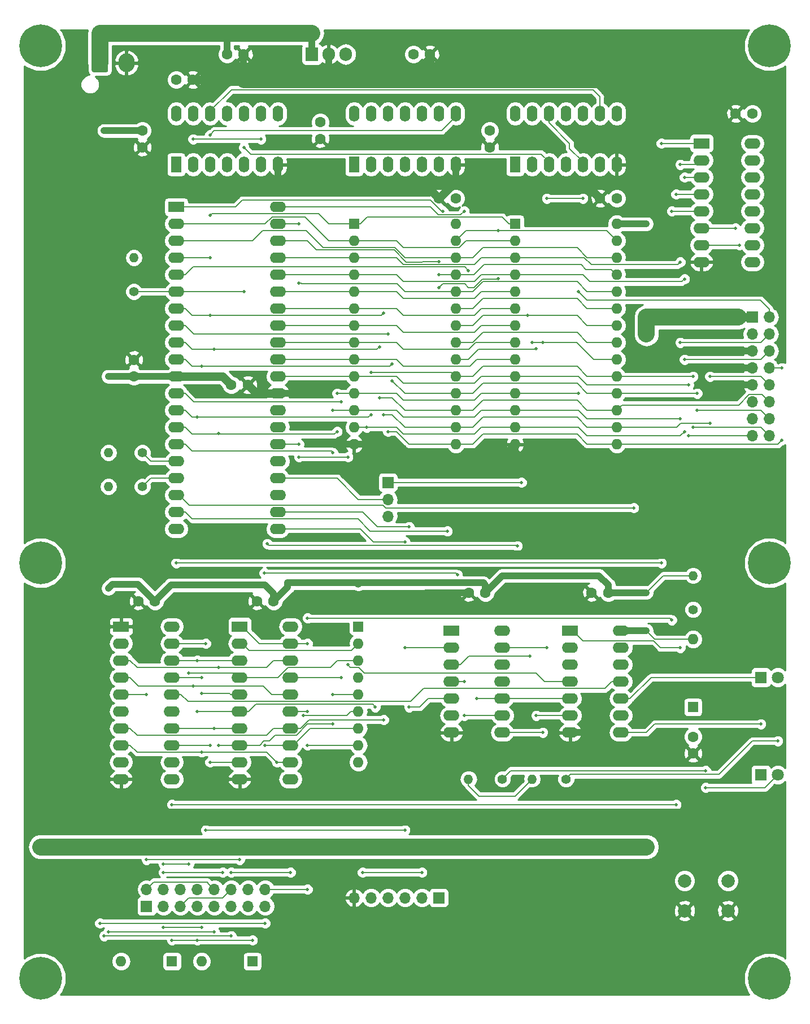
<source format=gbr>
G04 #@! TF.GenerationSoftware,KiCad,Pcbnew,5.0.2-bee76a0~70~ubuntu16.04.1*
G04 #@! TF.CreationDate,2020-02-27T20:32:16-05:00*
G04 #@! TF.ProjectId,cpu,6370752e-6b69-4636-9164-5f7063625858,rev?*
G04 #@! TF.SameCoordinates,Original*
G04 #@! TF.FileFunction,Copper,L2,Bot*
G04 #@! TF.FilePolarity,Positive*
%FSLAX46Y46*%
G04 Gerber Fmt 4.6, Leading zero omitted, Abs format (unit mm)*
G04 Created by KiCad (PCBNEW 5.0.2-bee76a0~70~ubuntu16.04.1) date Thu 27 Feb 2020 08:32:16 PM EST*
%MOMM*%
%LPD*%
G01*
G04 APERTURE LIST*
G04 #@! TA.AperFunction,ComponentPad*
%ADD10R,1.600000X1.600000*%
G04 #@! TD*
G04 #@! TA.AperFunction,ComponentPad*
%ADD11O,1.600000X1.600000*%
G04 #@! TD*
G04 #@! TA.AperFunction,ComponentPad*
%ADD12O,1.600000X2.400000*%
G04 #@! TD*
G04 #@! TA.AperFunction,ComponentPad*
%ADD13R,1.600000X2.400000*%
G04 #@! TD*
G04 #@! TA.AperFunction,ComponentPad*
%ADD14C,1.600000*%
G04 #@! TD*
G04 #@! TA.AperFunction,ComponentPad*
%ADD15C,6.400000*%
G04 #@! TD*
G04 #@! TA.AperFunction,ComponentPad*
%ADD16C,1.800000*%
G04 #@! TD*
G04 #@! TA.AperFunction,ComponentPad*
%ADD17R,1.800000X1.800000*%
G04 #@! TD*
G04 #@! TA.AperFunction,ComponentPad*
%ADD18O,1.700000X1.700000*%
G04 #@! TD*
G04 #@! TA.AperFunction,ComponentPad*
%ADD19R,1.700000X1.700000*%
G04 #@! TD*
G04 #@! TA.AperFunction,Conductor*
%ADD20C,0.100000*%
G04 #@! TD*
G04 #@! TA.AperFunction,ComponentPad*
%ADD21C,2.460000*%
G04 #@! TD*
G04 #@! TA.AperFunction,ComponentPad*
%ADD22O,2.460000X2.800000*%
G04 #@! TD*
G04 #@! TA.AperFunction,ComponentPad*
%ADD23C,1.400000*%
G04 #@! TD*
G04 #@! TA.AperFunction,ComponentPad*
%ADD24O,1.400000X1.400000*%
G04 #@! TD*
G04 #@! TA.AperFunction,ComponentPad*
%ADD25C,2.000000*%
G04 #@! TD*
G04 #@! TA.AperFunction,ComponentPad*
%ADD26O,2.400000X1.600000*%
G04 #@! TD*
G04 #@! TA.AperFunction,ComponentPad*
%ADD27R,2.400000X1.600000*%
G04 #@! TD*
G04 #@! TA.AperFunction,ComponentPad*
%ADD28R,1.905000X2.000000*%
G04 #@! TD*
G04 #@! TA.AperFunction,ComponentPad*
%ADD29O,1.905000X2.000000*%
G04 #@! TD*
G04 #@! TA.AperFunction,ViaPad*
%ADD30C,0.508000*%
G04 #@! TD*
G04 #@! TA.AperFunction,ViaPad*
%ADD31C,1.016000*%
G04 #@! TD*
G04 #@! TA.AperFunction,Conductor*
%ADD32C,0.152400*%
G04 #@! TD*
G04 #@! TA.AperFunction,Conductor*
%ADD33C,1.270000*%
G04 #@! TD*
G04 #@! TA.AperFunction,Conductor*
%ADD34C,1.016000*%
G04 #@! TD*
G04 #@! TA.AperFunction,Conductor*
%ADD35C,2.540000*%
G04 #@! TD*
G04 #@! TA.AperFunction,Conductor*
%ADD36C,0.254000*%
G04 #@! TD*
G04 APERTURE END LIST*
D10*
G04 #@! TO.P,U4,1*
G04 #@! TO.N,/A14*
X100330000Y-55880000D03*
D11*
G04 #@! TO.P,U4,15*
G04 #@! TO.N,/D3*
X115570000Y-88900000D03*
G04 #@! TO.P,U4,2*
G04 #@! TO.N,/A12*
X100330000Y-58420000D03*
G04 #@! TO.P,U4,16*
G04 #@! TO.N,/D4*
X115570000Y-86360000D03*
G04 #@! TO.P,U4,3*
G04 #@! TO.N,/A7*
X100330000Y-60960000D03*
G04 #@! TO.P,U4,17*
G04 #@! TO.N,/D5*
X115570000Y-83820000D03*
G04 #@! TO.P,U4,4*
G04 #@! TO.N,/A6*
X100330000Y-63500000D03*
G04 #@! TO.P,U4,18*
G04 #@! TO.N,/D6*
X115570000Y-81280000D03*
G04 #@! TO.P,U4,5*
G04 #@! TO.N,/A5*
X100330000Y-66040000D03*
G04 #@! TO.P,U4,19*
G04 #@! TO.N,/D7*
X115570000Y-78740000D03*
G04 #@! TO.P,U4,6*
G04 #@! TO.N,/A4*
X100330000Y-68580000D03*
G04 #@! TO.P,U4,20*
G04 #@! TO.N,/nROM*
X115570000Y-76200000D03*
G04 #@! TO.P,U4,7*
G04 #@! TO.N,/A3*
X100330000Y-71120000D03*
G04 #@! TO.P,U4,21*
G04 #@! TO.N,/A10*
X115570000Y-73660000D03*
G04 #@! TO.P,U4,8*
G04 #@! TO.N,/A2*
X100330000Y-73660000D03*
G04 #@! TO.P,U4,22*
G04 #@! TO.N,/nMRD*
X115570000Y-71120000D03*
G04 #@! TO.P,U4,9*
G04 #@! TO.N,/A1*
X100330000Y-76200000D03*
G04 #@! TO.P,U4,23*
G04 #@! TO.N,/A11*
X115570000Y-68580000D03*
G04 #@! TO.P,U4,10*
G04 #@! TO.N,/A0*
X100330000Y-78740000D03*
G04 #@! TO.P,U4,24*
G04 #@! TO.N,/A9*
X115570000Y-66040000D03*
G04 #@! TO.P,U4,11*
G04 #@! TO.N,/D0*
X100330000Y-81280000D03*
G04 #@! TO.P,U4,25*
G04 #@! TO.N,/A8*
X115570000Y-63500000D03*
G04 #@! TO.P,U4,12*
G04 #@! TO.N,/D1*
X100330000Y-83820000D03*
G04 #@! TO.P,U4,26*
G04 #@! TO.N,/A13*
X115570000Y-60960000D03*
G04 #@! TO.P,U4,13*
G04 #@! TO.N,/D2*
X100330000Y-86360000D03*
G04 #@! TO.P,U4,27*
G04 #@! TO.N,/nMWR*
X115570000Y-58420000D03*
G04 #@! TO.P,U4,14*
G04 #@! TO.N,GND*
X100330000Y-88900000D03*
G04 #@! TO.P,U4,28*
G04 #@! TO.N,+5V*
X115570000Y-55880000D03*
G04 #@! TD*
D12*
G04 #@! TO.P,U1,14*
G04 #@! TO.N,+5V*
X49530000Y-39370000D03*
G04 #@! TO.P,U1,7*
G04 #@! TO.N,GND*
X64770000Y-46990000D03*
G04 #@! TO.P,U1,13*
G04 #@! TO.N,+5V*
X52070000Y-39370000D03*
G04 #@! TO.P,U1,6*
G04 #@! TO.N,Net-(U1-Pad2)*
X62230000Y-46990000D03*
G04 #@! TO.P,U1,12*
G04 #@! TO.N,Net-(U1-Pad12)*
X54610000Y-39370000D03*
G04 #@! TO.P,U1,5*
G04 #@! TO.N,/CLK*
X59690000Y-46990000D03*
G04 #@! TO.P,U1,11*
G04 #@! TO.N,Net-(U1-Pad11)*
X57150000Y-39370000D03*
G04 #@! TO.P,U1,4*
G04 #@! TO.N,+5V*
X57150000Y-46990000D03*
G04 #@! TO.P,U1,10*
X59690000Y-39370000D03*
G04 #@! TO.P,U1,3*
G04 #@! TO.N,Net-(U1-Pad3)*
X54610000Y-46990000D03*
G04 #@! TO.P,U1,9*
G04 #@! TO.N,Net-(U1-Pad9)*
X62230000Y-39370000D03*
G04 #@! TO.P,U1,2*
G04 #@! TO.N,Net-(U1-Pad2)*
X52070000Y-46990000D03*
G04 #@! TO.P,U1,8*
G04 #@! TO.N,Net-(U1-Pad8)*
X64770000Y-39370000D03*
D13*
G04 #@! TO.P,U1,1*
G04 #@! TO.N,+5V*
X49530000Y-46990000D03*
G04 #@! TD*
D11*
G04 #@! TO.P,U8,28*
G04 #@! TO.N,+5V*
X91440000Y-55880000D03*
G04 #@! TO.P,U8,14*
G04 #@! TO.N,GND*
X76200000Y-88900000D03*
G04 #@! TO.P,U8,27*
G04 #@! TO.N,/nMWR*
X91440000Y-58420000D03*
G04 #@! TO.P,U8,13*
G04 #@! TO.N,/D2*
X76200000Y-86360000D03*
G04 #@! TO.P,U8,26*
G04 #@! TO.N,/A13*
X91440000Y-60960000D03*
G04 #@! TO.P,U8,12*
G04 #@! TO.N,/D1*
X76200000Y-83820000D03*
G04 #@! TO.P,U8,25*
G04 #@! TO.N,/A8*
X91440000Y-63500000D03*
G04 #@! TO.P,U8,11*
G04 #@! TO.N,/D0*
X76200000Y-81280000D03*
G04 #@! TO.P,U8,24*
G04 #@! TO.N,/A9*
X91440000Y-66040000D03*
G04 #@! TO.P,U8,10*
G04 #@! TO.N,/A0*
X76200000Y-78740000D03*
G04 #@! TO.P,U8,23*
G04 #@! TO.N,/A11*
X91440000Y-68580000D03*
G04 #@! TO.P,U8,9*
G04 #@! TO.N,/A1*
X76200000Y-76200000D03*
G04 #@! TO.P,U8,22*
G04 #@! TO.N,/nMRD*
X91440000Y-71120000D03*
G04 #@! TO.P,U8,8*
G04 #@! TO.N,/A2*
X76200000Y-73660000D03*
G04 #@! TO.P,U8,21*
G04 #@! TO.N,/A10*
X91440000Y-73660000D03*
G04 #@! TO.P,U8,7*
G04 #@! TO.N,/A3*
X76200000Y-71120000D03*
G04 #@! TO.P,U8,20*
G04 #@! TO.N,/nRAM*
X91440000Y-76200000D03*
G04 #@! TO.P,U8,6*
G04 #@! TO.N,/A4*
X76200000Y-68580000D03*
G04 #@! TO.P,U8,19*
G04 #@! TO.N,/D7*
X91440000Y-78740000D03*
G04 #@! TO.P,U8,5*
G04 #@! TO.N,/A5*
X76200000Y-66040000D03*
G04 #@! TO.P,U8,18*
G04 #@! TO.N,/D6*
X91440000Y-81280000D03*
G04 #@! TO.P,U8,4*
G04 #@! TO.N,/A6*
X76200000Y-63500000D03*
G04 #@! TO.P,U8,17*
G04 #@! TO.N,/D5*
X91440000Y-83820000D03*
G04 #@! TO.P,U8,3*
G04 #@! TO.N,/A7*
X76200000Y-60960000D03*
G04 #@! TO.P,U8,16*
G04 #@! TO.N,/D4*
X91440000Y-86360000D03*
G04 #@! TO.P,U8,2*
G04 #@! TO.N,/A12*
X76200000Y-58420000D03*
G04 #@! TO.P,U8,15*
G04 #@! TO.N,/D3*
X91440000Y-88900000D03*
D10*
G04 #@! TO.P,U8,1*
G04 #@! TO.N,/A14*
X76200000Y-55880000D03*
G04 #@! TD*
D14*
G04 #@! TO.P,C1,2*
G04 #@! TO.N,GND*
X127000000Y-135215000D03*
G04 #@! TO.P,C1,1*
G04 #@! TO.N,Net-(C1-Pad1)*
X127000000Y-132715000D03*
G04 #@! TD*
G04 #@! TO.P,C3,2*
G04 #@! TO.N,GND*
X87590000Y-30480000D03*
G04 #@! TO.P,C3,1*
G04 #@! TO.N,+5V*
X85090000Y-30480000D03*
G04 #@! TD*
G04 #@! TO.P,C4,2*
G04 #@! TO.N,GND*
X111800000Y-111125000D03*
G04 #@! TO.P,C4,1*
G04 #@! TO.N,+5V*
X114300000Y-111125000D03*
G04 #@! TD*
G04 #@! TO.P,C7,2*
G04 #@! TO.N,GND*
X52030000Y-34290000D03*
G04 #@! TO.P,C7,1*
G04 #@! TO.N,+5V*
X49530000Y-34290000D03*
G04 #@! TD*
G04 #@! TO.P,C8,2*
G04 #@! TO.N,GND*
X43855000Y-112395000D03*
G04 #@! TO.P,C8,1*
G04 #@! TO.N,+5V*
X46355000Y-112395000D03*
G04 #@! TD*
G04 #@! TO.P,C9,2*
G04 #@! TO.N,GND*
X96520000Y-44410000D03*
G04 #@! TO.P,C9,1*
G04 #@! TO.N,+5V*
X96520000Y-41910000D03*
G04 #@! TD*
G04 #@! TO.P,C10,2*
G04 #@! TO.N,GND*
X71120000Y-43140000D03*
G04 #@! TO.P,C10,1*
G04 #@! TO.N,+5V*
X71120000Y-40640000D03*
G04 #@! TD*
G04 #@! TO.P,C12,2*
G04 #@! TO.N,GND*
X43180000Y-76240000D03*
G04 #@! TO.P,C12,1*
G04 #@! TO.N,+5V*
X43180000Y-78740000D03*
G04 #@! TD*
G04 #@! TO.P,C13,2*
G04 #@! TO.N,GND*
X88940000Y-52070000D03*
G04 #@! TO.P,C13,1*
G04 #@! TO.N,+5V*
X91440000Y-52070000D03*
G04 #@! TD*
G04 #@! TO.P,C14,2*
G04 #@! TO.N,GND*
X113070000Y-52070000D03*
G04 #@! TO.P,C14,1*
G04 #@! TO.N,+5V*
X115570000Y-52070000D03*
G04 #@! TD*
G04 #@! TO.P,C15,2*
G04 #@! TO.N,GND*
X60285000Y-80010000D03*
G04 #@! TO.P,C15,1*
G04 #@! TO.N,+5V*
X57785000Y-80010000D03*
G04 #@! TD*
G04 #@! TO.P,C16,2*
G04 #@! TO.N,GND*
X44450000Y-44410000D03*
G04 #@! TO.P,C16,1*
G04 #@! TO.N,+5V*
X44450000Y-41910000D03*
G04 #@! TD*
G04 #@! TO.P,C17,2*
G04 #@! TO.N,GND*
X61635000Y-112395000D03*
G04 #@! TO.P,C17,1*
G04 #@! TO.N,+5V*
X64135000Y-112395000D03*
G04 #@! TD*
G04 #@! TO.P,C18,2*
G04 #@! TO.N,GND*
X93385000Y-111125000D03*
G04 #@! TO.P,C18,1*
G04 #@! TO.N,+5V*
X95885000Y-111125000D03*
G04 #@! TD*
G04 #@! TO.P,C19,2*
G04 #@! TO.N,GND*
X133390000Y-39370000D03*
G04 #@! TO.P,C19,1*
G04 #@! TO.N,+5V*
X135890000Y-39370000D03*
G04 #@! TD*
D15*
G04 #@! TO.P,REF\002A\002A,1*
G04 #@! TO.N,N/C*
X138430000Y-106680000D03*
G04 #@! TD*
G04 #@! TO.P,REF\002A\002A,1*
G04 #@! TO.N,N/C*
X29210000Y-106680000D03*
G04 #@! TD*
G04 #@! TO.P,REF\002A\002A,1*
G04 #@! TO.N,N/C*
X29210000Y-168910000D03*
G04 #@! TD*
G04 #@! TO.P,REF\002A\002A,1*
G04 #@! TO.N,N/C*
X138430000Y-168910000D03*
G04 #@! TD*
G04 #@! TO.P,REF\002A\002A,1*
G04 #@! TO.N,N/C*
X138430000Y-29210000D03*
G04 #@! TD*
D14*
G04 #@! TO.P,C2,1*
G04 #@! TO.N,Net-(C2-Pad1)*
X57150000Y-30480000D03*
G04 #@! TO.P,C2,2*
G04 #@! TO.N,GND*
X59650000Y-30480000D03*
G04 #@! TD*
D16*
G04 #@! TO.P,D1,2*
G04 #@! TO.N,Net-(D1-Pad2)*
X139700000Y-138430000D03*
D17*
G04 #@! TO.P,D1,1*
G04 #@! TO.N,Net-(D1-Pad1)*
X137160000Y-138430000D03*
G04 #@! TD*
D10*
G04 #@! TO.P,D2,1*
G04 #@! TO.N,Net-(C1-Pad1)*
X127000000Y-128270000D03*
D11*
G04 #@! TO.P,D2,2*
G04 #@! TO.N,+5V*
X127000000Y-118110000D03*
G04 #@! TD*
D17*
G04 #@! TO.P,D3,1*
G04 #@! TO.N,Net-(D3-Pad1)*
X137160000Y-123825000D03*
D16*
G04 #@! TO.P,D3,2*
G04 #@! TO.N,Net-(D3-Pad2)*
X139700000Y-123825000D03*
G04 #@! TD*
D10*
G04 #@! TO.P,D4,1*
G04 #@! TO.N,/KQ4*
X60960000Y-166370000D03*
D11*
G04 #@! TO.P,D4,2*
G04 #@! TO.N,Net-(D4-Pad2)*
X53340000Y-166370000D03*
G04 #@! TD*
G04 #@! TO.P,D5,2*
G04 #@! TO.N,Net-(D5-Pad2)*
X41275000Y-166370000D03*
D10*
G04 #@! TO.P,D5,1*
G04 #@! TO.N,/KQ4*
X48895000Y-166370000D03*
G04 #@! TD*
D18*
G04 #@! TO.P,J1,16*
G04 #@! TO.N,/D7*
X138430000Y-87630000D03*
G04 #@! TO.P,J1,15*
G04 #@! TO.N,/A0*
X135890000Y-87630000D03*
G04 #@! TO.P,J1,14*
G04 #@! TO.N,/D6*
X138430000Y-85090000D03*
G04 #@! TO.P,J1,13*
G04 #@! TO.N,/nLED1*
X135890000Y-85090000D03*
G04 #@! TO.P,J1,12*
G04 #@! TO.N,/D5*
X138430000Y-82550000D03*
G04 #@! TO.P,J1,11*
G04 #@! TO.N,/nLED2*
X135890000Y-82550000D03*
G04 #@! TO.P,J1,10*
G04 #@! TO.N,/D4*
X138430000Y-80010000D03*
G04 #@! TO.P,J1,9*
G04 #@! TO.N,GND*
X135890000Y-80010000D03*
G04 #@! TO.P,J1,8*
G04 #@! TO.N,/D3*
X138430000Y-77470000D03*
G04 #@! TO.P,J1,7*
G04 #@! TO.N,GND*
X135890000Y-77470000D03*
G04 #@! TO.P,J1,6*
G04 #@! TO.N,/D2*
X138430000Y-74930000D03*
G04 #@! TO.P,J1,5*
G04 #@! TO.N,GND*
X135890000Y-74930000D03*
G04 #@! TO.P,J1,4*
G04 #@! TO.N,/D1*
X138430000Y-72390000D03*
G04 #@! TO.P,J1,3*
G04 #@! TO.N,+5V*
X135890000Y-72390000D03*
G04 #@! TO.P,J1,2*
G04 #@! TO.N,/D0*
X138430000Y-69850000D03*
D19*
G04 #@! TO.P,J1,1*
G04 #@! TO.N,+5V*
X135890000Y-69850000D03*
G04 #@! TD*
G04 #@! TO.P,J2,1*
G04 #@! TO.N,Net-(J2-Pad1)*
X88900000Y-156845000D03*
D18*
G04 #@! TO.P,J2,2*
G04 #@! TO.N,/KI7*
X86360000Y-156845000D03*
G04 #@! TO.P,J2,3*
G04 #@! TO.N,/KQ7*
X83820000Y-156845000D03*
G04 #@! TO.P,J2,4*
G04 #@! TO.N,Net-(J2-Pad4)*
X81280000Y-156845000D03*
G04 #@! TO.P,J2,5*
G04 #@! TO.N,Net-(J2-Pad5)*
X78740000Y-156845000D03*
G04 #@! TO.P,J2,6*
G04 #@! TO.N,GND*
X76200000Y-156845000D03*
G04 #@! TD*
D19*
G04 #@! TO.P,J3,1*
G04 #@! TO.N,Net-(D5-Pad2)*
X45085000Y-158115000D03*
D18*
G04 #@! TO.P,J3,2*
G04 #@! TO.N,/KI3*
X45085000Y-155575000D03*
G04 #@! TO.P,J3,3*
G04 #@! TO.N,Net-(D4-Pad2)*
X47625000Y-158115000D03*
G04 #@! TO.P,J3,4*
G04 #@! TO.N,/KI0*
X47625000Y-155575000D03*
G04 #@! TO.P,J3,5*
G04 #@! TO.N,/KI4*
X50165000Y-158115000D03*
G04 #@! TO.P,J3,6*
G04 #@! TO.N,/KI1*
X50165000Y-155575000D03*
G04 #@! TO.P,J3,7*
G04 #@! TO.N,/KQ4*
X52705000Y-158115000D03*
G04 #@! TO.P,J3,8*
G04 #@! TO.N,/KI2*
X52705000Y-155575000D03*
G04 #@! TO.P,J3,9*
G04 #@! TO.N,/KQ3*
X55245000Y-158115000D03*
G04 #@! TO.P,J3,10*
G04 #@! TO.N,/KI3*
X55245000Y-155575000D03*
G04 #@! TO.P,J3,11*
G04 #@! TO.N,/KQ2*
X57785000Y-158115000D03*
G04 #@! TO.P,J3,12*
G04 #@! TO.N,/KI4*
X57785000Y-155575000D03*
G04 #@! TO.P,J3,13*
G04 #@! TO.N,/KQ1*
X60325000Y-158115000D03*
G04 #@! TO.P,J3,14*
G04 #@! TO.N,/KI5*
X60325000Y-155575000D03*
G04 #@! TO.P,J3,15*
G04 #@! TO.N,/KQ0*
X62865000Y-158115000D03*
G04 #@! TO.P,J3,16*
G04 #@! TO.N,/KI6*
X62865000Y-155575000D03*
G04 #@! TD*
D20*
G04 #@! TO.N,Net-(C2-Pad1)*
G04 #@! TO.C,J5*
G36*
X39104505Y-30351204D02*
X39128773Y-30354804D01*
X39152572Y-30360765D01*
X39175671Y-30369030D01*
X39197850Y-30379520D01*
X39218893Y-30392132D01*
X39238599Y-30406747D01*
X39256777Y-30423223D01*
X39273253Y-30441401D01*
X39287868Y-30461107D01*
X39300480Y-30482150D01*
X39310970Y-30504329D01*
X39319235Y-30527428D01*
X39325196Y-30551227D01*
X39328796Y-30575495D01*
X39330000Y-30599999D01*
X39330000Y-32900001D01*
X39328796Y-32924505D01*
X39325196Y-32948773D01*
X39319235Y-32972572D01*
X39310970Y-32995671D01*
X39300480Y-33017850D01*
X39287868Y-33038893D01*
X39273253Y-33058599D01*
X39256777Y-33076777D01*
X39238599Y-33093253D01*
X39218893Y-33107868D01*
X39197850Y-33120480D01*
X39175671Y-33130970D01*
X39152572Y-33139235D01*
X39128773Y-33145196D01*
X39104505Y-33148796D01*
X39080001Y-33150000D01*
X37119999Y-33150000D01*
X37095495Y-33148796D01*
X37071227Y-33145196D01*
X37047428Y-33139235D01*
X37024329Y-33130970D01*
X37002150Y-33120480D01*
X36981107Y-33107868D01*
X36961401Y-33093253D01*
X36943223Y-33076777D01*
X36926747Y-33058599D01*
X36912132Y-33038893D01*
X36899520Y-33017850D01*
X36889030Y-32995671D01*
X36880765Y-32972572D01*
X36874804Y-32948773D01*
X36871204Y-32924505D01*
X36870000Y-32900001D01*
X36870000Y-30599999D01*
X36871204Y-30575495D01*
X36874804Y-30551227D01*
X36880765Y-30527428D01*
X36889030Y-30504329D01*
X36899520Y-30482150D01*
X36912132Y-30461107D01*
X36926747Y-30441401D01*
X36943223Y-30423223D01*
X36961401Y-30406747D01*
X36981107Y-30392132D01*
X37002150Y-30379520D01*
X37024329Y-30369030D01*
X37047428Y-30360765D01*
X37071227Y-30354804D01*
X37095495Y-30351204D01*
X37119999Y-30350000D01*
X39080001Y-30350000D01*
X39104505Y-30351204D01*
X39104505Y-30351204D01*
G37*
D21*
G04 #@! TD*
G04 #@! TO.P,J5,1*
G04 #@! TO.N,Net-(C2-Pad1)*
X38100000Y-31750000D03*
D22*
G04 #@! TO.P,J5,2*
G04 #@! TO.N,GND*
X42060000Y-31750000D03*
G04 #@! TD*
D19*
G04 #@! TO.P,JP1,1*
G04 #@! TO.N,Net-(JP1-Pad1)*
X81280000Y-94615000D03*
D18*
G04 #@! TO.P,JP1,2*
G04 #@! TO.N,/nWAIT*
X81280000Y-97155000D03*
G04 #@! TO.P,JP1,3*
G04 #@! TO.N,+5V*
X81280000Y-99695000D03*
G04 #@! TD*
D23*
G04 #@! TO.P,R1,1*
G04 #@! TO.N,Net-(D1-Pad2)*
X98425000Y-139065000D03*
D24*
G04 #@! TO.P,R1,2*
G04 #@! TO.N,+5V*
X93345000Y-139065000D03*
G04 #@! TD*
G04 #@! TO.P,R2,2*
G04 #@! TO.N,+5V*
X39370000Y-90170000D03*
D23*
G04 #@! TO.P,R2,1*
G04 #@! TO.N,/nINT*
X44450000Y-90170000D03*
G04 #@! TD*
G04 #@! TO.P,R3,1*
G04 #@! TO.N,/CLK*
X43180000Y-66040000D03*
D24*
G04 #@! TO.P,R3,2*
G04 #@! TO.N,+5V*
X43180000Y-60960000D03*
G04 #@! TD*
G04 #@! TO.P,R4,2*
G04 #@! TO.N,+5V*
X127000000Y-108585000D03*
D23*
G04 #@! TO.P,R4,1*
G04 #@! TO.N,Net-(C1-Pad1)*
X127000000Y-113665000D03*
G04 #@! TD*
D24*
G04 #@! TO.P,R5,2*
G04 #@! TO.N,+5V*
X102870000Y-139065000D03*
D23*
G04 #@! TO.P,R5,1*
G04 #@! TO.N,Net-(D3-Pad2)*
X107950000Y-139065000D03*
G04 #@! TD*
G04 #@! TO.P,R7,1*
G04 #@! TO.N,Net-(R7-Pad1)*
X44450000Y-95250000D03*
D24*
G04 #@! TO.P,R7,2*
G04 #@! TO.N,+5V*
X39370000Y-95250000D03*
G04 #@! TD*
D10*
G04 #@! TO.P,RN1,1*
G04 #@! TO.N,+5V*
X76835000Y-116205000D03*
D11*
G04 #@! TO.P,RN1,2*
G04 #@! TO.N,/KI0*
X76835000Y-118745000D03*
G04 #@! TO.P,RN1,3*
G04 #@! TO.N,/KI1*
X76835000Y-121285000D03*
G04 #@! TO.P,RN1,4*
G04 #@! TO.N,/KI2*
X76835000Y-123825000D03*
G04 #@! TO.P,RN1,5*
G04 #@! TO.N,/KI3*
X76835000Y-126365000D03*
G04 #@! TO.P,RN1,6*
G04 #@! TO.N,/KI4*
X76835000Y-128905000D03*
G04 #@! TO.P,RN1,7*
G04 #@! TO.N,/KI5*
X76835000Y-131445000D03*
G04 #@! TO.P,RN1,8*
G04 #@! TO.N,/KI6*
X76835000Y-133985000D03*
G04 #@! TO.P,RN1,9*
G04 #@! TO.N,/KI7*
X76835000Y-136525000D03*
G04 #@! TD*
D25*
G04 #@! TO.P,SW1,2*
G04 #@! TO.N,GND*
X125730000Y-158805000D03*
G04 #@! TO.P,SW1,1*
G04 #@! TO.N,Net-(C1-Pad1)*
X125730000Y-154305000D03*
G04 #@! TO.P,SW1,2*
G04 #@! TO.N,GND*
X132230000Y-158805000D03*
G04 #@! TO.P,SW1,1*
G04 #@! TO.N,Net-(C1-Pad1)*
X132230000Y-154305000D03*
G04 #@! TD*
D26*
G04 #@! TO.P,U2,20*
G04 #@! TO.N,+5V*
X48895000Y-116205000D03*
G04 #@! TO.P,U2,10*
G04 #@! TO.N,GND*
X41275000Y-139065000D03*
G04 #@! TO.P,U2,19*
G04 #@! TO.N,/KQ7*
X48895000Y-118745000D03*
G04 #@! TO.P,U2,9*
G04 #@! TO.N,/KQ3*
X41275000Y-136525000D03*
G04 #@! TO.P,U2,18*
G04 #@! TO.N,/D7*
X48895000Y-121285000D03*
G04 #@! TO.P,U2,8*
G04 #@! TO.N,/D3*
X41275000Y-133985000D03*
G04 #@! TO.P,U2,17*
G04 #@! TO.N,/D6*
X48895000Y-123825000D03*
G04 #@! TO.P,U2,7*
G04 #@! TO.N,/D2*
X41275000Y-131445000D03*
G04 #@! TO.P,U2,16*
G04 #@! TO.N,/KQ6*
X48895000Y-126365000D03*
G04 #@! TO.P,U2,6*
G04 #@! TO.N,/KQ2*
X41275000Y-128905000D03*
G04 #@! TO.P,U2,15*
G04 #@! TO.N,/KQ5*
X48895000Y-128905000D03*
G04 #@! TO.P,U2,5*
G04 #@! TO.N,/KQ1*
X41275000Y-126365000D03*
G04 #@! TO.P,U2,14*
G04 #@! TO.N,/D5*
X48895000Y-131445000D03*
G04 #@! TO.P,U2,4*
G04 #@! TO.N,/D1*
X41275000Y-123825000D03*
G04 #@! TO.P,U2,13*
G04 #@! TO.N,/D4*
X48895000Y-133985000D03*
G04 #@! TO.P,U2,3*
G04 #@! TO.N,/D0*
X41275000Y-121285000D03*
G04 #@! TO.P,U2,12*
G04 #@! TO.N,/KQ4*
X48895000Y-136525000D03*
G04 #@! TO.P,U2,2*
G04 #@! TO.N,/KQ0*
X41275000Y-118745000D03*
G04 #@! TO.P,U2,11*
G04 #@! TO.N,/nKBWR*
X48895000Y-139065000D03*
D27*
G04 #@! TO.P,U2,1*
G04 #@! TO.N,GND*
X41275000Y-116205000D03*
G04 #@! TD*
G04 #@! TO.P,U3,1*
G04 #@! TO.N,/A11*
X49530000Y-53340000D03*
D26*
G04 #@! TO.P,U3,21*
G04 #@! TO.N,/nRD*
X64770000Y-101600000D03*
G04 #@! TO.P,U3,2*
G04 #@! TO.N,/A12*
X49530000Y-55880000D03*
G04 #@! TO.P,U3,22*
G04 #@! TO.N,/nWR*
X64770000Y-99060000D03*
G04 #@! TO.P,U3,3*
G04 #@! TO.N,/A13*
X49530000Y-58420000D03*
G04 #@! TO.P,U3,23*
G04 #@! TO.N,Net-(U3-Pad23)*
X64770000Y-96520000D03*
G04 #@! TO.P,U3,4*
G04 #@! TO.N,/A14*
X49530000Y-60960000D03*
G04 #@! TO.P,U3,24*
G04 #@! TO.N,/nWAIT*
X64770000Y-93980000D03*
G04 #@! TO.P,U3,5*
G04 #@! TO.N,/A15*
X49530000Y-63500000D03*
G04 #@! TO.P,U3,25*
G04 #@! TO.N,Net-(U3-Pad25)*
X64770000Y-91440000D03*
G04 #@! TO.P,U3,6*
G04 #@! TO.N,/CLK*
X49530000Y-66040000D03*
G04 #@! TO.P,U3,26*
G04 #@! TO.N,/nRST*
X64770000Y-88900000D03*
G04 #@! TO.P,U3,7*
G04 #@! TO.N,/D4*
X49530000Y-68580000D03*
G04 #@! TO.P,U3,27*
G04 #@! TO.N,/nM1*
X64770000Y-86360000D03*
G04 #@! TO.P,U3,8*
G04 #@! TO.N,/D3*
X49530000Y-71120000D03*
G04 #@! TO.P,U3,28*
G04 #@! TO.N,Net-(U3-Pad28)*
X64770000Y-83820000D03*
G04 #@! TO.P,U3,9*
G04 #@! TO.N,/D5*
X49530000Y-73660000D03*
G04 #@! TO.P,U3,29*
G04 #@! TO.N,GND*
X64770000Y-81280000D03*
G04 #@! TO.P,U3,10*
G04 #@! TO.N,/D6*
X49530000Y-76200000D03*
G04 #@! TO.P,U3,30*
G04 #@! TO.N,/A0*
X64770000Y-78740000D03*
G04 #@! TO.P,U3,11*
G04 #@! TO.N,+5V*
X49530000Y-78740000D03*
G04 #@! TO.P,U3,31*
G04 #@! TO.N,/A1*
X64770000Y-76200000D03*
G04 #@! TO.P,U3,12*
G04 #@! TO.N,/D2*
X49530000Y-81280000D03*
G04 #@! TO.P,U3,32*
G04 #@! TO.N,/A2*
X64770000Y-73660000D03*
G04 #@! TO.P,U3,13*
G04 #@! TO.N,/D7*
X49530000Y-83820000D03*
G04 #@! TO.P,U3,33*
G04 #@! TO.N,/A3*
X64770000Y-71120000D03*
G04 #@! TO.P,U3,14*
G04 #@! TO.N,/D0*
X49530000Y-86360000D03*
G04 #@! TO.P,U3,34*
G04 #@! TO.N,/A4*
X64770000Y-68580000D03*
G04 #@! TO.P,U3,15*
G04 #@! TO.N,/D1*
X49530000Y-88900000D03*
G04 #@! TO.P,U3,35*
G04 #@! TO.N,/A5*
X64770000Y-66040000D03*
G04 #@! TO.P,U3,16*
G04 #@! TO.N,/nINT*
X49530000Y-91440000D03*
G04 #@! TO.P,U3,36*
G04 #@! TO.N,/A6*
X64770000Y-63500000D03*
G04 #@! TO.P,U3,17*
G04 #@! TO.N,Net-(R7-Pad1)*
X49530000Y-93980000D03*
G04 #@! TO.P,U3,37*
G04 #@! TO.N,/A7*
X64770000Y-60960000D03*
G04 #@! TO.P,U3,18*
G04 #@! TO.N,Net-(U3-Pad18)*
X49530000Y-96520000D03*
G04 #@! TO.P,U3,38*
G04 #@! TO.N,/A8*
X64770000Y-58420000D03*
G04 #@! TO.P,U3,19*
G04 #@! TO.N,/nMREQ*
X49530000Y-99060000D03*
G04 #@! TO.P,U3,39*
G04 #@! TO.N,/A9*
X64770000Y-55880000D03*
G04 #@! TO.P,U3,20*
G04 #@! TO.N,/nIORQ*
X49530000Y-101600000D03*
G04 #@! TO.P,U3,40*
G04 #@! TO.N,/A10*
X64770000Y-53340000D03*
G04 #@! TD*
D27*
G04 #@! TO.P,U5,1*
G04 #@! TO.N,/nKBRD*
X59055000Y-116205000D03*
D26*
G04 #@! TO.P,U5,11*
G04 #@! TO.N,/KI4*
X66675000Y-139065000D03*
G04 #@! TO.P,U5,2*
G04 #@! TO.N,/KI0*
X59055000Y-118745000D03*
G04 #@! TO.P,U5,12*
G04 #@! TO.N,/D3*
X66675000Y-136525000D03*
G04 #@! TO.P,U5,3*
G04 #@! TO.N,/D7*
X59055000Y-121285000D03*
G04 #@! TO.P,U5,13*
G04 #@! TO.N,/KI5*
X66675000Y-133985000D03*
G04 #@! TO.P,U5,4*
G04 #@! TO.N,/KI1*
X59055000Y-123825000D03*
G04 #@! TO.P,U5,14*
G04 #@! TO.N,/D2*
X66675000Y-131445000D03*
G04 #@! TO.P,U5,5*
G04 #@! TO.N,/D6*
X59055000Y-126365000D03*
G04 #@! TO.P,U5,15*
G04 #@! TO.N,/KI6*
X66675000Y-128905000D03*
G04 #@! TO.P,U5,6*
G04 #@! TO.N,/KI2*
X59055000Y-128905000D03*
G04 #@! TO.P,U5,16*
G04 #@! TO.N,/D1*
X66675000Y-126365000D03*
G04 #@! TO.P,U5,7*
G04 #@! TO.N,/D5*
X59055000Y-131445000D03*
G04 #@! TO.P,U5,17*
G04 #@! TO.N,/KI7*
X66675000Y-123825000D03*
G04 #@! TO.P,U5,8*
G04 #@! TO.N,/KI3*
X59055000Y-133985000D03*
G04 #@! TO.P,U5,18*
G04 #@! TO.N,/D0*
X66675000Y-121285000D03*
G04 #@! TO.P,U5,9*
G04 #@! TO.N,/D4*
X59055000Y-136525000D03*
G04 #@! TO.P,U5,19*
G04 #@! TO.N,/nKBRD*
X66675000Y-118745000D03*
G04 #@! TO.P,U5,10*
G04 #@! TO.N,GND*
X59055000Y-139065000D03*
G04 #@! TO.P,U5,20*
G04 #@! TO.N,+5V*
X66675000Y-116205000D03*
G04 #@! TD*
G04 #@! TO.P,U6,14*
G04 #@! TO.N,+5V*
X116205000Y-116840000D03*
G04 #@! TO.P,U6,7*
G04 #@! TO.N,GND*
X108585000Y-132080000D03*
G04 #@! TO.P,U6,13*
G04 #@! TO.N,N/C*
X116205000Y-119380000D03*
G04 #@! TO.P,U6,6*
G04 #@! TO.N,/nRAM*
X108585000Y-129540000D03*
G04 #@! TO.P,U6,12*
G04 #@! TO.N,N/C*
X116205000Y-121920000D03*
G04 #@! TO.P,U6,5*
G04 #@! TO.N,/A15*
X108585000Y-127000000D03*
G04 #@! TO.P,U6,11*
G04 #@! TO.N,/KQ6*
X116205000Y-124460000D03*
G04 #@! TO.P,U6,4*
G04 #@! TO.N,/nRST*
X108585000Y-124460000D03*
G04 #@! TO.P,U6,10*
G04 #@! TO.N,Net-(D3-Pad1)*
X116205000Y-127000000D03*
G04 #@! TO.P,U6,3*
G04 #@! TO.N,Net-(U6-Pad2)*
X108585000Y-121920000D03*
G04 #@! TO.P,U6,9*
G04 #@! TO.N,Net-(U3-Pad18)*
X116205000Y-129540000D03*
G04 #@! TO.P,U6,2*
G04 #@! TO.N,Net-(U6-Pad2)*
X108585000Y-119380000D03*
G04 #@! TO.P,U6,8*
G04 #@! TO.N,Net-(D1-Pad1)*
X116205000Y-132080000D03*
D27*
G04 #@! TO.P,U6,1*
G04 #@! TO.N,Net-(C1-Pad1)*
X108585000Y-116840000D03*
G04 #@! TD*
G04 #@! TO.P,U7,1*
G04 #@! TO.N,/nIORQ*
X128270000Y-43815000D03*
D26*
G04 #@! TO.P,U7,9*
G04 #@! TO.N,N/C*
X135890000Y-61595000D03*
G04 #@! TO.P,U7,2*
G04 #@! TO.N,/A7*
X128270000Y-46355000D03*
G04 #@! TO.P,U7,10*
G04 #@! TO.N,N/C*
X135890000Y-59055000D03*
G04 #@! TO.P,U7,3*
G04 #@! TO.N,/A6*
X128270000Y-48895000D03*
G04 #@! TO.P,U7,11*
G04 #@! TO.N,N/C*
X135890000Y-56515000D03*
G04 #@! TO.P,U7,4*
G04 #@! TO.N,/nKBWR*
X128270000Y-51435000D03*
G04 #@! TO.P,U7,12*
G04 #@! TO.N,N/C*
X135890000Y-53975000D03*
G04 #@! TO.P,U7,5*
G04 #@! TO.N,/nKBRD*
X128270000Y-53975000D03*
G04 #@! TO.P,U7,13*
G04 #@! TO.N,N/C*
X135890000Y-51435000D03*
G04 #@! TO.P,U7,6*
G04 #@! TO.N,/nLED1*
X128270000Y-56515000D03*
G04 #@! TO.P,U7,14*
G04 #@! TO.N,N/C*
X135890000Y-48895000D03*
G04 #@! TO.P,U7,7*
G04 #@! TO.N,/nLED2*
X128270000Y-59055000D03*
G04 #@! TO.P,U7,15*
G04 #@! TO.N,N/C*
X135890000Y-46355000D03*
G04 #@! TO.P,U7,8*
G04 #@! TO.N,GND*
X128270000Y-61595000D03*
G04 #@! TO.P,U7,16*
G04 #@! TO.N,+5V*
X135890000Y-43815000D03*
G04 #@! TD*
D27*
G04 #@! TO.P,U13,1*
G04 #@! TO.N,/nMREQ*
X90805000Y-116840000D03*
D26*
G04 #@! TO.P,U13,8*
G04 #@! TO.N,/nROM*
X98425000Y-132080000D03*
G04 #@! TO.P,U13,2*
G04 #@! TO.N,/nRD*
X90805000Y-119380000D03*
G04 #@! TO.P,U13,9*
G04 #@! TO.N,/nMREQ*
X98425000Y-129540000D03*
G04 #@! TO.P,U13,3*
G04 #@! TO.N,/nMRD*
X90805000Y-121920000D03*
G04 #@! TO.P,U13,10*
G04 #@! TO.N,/A15*
X98425000Y-127000000D03*
G04 #@! TO.P,U13,4*
G04 #@! TO.N,/nMREQ*
X90805000Y-124460000D03*
G04 #@! TO.P,U13,11*
G04 #@! TO.N,Net-(JP1-Pad1)*
X98425000Y-124460000D03*
G04 #@! TO.P,U13,5*
G04 #@! TO.N,/nWR*
X90805000Y-127000000D03*
G04 #@! TO.P,U13,12*
G04 #@! TO.N,Net-(U1-Pad8)*
X98425000Y-121920000D03*
G04 #@! TO.P,U13,6*
G04 #@! TO.N,/nMWR*
X90805000Y-129540000D03*
G04 #@! TO.P,U13,13*
G04 #@! TO.N,Net-(U13-Pad13)*
X98425000Y-119380000D03*
G04 #@! TO.P,U13,7*
G04 #@! TO.N,GND*
X90805000Y-132080000D03*
G04 #@! TO.P,U13,14*
G04 #@! TO.N,+5V*
X98425000Y-116840000D03*
G04 #@! TD*
D28*
G04 #@! TO.P,U16,1*
G04 #@! TO.N,Net-(C2-Pad1)*
X69850000Y-30480000D03*
D29*
G04 #@! TO.P,U16,2*
G04 #@! TO.N,GND*
X72390000Y-30480000D03*
G04 #@! TO.P,U16,3*
G04 #@! TO.N,+5V*
X74930000Y-30480000D03*
G04 #@! TD*
D13*
G04 #@! TO.P,U17,1*
G04 #@! TO.N,+5V*
X100330000Y-46990000D03*
D12*
G04 #@! TO.P,U17,8*
G04 #@! TO.N,Net-(U17-Pad8)*
X115570000Y-39370000D03*
G04 #@! TO.P,U17,2*
G04 #@! TO.N,/nROM*
X102870000Y-46990000D03*
G04 #@! TO.P,U17,9*
G04 #@! TO.N,Net-(U1-Pad12)*
X113030000Y-39370000D03*
G04 #@! TO.P,U17,3*
G04 #@! TO.N,/CLK*
X105410000Y-46990000D03*
G04 #@! TO.P,U17,10*
G04 #@! TO.N,+5V*
X110490000Y-39370000D03*
G04 #@! TO.P,U17,4*
X107950000Y-46990000D03*
G04 #@! TO.P,U17,11*
G04 #@! TO.N,/CLK*
X107950000Y-39370000D03*
G04 #@! TO.P,U17,5*
G04 #@! TO.N,Net-(U13-Pad13)*
X110490000Y-46990000D03*
G04 #@! TO.P,U17,12*
X105410000Y-39370000D03*
G04 #@! TO.P,U17,6*
G04 #@! TO.N,Net-(U17-Pad6)*
X113030000Y-46990000D03*
G04 #@! TO.P,U17,13*
G04 #@! TO.N,+5V*
X102870000Y-39370000D03*
G04 #@! TO.P,U17,7*
G04 #@! TO.N,GND*
X115570000Y-46990000D03*
G04 #@! TO.P,U17,14*
G04 #@! TO.N,+5V*
X100330000Y-39370000D03*
G04 #@! TD*
D13*
G04 #@! TO.P,X1,1*
G04 #@! TO.N,Net-(X1-Pad1)*
X76200000Y-46990000D03*
D12*
G04 #@! TO.P,X1,8*
G04 #@! TO.N,Net-(U1-Pad3)*
X91440000Y-39370000D03*
G04 #@! TO.P,X1,2*
G04 #@! TO.N,N/C*
X78740000Y-46990000D03*
G04 #@! TO.P,X1,9*
X88900000Y-39370000D03*
G04 #@! TO.P,X1,3*
X81280000Y-46990000D03*
G04 #@! TO.P,X1,10*
X86360000Y-39370000D03*
G04 #@! TO.P,X1,4*
X83820000Y-46990000D03*
G04 #@! TO.P,X1,11*
X83820000Y-39370000D03*
G04 #@! TO.P,X1,5*
X86360000Y-46990000D03*
G04 #@! TO.P,X1,12*
X81280000Y-39370000D03*
G04 #@! TO.P,X1,6*
X88900000Y-46990000D03*
G04 #@! TO.P,X1,13*
X78740000Y-39370000D03*
G04 #@! TO.P,X1,7*
G04 #@! TO.N,GND*
X91440000Y-46990000D03*
G04 #@! TO.P,X1,14*
G04 #@! TO.N,+5V*
X76200000Y-39370000D03*
G04 #@! TD*
D15*
G04 #@! TO.P,REF\002A\002A,1*
G04 #@! TO.N,N/C*
X29210000Y-29210000D03*
G04 #@! TD*
D30*
G04 #@! TO.N,Net-(C1-Pad1)*
X125095000Y-119380000D03*
D31*
G04 #@! TO.N,GND*
X44450000Y-50165000D03*
X71120000Y-50165000D03*
X96520000Y-49530000D03*
X71120000Y-144780000D03*
X86995000Y-144780000D03*
D30*
X111800000Y-144740000D03*
X111760000Y-132080000D03*
X59055000Y-144780000D03*
X43855000Y-144740000D03*
X71120000Y-81280000D03*
X71120000Y-88900000D03*
X86995000Y-92075000D03*
X76200000Y-144780000D03*
D31*
X86995000Y-111125000D03*
X130810000Y-37465000D03*
X131445000Y-144780000D03*
X131445000Y-105410000D03*
X71120000Y-105410000D03*
X46355000Y-104140000D03*
X111800000Y-105450000D03*
X86995000Y-105410000D03*
X61635000Y-105450000D03*
X131445000Y-92075000D03*
X131445000Y-74930000D03*
X131445000Y-77470000D03*
X131445000Y-80010000D03*
G04 #@! TO.N,+5V*
X120015000Y-149225000D03*
X38735000Y-41910000D03*
X36195000Y-149225000D03*
D30*
X39370000Y-78740000D03*
X120015000Y-111125000D03*
X120015000Y-116840000D03*
X120015000Y-55880000D03*
X39370000Y-110490000D03*
X39370000Y-110490000D03*
X81280000Y-109664599D03*
D31*
X76835000Y-109855000D03*
X120015000Y-69850000D03*
X120015000Y-72390000D03*
D30*
X93345000Y-149225000D03*
G04 #@! TO.N,Net-(D1-Pad2)*
X128905000Y-137795000D03*
X128905000Y-140335000D03*
G04 #@! TO.N,Net-(D1-Pad1)*
X137160000Y-130810000D03*
G04 #@! TO.N,Net-(D3-Pad2)*
X139700000Y-133350000D03*
G04 #@! TO.N,/KQ4*
X52705000Y-163195000D03*
X48895000Y-163195000D03*
X60960000Y-163195000D03*
X47625000Y-151765000D03*
X51435000Y-151765000D03*
G04 #@! TO.N,Net-(D4-Pad2)*
X47625000Y-161290000D03*
X53340000Y-161290000D03*
G04 #@! TO.N,/D7*
X78740000Y-84455000D03*
X78740000Y-78105000D03*
X52705000Y-121285000D03*
X52705000Y-84836000D03*
X127000000Y-78740000D03*
X127000000Y-86360000D03*
G04 #@! TO.N,/A0*
X126365000Y-80010000D03*
X126365000Y-87630000D03*
G04 #@! TO.N,/D6*
X81915000Y-76835000D03*
X81915000Y-79375000D03*
X53340000Y-123825000D03*
X53340000Y-77216000D03*
X53340000Y-126238000D03*
X127635000Y-81280000D03*
X127635000Y-83820000D03*
G04 #@! TO.N,/nLED1*
X133350000Y-56515000D03*
G04 #@! TO.N,/D5*
X80010000Y-74295000D03*
X80010000Y-81915000D03*
X55245000Y-131445000D03*
X55245000Y-74676000D03*
G04 #@! TO.N,/nLED2*
X133985000Y-59055000D03*
G04 #@! TO.N,/D4*
X54610000Y-133985000D03*
X54610000Y-136525000D03*
X80645000Y-69215000D03*
X80645000Y-84455000D03*
X54610000Y-69596000D03*
X129540000Y-85725000D03*
X129540000Y-78740000D03*
G04 #@! TO.N,/D3*
X81280000Y-72390000D03*
X81280000Y-86995000D03*
X53340000Y-135013610D03*
X64617780Y-136525000D03*
X62738000Y-108204000D03*
X91694000Y-108458000D03*
X140335000Y-88265000D03*
X140335000Y-77470000D03*
G04 #@! TO.N,/D2*
X74295000Y-82550000D03*
X78105000Y-86360000D03*
X80645000Y-130175000D03*
X125730000Y-76200000D03*
X125730000Y-86995000D03*
G04 #@! TO.N,/D1*
X73025000Y-90170000D03*
X73025000Y-83820000D03*
X52070000Y-125095000D03*
X125095000Y-85090000D03*
X125095000Y-73660000D03*
G04 #@! TO.N,/D0*
X73660000Y-86995000D03*
X73660000Y-81280000D03*
X55880000Y-122313610D03*
X55880000Y-87312500D03*
X109855000Y-66040000D03*
X109855000Y-81280000D03*
G04 #@! TO.N,/KI7*
X74295000Y-123825000D03*
X77470000Y-153035000D03*
X86360000Y-153035000D03*
G04 #@! TO.N,/KQ7*
X53975000Y-118745000D03*
X53975000Y-146685000D03*
X83820000Y-146685000D03*
G04 #@! TO.N,/KI3*
X55880000Y-133985000D03*
X73025000Y-130810000D03*
X73025000Y-126365000D03*
G04 #@! TO.N,/KI0*
X47625000Y-153035000D03*
X56515000Y-153035000D03*
G04 #@! TO.N,/KI4*
X66675000Y-153035000D03*
X57785000Y-153035000D03*
X68580000Y-129540000D03*
G04 #@! TO.N,/KI1*
X51435000Y-123190000D03*
G04 #@! TO.N,/KI2*
X52705000Y-128905000D03*
X79375000Y-128270000D03*
G04 #@! TO.N,/KQ3*
X39370000Y-161925000D03*
X55245000Y-161925000D03*
G04 #@! TO.N,/KQ2*
X38735000Y-162560000D03*
X57785000Y-162560000D03*
G04 #@! TO.N,/KQ1*
X45085000Y-126365000D03*
X45085000Y-151130000D03*
X59055000Y-151130000D03*
G04 #@! TO.N,/KI5*
X62865000Y-133985000D03*
G04 #@! TO.N,/KQ0*
X38100000Y-160655000D03*
X62865000Y-160655000D03*
G04 #@! TO.N,/KI6*
X69215000Y-133985000D03*
X69215000Y-128905000D03*
X69215000Y-155575000D03*
G04 #@! TO.N,Net-(JP1-Pad1)*
X101282500Y-94615000D03*
G04 #@! TO.N,/CLK*
X59690000Y-44450000D03*
X59690000Y-66040000D03*
G04 #@! TO.N,Net-(U1-Pad2)*
X52070000Y-43180000D03*
X62230000Y-43180000D03*
G04 #@! TO.N,Net-(U1-Pad3)*
X54610000Y-42545000D03*
G04 #@! TO.N,Net-(U1-Pad8)*
X63182500Y-103822500D03*
X100647500Y-104140000D03*
G04 #@! TO.N,/nKBWR*
X124460000Y-51435000D03*
X124460000Y-142875000D03*
X48895000Y-142875000D03*
G04 #@! TO.N,/A11*
X89535000Y-53975000D03*
G04 #@! TO.N,/nRD*
X83820000Y-103505000D03*
X83820000Y-119380000D03*
G04 #@! TO.N,/nWR*
X84455000Y-101282500D03*
X84455000Y-128270000D03*
G04 #@! TO.N,/A14*
X54610000Y-54610000D03*
X54610000Y-60960000D03*
G04 #@! TO.N,/A15*
X93345000Y-62865000D03*
X94615000Y-127000000D03*
G04 #@! TO.N,/nRST*
X75247500Y-121920000D03*
X75247500Y-90805000D03*
X67945000Y-90805000D03*
X67945000Y-88900000D03*
G04 #@! TO.N,/A6*
X125730000Y-64135000D03*
X125730000Y-48895000D03*
G04 #@! TO.N,/A7*
X125095000Y-61595000D03*
X125095000Y-46990000D03*
G04 #@! TO.N,Net-(U3-Pad18)*
X118110000Y-98425000D03*
G04 #@! TO.N,/A8*
X88900000Y-61506001D03*
X88900000Y-63500000D03*
G04 #@! TO.N,/nMREQ*
X92710000Y-124460000D03*
X92710000Y-129540000D03*
X90170000Y-101917500D03*
G04 #@! TO.N,/A9*
X67945000Y-55880000D03*
X67945000Y-64770000D03*
G04 #@! TO.N,/nIORQ*
X122237500Y-43815000D03*
X122237500Y-106680000D03*
X49530000Y-106680000D03*
G04 #@! TO.N,/A10*
X92710000Y-53975000D03*
G04 #@! TO.N,/nROM*
X102870000Y-73660000D03*
X104457500Y-132080000D03*
X104457500Y-73660000D03*
G04 #@! TO.N,/nMRD*
X102552500Y-120650000D03*
X102235000Y-69608601D03*
G04 #@! TO.N,/nMWR*
X88900000Y-65405000D03*
X97790000Y-64046001D03*
X97790000Y-56908601D03*
G04 #@! TO.N,/nKBRD*
X123825000Y-53975000D03*
X123825000Y-115252500D03*
X69215000Y-114935000D03*
X69215000Y-118745000D03*
G04 #@! TO.N,/nRAM*
X103505000Y-74612500D03*
X103505000Y-129540000D03*
G04 #@! TO.N,Net-(U13-Pad13)*
X105092500Y-119380000D03*
X105092500Y-52070000D03*
X110490000Y-52070000D03*
G04 #@! TD*
D32*
G04 #@! TO.N,Net-(C1-Pad1)*
X121095324Y-118351390D02*
X122123934Y-119380000D01*
X110496390Y-118351390D02*
X121095324Y-118351390D01*
X108585000Y-116840000D02*
X108985000Y-116840000D01*
X108985000Y-116840000D02*
X110496390Y-118351390D01*
X122123934Y-119380000D02*
X125095000Y-119380000D01*
D33*
G04 #@! TO.N,GND*
X113070000Y-52070000D02*
X110530000Y-49530000D01*
X91480000Y-49530000D02*
X88940000Y-52070000D01*
X110530000Y-49530000D02*
X91480000Y-49530000D01*
X88940000Y-52070000D02*
X87035000Y-50165000D01*
D34*
X59650000Y-34250000D02*
X59650000Y-30480000D01*
X59690000Y-34290000D02*
X59650000Y-34250000D01*
D33*
X52030000Y-34290000D02*
X59690000Y-34290000D01*
D34*
X72390000Y-30480000D02*
X72390000Y-34290000D01*
D35*
X59690000Y-34290000D02*
X72390000Y-34290000D01*
D34*
X64770000Y-49206000D02*
X64770000Y-50165000D01*
X64770000Y-46990000D02*
X64770000Y-49206000D01*
D33*
X64770000Y-50165000D02*
X44450000Y-50165000D01*
X87035000Y-50165000D02*
X64770000Y-50165000D01*
D34*
X91440000Y-49490000D02*
X91480000Y-49530000D01*
X91440000Y-46990000D02*
X91440000Y-49490000D01*
X108585000Y-132080000D02*
X111760000Y-132080000D01*
X64770000Y-81280000D02*
X66986000Y-81280000D01*
X66986000Y-81280000D02*
X71120000Y-81280000D01*
X76200000Y-88900000D02*
X71120000Y-88900000D01*
X100330000Y-88900000D02*
X97155000Y-92075000D01*
X97155000Y-92075000D02*
X86995000Y-92075000D01*
X86995000Y-92075000D02*
X84455000Y-92075000D01*
X84455000Y-92075000D02*
X81280000Y-88900000D01*
X81280000Y-88900000D02*
X76200000Y-88900000D01*
X93385000Y-111125000D02*
X86995000Y-111125000D01*
D35*
X130810000Y-34290000D02*
X130810000Y-37465000D01*
X130810000Y-34290000D02*
X132715000Y-34290000D01*
X31115000Y-144780000D02*
X131445000Y-144780000D01*
X71120000Y-144780000D02*
X31115000Y-144780000D01*
D33*
X131445000Y-105410000D02*
X71120000Y-105410000D01*
X71120000Y-105410000D02*
X47625000Y-105410000D01*
X47625000Y-105410000D02*
X46355000Y-104140000D01*
D34*
X100330000Y-90031370D02*
X102373630Y-92075000D01*
X100330000Y-88900000D02*
X100330000Y-90031370D01*
X102373630Y-92075000D02*
X131445000Y-92075000D01*
X135890000Y-74930000D02*
X131445000Y-74930000D01*
X135890000Y-77470000D02*
X131445000Y-77470000D01*
X135890000Y-80010000D02*
X134687919Y-80010000D01*
X134687919Y-80010000D02*
X131445000Y-80010000D01*
D33*
X87590000Y-30480000D02*
X87590000Y-34250000D01*
X87590000Y-34250000D02*
X87630000Y-34290000D01*
D35*
X72390000Y-34290000D02*
X87630000Y-34290000D01*
X87630000Y-34290000D02*
X130810000Y-34290000D01*
D33*
X61555000Y-81280000D02*
X64770000Y-81280000D01*
X60285000Y-80010000D02*
X61555000Y-81280000D01*
D35*
G04 #@! TO.N,Net-(C2-Pad1)*
X38100000Y-31750000D02*
X38100000Y-27940000D01*
X38100000Y-27940000D02*
X38100000Y-27305000D01*
D34*
X69850000Y-27305000D02*
X69850000Y-30480000D01*
X57150000Y-30480000D02*
X57150000Y-27305000D01*
D35*
X57150000Y-27305000D02*
X69850000Y-27305000D01*
X38100000Y-27305000D02*
X57150000Y-27305000D01*
D34*
G04 #@! TO.N,+5V*
X44450000Y-41910000D02*
X38735000Y-41910000D01*
D35*
X36195000Y-149225000D02*
X29210000Y-149225000D01*
X120015000Y-149225000D02*
X36195000Y-149225000D01*
D34*
X49530000Y-78740000D02*
X43180000Y-78740000D01*
X43180000Y-78740000D02*
X39370000Y-78740000D01*
X114300000Y-111125000D02*
X120015000Y-111125000D01*
X116205000Y-116840000D02*
X120015000Y-116840000D01*
X115570000Y-55880000D02*
X120015000Y-55880000D01*
X114300000Y-109993630D02*
X112891370Y-108585000D01*
X114300000Y-111125000D02*
X114300000Y-109993630D01*
X98425000Y-108585000D02*
X95885000Y-111125000D01*
X112891370Y-108585000D02*
X98425000Y-108585000D01*
X95885000Y-109993630D02*
X95555969Y-109664599D01*
X95885000Y-111125000D02*
X95885000Y-109993630D01*
X66230401Y-110299599D02*
X64135000Y-112395000D01*
X66230401Y-109664599D02*
X66230401Y-110299599D01*
X64135000Y-111263630D02*
X62865000Y-109993630D01*
X64135000Y-112395000D02*
X64135000Y-111263630D01*
X62865000Y-109993630D02*
X48756370Y-109993630D01*
X48756370Y-109993630D02*
X46355000Y-112395000D01*
X43815000Y-109855000D02*
X40005000Y-109855000D01*
X46355000Y-112395000D02*
X43815000Y-109855000D01*
X40005000Y-109855000D02*
X39370000Y-110490000D01*
X81280000Y-109664599D02*
X66230401Y-109664599D01*
X95555969Y-109664599D02*
X81280000Y-109664599D01*
D33*
X135890000Y-69850000D02*
X133770000Y-69850000D01*
D35*
X133770000Y-69850000D02*
X120015000Y-69850000D01*
X120015000Y-69850000D02*
X120015000Y-72390000D01*
D32*
X122555000Y-108585000D02*
X120015000Y-111125000D01*
X127000000Y-108585000D02*
X122555000Y-108585000D01*
X121285000Y-118110000D02*
X120015000Y-116840000D01*
X127000000Y-118110000D02*
X121285000Y-118110000D01*
X93345000Y-140054949D02*
X94895051Y-141605000D01*
X93345000Y-139065000D02*
X93345000Y-140054949D01*
X100330000Y-141605000D02*
X102870000Y-139065000D01*
X94895051Y-141605000D02*
X100330000Y-141605000D01*
D33*
X56515000Y-78740000D02*
X49530000Y-78740000D01*
X57785000Y-80010000D02*
X56515000Y-78740000D01*
D32*
G04 #@! TO.N,Net-(D1-Pad2)*
X98425000Y-139065000D02*
X99124999Y-138365001D01*
X99124999Y-138365001D02*
X99695000Y-137795000D01*
X99695000Y-137795000D02*
X128905000Y-137795000D01*
X137795000Y-140335000D02*
X139700000Y-138430000D01*
X128905000Y-140335000D02*
X137795000Y-140335000D01*
G04 #@! TO.N,Net-(D1-Pad1)*
X116205000Y-132080000D02*
X120015000Y-132080000D01*
X120015000Y-132080000D02*
X121285000Y-130810000D01*
X121285000Y-130810000D02*
X137160000Y-130810000D01*
G04 #@! TO.N,Net-(D3-Pad1)*
X117557400Y-127000000D02*
X120732400Y-123825000D01*
X116205000Y-127000000D02*
X117557400Y-127000000D01*
X120732400Y-123825000D02*
X137160000Y-123825000D01*
G04 #@! TO.N,Net-(D3-Pad2)*
X108649999Y-138365001D02*
X130874999Y-138365001D01*
X107950000Y-139065000D02*
X108649999Y-138365001D01*
X130874999Y-138365001D02*
X135890000Y-133350000D01*
X135890000Y-133350000D02*
X139700000Y-133350000D01*
G04 #@! TO.N,/KQ4*
X52705000Y-163195000D02*
X48895000Y-163195000D01*
X52705000Y-163195000D02*
X60960000Y-163195000D01*
X47625000Y-151765000D02*
X51435000Y-151765000D01*
G04 #@! TO.N,Net-(D4-Pad2)*
X47625000Y-161290000D02*
X53340000Y-161290000D01*
G04 #@! TO.N,/D7*
X93980000Y-78740000D02*
X91440000Y-78740000D01*
X115570000Y-78740000D02*
X111125000Y-78740000D01*
X111125000Y-78740000D02*
X109613601Y-77228601D01*
X109613601Y-77228601D02*
X95491399Y-77228601D01*
X95491399Y-77228601D02*
X93980000Y-78740000D01*
X51911001Y-84848601D02*
X78346399Y-84848601D01*
X50882400Y-83820000D02*
X51911001Y-84848601D01*
X49530000Y-83820000D02*
X50882400Y-83820000D01*
X78346399Y-84848601D02*
X78740000Y-84455000D01*
X90805000Y-78105000D02*
X91440000Y-78740000D01*
X78740000Y-78105000D02*
X90805000Y-78105000D01*
X48895000Y-121285000D02*
X52705000Y-121285000D01*
X57702600Y-121285000D02*
X52705000Y-121285000D01*
X59055000Y-121285000D02*
X57702600Y-121285000D01*
X115570000Y-78740000D02*
X127000000Y-78740000D01*
X137160000Y-86360000D02*
X138430000Y-87630000D01*
X127000000Y-86360000D02*
X137160000Y-86360000D01*
G04 #@! TO.N,/A0*
X82550000Y-78740000D02*
X76200000Y-78740000D01*
X100330000Y-78740000D02*
X95250000Y-78740000D01*
X95250000Y-78740000D02*
X94221399Y-79768601D01*
X94221399Y-79768601D02*
X83578601Y-79768601D01*
X83578601Y-79768601D02*
X82550000Y-78740000D01*
X64770000Y-78740000D02*
X76200000Y-78740000D01*
X100330000Y-78740000D02*
X109855000Y-78740000D01*
X109855000Y-78740000D02*
X111125000Y-80010000D01*
X111125000Y-80010000D02*
X115822330Y-80010000D01*
X115822330Y-80010000D02*
X126365000Y-80010000D01*
X126365000Y-87630000D02*
X135890000Y-87630000D01*
G04 #@! TO.N,/D6*
X93980000Y-81280000D02*
X91440000Y-81280000D01*
X115570000Y-81280000D02*
X111125000Y-81280000D01*
X111125000Y-81280000D02*
X109613601Y-79768601D01*
X95491399Y-79768601D02*
X93980000Y-81280000D01*
X109613601Y-79768601D02*
X95491399Y-79768601D01*
X48895000Y-123825000D02*
X53340000Y-123825000D01*
X50882400Y-76200000D02*
X51911001Y-77228601D01*
X49530000Y-76200000D02*
X50882400Y-76200000D01*
X81521399Y-77228601D02*
X81915000Y-76835000D01*
X83820000Y-81280000D02*
X91440000Y-81280000D01*
X81915000Y-79375000D02*
X83820000Y-81280000D01*
X51911001Y-77228601D02*
X53340000Y-77228601D01*
X53340000Y-77228601D02*
X81521399Y-77228601D01*
X53340000Y-77216000D02*
X53340000Y-77228601D01*
X57702600Y-126365000D02*
X57575600Y-126238000D01*
X59055000Y-126365000D02*
X57702600Y-126365000D01*
X57575600Y-126238000D02*
X53340000Y-126238000D01*
X115570000Y-81280000D02*
X127635000Y-81280000D01*
X137160000Y-83820000D02*
X138430000Y-85090000D01*
X127635000Y-83820000D02*
X137160000Y-83820000D01*
G04 #@! TO.N,/nLED1*
X128270000Y-56515000D02*
X129622400Y-56515000D01*
X129622400Y-56515000D02*
X133350000Y-56515000D01*
G04 #@! TO.N,/D5*
X93980000Y-83820000D02*
X91440000Y-83820000D01*
X115570000Y-83820000D02*
X111125000Y-83820000D01*
X111125000Y-83820000D02*
X109613601Y-82308601D01*
X109613601Y-82308601D02*
X95491399Y-82308601D01*
X95491399Y-82308601D02*
X93980000Y-83820000D01*
X48895000Y-131445000D02*
X50247400Y-131445000D01*
X51911001Y-74688601D02*
X79616399Y-74688601D01*
X50882400Y-73660000D02*
X51911001Y-74688601D01*
X49530000Y-73660000D02*
X50882400Y-73660000D01*
X79616399Y-74688601D02*
X80010000Y-74295000D01*
X80010000Y-81915000D02*
X81915000Y-81915000D01*
X83820000Y-83820000D02*
X91440000Y-83820000D01*
X81915000Y-81915000D02*
X83820000Y-83820000D01*
X55245000Y-131445000D02*
X59055000Y-131445000D01*
X50247400Y-131445000D02*
X55245000Y-131445000D01*
X137580001Y-81700001D02*
X138430000Y-82550000D01*
X137351399Y-81471399D02*
X137580001Y-81700001D01*
X133823669Y-83020001D02*
X135372271Y-81471399D01*
X135372271Y-81471399D02*
X137351399Y-81471399D01*
X116369999Y-83020001D02*
X133823669Y-83020001D01*
X115570000Y-83820000D02*
X116369999Y-83020001D01*
G04 #@! TO.N,/nLED2*
X133985000Y-59055000D02*
X128270000Y-59055000D01*
G04 #@! TO.N,/D4*
X93980000Y-86360000D02*
X91440000Y-86360000D01*
X115570000Y-86360000D02*
X111125000Y-86360000D01*
X111125000Y-86360000D02*
X109613601Y-84848601D01*
X109613601Y-84848601D02*
X95491399Y-84848601D01*
X95491399Y-84848601D02*
X93980000Y-86360000D01*
X48895000Y-133985000D02*
X54610000Y-133985000D01*
X54610000Y-136525000D02*
X59055000Y-136525000D01*
X51911001Y-69608601D02*
X80251399Y-69608601D01*
X50882400Y-68580000D02*
X51911001Y-69608601D01*
X49530000Y-68580000D02*
X50882400Y-68580000D01*
X80251399Y-69608601D02*
X80645000Y-69215000D01*
X80645000Y-84455000D02*
X81915000Y-84455000D01*
X83820000Y-86360000D02*
X91440000Y-86360000D01*
X81915000Y-84455000D02*
X83820000Y-86360000D01*
X124539250Y-86360000D02*
X125174250Y-85725000D01*
X115570000Y-86360000D02*
X124539250Y-86360000D01*
X125174250Y-85725000D02*
X129540000Y-85725000D01*
X137160000Y-78740000D02*
X138430000Y-80010000D01*
X129540000Y-78740000D02*
X137160000Y-78740000D01*
G04 #@! TO.N,/D3*
X95491399Y-87388601D02*
X93980000Y-88900000D01*
X111125000Y-88900000D02*
X109613601Y-87388601D01*
X93980000Y-88900000D02*
X91440000Y-88900000D01*
X115570000Y-88900000D02*
X111125000Y-88900000D01*
X109613601Y-87388601D02*
X95491399Y-87388601D01*
X64617780Y-136525000D02*
X66675000Y-136525000D01*
X41275000Y-133985000D02*
X42627400Y-133985000D01*
X42627400Y-133985000D02*
X43656010Y-135013610D01*
X63106390Y-135013610D02*
X64617780Y-136525000D01*
X50882400Y-71120000D02*
X52152400Y-72390000D01*
X49530000Y-71120000D02*
X50882400Y-71120000D01*
X52152400Y-72390000D02*
X81280000Y-72390000D01*
X81280000Y-86995000D02*
X82550000Y-86995000D01*
X84455000Y-88900000D02*
X91440000Y-88900000D01*
X82550000Y-86995000D02*
X84455000Y-88900000D01*
X53340000Y-135013610D02*
X63106390Y-135013610D01*
X43656010Y-135013610D02*
X53340000Y-135013610D01*
X62738000Y-108204000D02*
X91440000Y-108204000D01*
X91440000Y-108204000D02*
X91694000Y-108458000D01*
X115570000Y-88900000D02*
X139700000Y-88900000D01*
X139700000Y-88900000D02*
X140335000Y-88265000D01*
X140335000Y-77470000D02*
X138430000Y-77470000D01*
G04 #@! TO.N,/D2*
X100330000Y-86360000D02*
X95250000Y-86360000D01*
X94221399Y-87388601D02*
X83578601Y-87388601D01*
X95250000Y-86360000D02*
X94221399Y-87388601D01*
X83578601Y-87388601D02*
X82550000Y-86360000D01*
X43656010Y-132473610D02*
X63106390Y-132473610D01*
X42627400Y-131445000D02*
X43656010Y-132473610D01*
X41275000Y-131445000D02*
X42627400Y-131445000D01*
X64135000Y-131445000D02*
X66675000Y-131445000D01*
X63106390Y-132473610D02*
X64135000Y-131445000D01*
X50882400Y-81280000D02*
X52152400Y-82550000D01*
X49530000Y-81280000D02*
X50882400Y-81280000D01*
X52152400Y-82550000D02*
X74295000Y-82550000D01*
X78105000Y-86360000D02*
X76200000Y-86360000D01*
X82550000Y-86360000D02*
X78105000Y-86360000D01*
X80645000Y-130175000D02*
X69418934Y-130175000D01*
X68148934Y-131445000D02*
X66675000Y-131445000D01*
X69418934Y-130175000D02*
X68148934Y-131445000D01*
X138430000Y-74930000D02*
X137580001Y-75779999D01*
X137580001Y-75779999D02*
X137160000Y-76200000D01*
X137160000Y-76200000D02*
X135563670Y-76200000D01*
X135563670Y-76200000D02*
X125730000Y-76200000D01*
X125095000Y-87630000D02*
X111125000Y-87630000D01*
X125730000Y-86995000D02*
X125095000Y-87630000D01*
X111125000Y-87630000D02*
X109855000Y-86360000D01*
X109855000Y-86360000D02*
X100330000Y-86360000D01*
G04 #@! TO.N,/D1*
X100330000Y-83820000D02*
X95250000Y-83820000D01*
X94221399Y-84848601D02*
X83578601Y-84848601D01*
X95250000Y-83820000D02*
X94221399Y-84848601D01*
X83578601Y-84848601D02*
X82550000Y-83820000D01*
X82550000Y-83820000D02*
X76200000Y-83820000D01*
X51911010Y-89928610D02*
X72631390Y-89928610D01*
X50882400Y-88900000D02*
X51911010Y-89928610D01*
X49530000Y-88900000D02*
X50882400Y-88900000D01*
X72631390Y-89928610D02*
X72783610Y-89928610D01*
X72783610Y-89928610D02*
X73025000Y-90170000D01*
X73025000Y-83820000D02*
X76200000Y-83820000D01*
X42627400Y-123825000D02*
X43897400Y-125095000D01*
X41275000Y-123825000D02*
X42627400Y-123825000D01*
X43897400Y-125095000D02*
X52070000Y-125095000D01*
X52070000Y-125095000D02*
X62611000Y-125095000D01*
X63881000Y-126365000D02*
X66675000Y-126365000D01*
X62611000Y-125095000D02*
X63881000Y-126365000D01*
X100330000Y-83820000D02*
X101461370Y-83820000D01*
X101461370Y-83820000D02*
X109855000Y-83820000D01*
X109855000Y-83820000D02*
X111125000Y-85090000D01*
X111125000Y-85090000D02*
X125095000Y-85090000D01*
X137160000Y-73660000D02*
X138430000Y-72390000D01*
X125095000Y-73660000D02*
X137160000Y-73660000D01*
G04 #@! TO.N,/D0*
X100330000Y-81280000D02*
X95250000Y-81280000D01*
X94221399Y-82308601D02*
X83578601Y-82308601D01*
X95250000Y-81280000D02*
X94221399Y-82308601D01*
X83578601Y-82308601D02*
X82550000Y-81280000D01*
X82550000Y-81280000D02*
X76200000Y-81280000D01*
X42627400Y-121285000D02*
X43656010Y-122313610D01*
X41275000Y-121285000D02*
X42627400Y-121285000D01*
X63106390Y-122313610D02*
X64135000Y-121285000D01*
X64135000Y-121285000D02*
X66675000Y-121285000D01*
X51911010Y-87388610D02*
X73266390Y-87388610D01*
X50882400Y-86360000D02*
X51911010Y-87388610D01*
X49530000Y-86360000D02*
X50882400Y-86360000D01*
X73266390Y-87388610D02*
X73660000Y-86995000D01*
X73660000Y-81280000D02*
X76200000Y-81280000D01*
X55880000Y-122313610D02*
X63106390Y-122313610D01*
X43656010Y-122313610D02*
X55880000Y-122313610D01*
X100330000Y-81280000D02*
X109537500Y-81280000D01*
X109537500Y-81280000D02*
X109855000Y-81280000D01*
X138430000Y-68647919D02*
X137092081Y-67310000D01*
X138430000Y-69850000D02*
X138430000Y-68647919D01*
X137092081Y-67310000D02*
X111125000Y-67310000D01*
X111125000Y-67310000D02*
X109855000Y-66040000D01*
G04 #@! TO.N,/KI7*
X66675000Y-123825000D02*
X68027400Y-123825000D01*
X68027400Y-123825000D02*
X74295000Y-123825000D01*
X77470000Y-153035000D02*
X86360000Y-153035000D01*
G04 #@! TO.N,/KQ7*
X48895000Y-118745000D02*
X53975000Y-118745000D01*
X53975000Y-146685000D02*
X83820000Y-146685000D01*
G04 #@! TO.N,/KI3*
X59055000Y-133985000D02*
X55880000Y-133985000D01*
X54395001Y-154725001D02*
X55245000Y-155575000D01*
X54166399Y-154496399D02*
X54395001Y-154725001D01*
X46163601Y-154496399D02*
X54166399Y-154496399D01*
X45085000Y-155575000D02*
X46163601Y-154496399D01*
X62026066Y-133985000D02*
X62661066Y-133350000D01*
X59055000Y-133985000D02*
X62026066Y-133985000D01*
X62661066Y-133350000D02*
X63500000Y-133350000D01*
X63500000Y-133350000D02*
X64135000Y-132715000D01*
X64376390Y-132473610D02*
X67551390Y-132473610D01*
X64135000Y-132715000D02*
X64376390Y-132473610D01*
X67551390Y-132473610D02*
X69215000Y-130810000D01*
X69215000Y-130810000D02*
X73025000Y-130810000D01*
X73025000Y-126365000D02*
X76835000Y-126365000D01*
G04 #@! TO.N,/KI0*
X47625000Y-153035000D02*
X56515000Y-153035000D01*
X60483610Y-119773610D02*
X75806390Y-119773610D01*
X76035001Y-119544999D02*
X76835000Y-118745000D01*
X75806390Y-119773610D02*
X76035001Y-119544999D01*
X59455000Y-118745000D02*
X60483610Y-119773610D01*
X59055000Y-118745000D02*
X59455000Y-118745000D01*
G04 #@! TO.N,/KI4*
X50165000Y-158115000D02*
X51435000Y-156845000D01*
X56515000Y-156845000D02*
X57785000Y-155575000D01*
X51435000Y-156845000D02*
X56515000Y-156845000D01*
X66675000Y-153035000D02*
X57785000Y-153035000D01*
X75703630Y-128905000D02*
X75068630Y-129540000D01*
X76835000Y-128905000D02*
X75703630Y-128905000D01*
X75068630Y-129540000D02*
X68580000Y-129540000D01*
G04 #@! TO.N,/KI1*
X66281390Y-122313610D02*
X72631390Y-122313610D01*
X64770000Y-123825000D02*
X66281390Y-122313610D01*
X59055000Y-123825000D02*
X64770000Y-123825000D01*
X72631390Y-122313610D02*
X73660000Y-121285000D01*
X73660000Y-121285000D02*
X76835000Y-121285000D01*
X58420000Y-123190000D02*
X59055000Y-123825000D01*
X51435000Y-123190000D02*
X58420000Y-123190000D01*
G04 #@! TO.N,/KI2*
X52705000Y-128905000D02*
X59055000Y-128905000D01*
X61436010Y-127876390D02*
X78981390Y-127876390D01*
X60407400Y-128905000D02*
X61436010Y-127876390D01*
X59055000Y-128905000D02*
X60407400Y-128905000D01*
X78981390Y-127876390D02*
X79375000Y-128270000D01*
G04 #@! TO.N,/KQ3*
X39370000Y-161925000D02*
X55245000Y-161925000D01*
G04 #@! TO.N,/KQ2*
X38735000Y-162560000D02*
X57785000Y-162560000D01*
G04 #@! TO.N,/KQ1*
X41275000Y-126365000D02*
X45085000Y-126365000D01*
X45085000Y-151130000D02*
X59055000Y-151130000D01*
G04 #@! TO.N,/KI5*
X75703630Y-131445000D02*
X76835000Y-131445000D01*
X67075000Y-133985000D02*
X69615000Y-131445000D01*
X69615000Y-131445000D02*
X75703630Y-131445000D01*
X66675000Y-133985000D02*
X67075000Y-133985000D01*
X66675000Y-133985000D02*
X62865000Y-133985000D01*
G04 #@! TO.N,/KQ0*
X38100000Y-160655000D02*
X62865000Y-160655000D01*
G04 #@! TO.N,/KI6*
X76835000Y-133985000D02*
X69215000Y-133985000D01*
X69215000Y-128905000D02*
X66675000Y-128905000D01*
X69215000Y-155575000D02*
X62865000Y-155575000D01*
G04 #@! TO.N,Net-(JP1-Pad1)*
X81280000Y-94615000D02*
X101282500Y-94615000D01*
G04 #@! TO.N,/nWAIT*
X76835000Y-97155000D02*
X81280000Y-97155000D01*
X64770000Y-93980000D02*
X73660000Y-93980000D01*
X73660000Y-93980000D02*
X76835000Y-97155000D01*
G04 #@! TO.N,/nINT*
X45720000Y-91440000D02*
X49530000Y-91440000D01*
X44450000Y-90170000D02*
X45720000Y-91440000D01*
G04 #@! TO.N,/CLK*
X105410000Y-46590000D02*
X105410000Y-46990000D01*
X104258601Y-45438601D02*
X105410000Y-46590000D01*
X60678601Y-45438601D02*
X104258601Y-45438601D01*
X59690000Y-44450000D02*
X60678601Y-45438601D01*
X59690000Y-66040000D02*
X49530000Y-66040000D01*
X48177600Y-66040000D02*
X43180000Y-66040000D01*
X49530000Y-66040000D02*
X48177600Y-66040000D01*
G04 #@! TO.N,Net-(R7-Pad1)*
X45720000Y-93980000D02*
X49530000Y-93980000D01*
X44450000Y-95250000D02*
X45720000Y-93980000D01*
G04 #@! TO.N,Net-(U1-Pad2)*
X52070000Y-43180000D02*
X62230000Y-43180000D01*
G04 #@! TO.N,Net-(U1-Pad12)*
X54610000Y-39370000D02*
X54610000Y-38970000D01*
X113030000Y-36830000D02*
X113030000Y-39370000D01*
X54610000Y-38970000D02*
X57791390Y-35788610D01*
X57791390Y-35788610D02*
X111988610Y-35788610D01*
X111988610Y-35788610D02*
X113030000Y-36830000D01*
G04 #@! TO.N,Net-(U1-Pad3)*
X89300000Y-41910000D02*
X91440000Y-39770000D01*
X55245000Y-41910000D02*
X89300000Y-41910000D01*
X91440000Y-39770000D02*
X91440000Y-39370000D01*
X54610000Y-42545000D02*
X55245000Y-41910000D01*
G04 #@! TO.N,Net-(U1-Pad8)*
X63436499Y-104076499D02*
X100583999Y-104076499D01*
X63182500Y-103822500D02*
X63436499Y-104076499D01*
X100583999Y-104076499D02*
X100647500Y-104140000D01*
G04 #@! TO.N,/KQ6*
X50247400Y-126365000D02*
X51276001Y-127393601D01*
X51276001Y-127393601D02*
X84696399Y-127393601D01*
X48895000Y-126365000D02*
X50247400Y-126365000D01*
X113823990Y-125488610D02*
X114852600Y-124460000D01*
X86601390Y-125488610D02*
X113823990Y-125488610D01*
X114852600Y-124460000D02*
X116205000Y-124460000D01*
X84696399Y-127393601D02*
X86601390Y-125488610D01*
G04 #@! TO.N,/nKBWR*
X128270000Y-51435000D02*
X124460000Y-51435000D01*
X124460000Y-142875000D02*
X48895000Y-142875000D01*
G04 #@! TO.N,/A11*
X93980000Y-68580000D02*
X91440000Y-68580000D01*
X115570000Y-68580000D02*
X111125000Y-68580000D01*
X111125000Y-68580000D02*
X109613601Y-67068601D01*
X109613601Y-67068601D02*
X95491399Y-67068601D01*
X95491399Y-67068601D02*
X93980000Y-68580000D01*
X49530000Y-53340000D02*
X58420000Y-53340000D01*
X87659060Y-52311390D02*
X89322670Y-53975000D01*
X59448610Y-52311390D02*
X87659060Y-52311390D01*
X58420000Y-53340000D02*
X59448610Y-52311390D01*
X89322670Y-53975000D02*
X89535000Y-53975000D01*
G04 #@! TO.N,/nRD*
X64770000Y-101600000D02*
X66122400Y-101600000D01*
X66122400Y-101600000D02*
X77152500Y-101600000D01*
X77152500Y-101600000D02*
X79057500Y-103505000D01*
X79057500Y-103505000D02*
X83820000Y-103505000D01*
X83820000Y-119380000D02*
X90805000Y-119380000D01*
G04 #@! TO.N,/A12*
X91933729Y-59448601D02*
X83578601Y-59448601D01*
X92962330Y-58420000D02*
X91933729Y-59448601D01*
X100330000Y-58420000D02*
X92962330Y-58420000D01*
X82550000Y-58420000D02*
X76200000Y-58420000D01*
X83578601Y-59448601D02*
X82550000Y-58420000D01*
X62865000Y-55880000D02*
X63893610Y-54851390D01*
X63893610Y-54851390D02*
X68821390Y-54851390D01*
X49530000Y-55880000D02*
X62865000Y-55880000D01*
X72390000Y-58420000D02*
X76200000Y-58420000D01*
X68821390Y-54851390D02*
X72390000Y-58420000D01*
G04 #@! TO.N,/nWR*
X64770000Y-99060000D02*
X76161346Y-99060000D01*
X76161346Y-99060000D02*
X77470000Y-99060000D01*
X77470000Y-99060000D02*
X79692500Y-101282500D01*
X79692500Y-101282500D02*
X84455000Y-101282500D01*
X84455000Y-128270000D02*
X86042500Y-128270000D01*
X86042500Y-128270000D02*
X87312500Y-127000000D01*
X87312500Y-127000000D02*
X90805000Y-127000000D01*
G04 #@! TO.N,/A13*
X115570000Y-60960000D02*
X111125000Y-60960000D01*
X109613601Y-59448601D02*
X95491399Y-59448601D01*
X111125000Y-60960000D02*
X109613601Y-59448601D01*
X95491399Y-59448601D02*
X93980000Y-60960000D01*
X93980000Y-60960000D02*
X91440000Y-60960000D01*
X49530000Y-58420000D02*
X60960000Y-58420000D01*
X62471390Y-56908610D02*
X68973610Y-56908610D01*
X60960000Y-58420000D02*
X62471390Y-56908610D01*
X71513601Y-59448601D02*
X82308601Y-59448601D01*
X68973610Y-56908610D02*
X71513601Y-59448601D01*
X83820000Y-60960000D02*
X91440000Y-60960000D01*
X82308601Y-59448601D02*
X83820000Y-60960000D01*
G04 #@! TO.N,/A14*
X98348999Y-54851399D02*
X78181001Y-54851399D01*
X78181001Y-54851399D02*
X77152400Y-55880000D01*
X99377600Y-55880000D02*
X98348999Y-54851399D01*
X77152400Y-55880000D02*
X76200000Y-55880000D01*
X100330000Y-55880000D02*
X99377600Y-55880000D01*
X76200000Y-55880000D02*
X72390000Y-55880000D01*
X70878610Y-54368610D02*
X54851390Y-54368610D01*
X72390000Y-55880000D02*
X70878610Y-54368610D01*
X54851390Y-54368610D02*
X54610000Y-54610000D01*
X54610000Y-60960000D02*
X49530000Y-60960000D01*
G04 #@! TO.N,/A15*
X98425000Y-127000000D02*
X108585000Y-127000000D01*
X50882400Y-63500000D02*
X52088990Y-62293410D01*
X52088990Y-62293410D02*
X92773410Y-62293410D01*
X49530000Y-63500000D02*
X50882400Y-63500000D01*
X92773410Y-62293410D02*
X93345000Y-62865000D01*
X94615000Y-127000000D02*
X98425000Y-127000000D01*
G04 #@! TO.N,/nRST*
X108585000Y-124460000D02*
X104775000Y-124460000D01*
X104775000Y-124460000D02*
X103505000Y-123190000D01*
X76845931Y-122313601D02*
X75641101Y-122313601D01*
X103505000Y-123190000D02*
X77722330Y-123190000D01*
X77722330Y-123190000D02*
X76845931Y-122313601D01*
X75641101Y-122313601D02*
X75247500Y-121920000D01*
X75247500Y-90805000D02*
X67945000Y-90805000D01*
X67945000Y-88900000D02*
X64770000Y-88900000D01*
G04 #@! TO.N,/A1*
X100330000Y-76200000D02*
X94615000Y-76200000D01*
X93586399Y-77228601D02*
X83578601Y-77228601D01*
X94615000Y-76200000D02*
X93586399Y-77228601D01*
X83578601Y-77228601D02*
X82550000Y-76200000D01*
X82550000Y-76200000D02*
X76200000Y-76200000D01*
X64770000Y-76200000D02*
X76200000Y-76200000D01*
G04 #@! TO.N,/A2*
X82550000Y-73660000D02*
X76200000Y-73660000D01*
X100330000Y-73660000D02*
X94411066Y-73660000D01*
X93382465Y-74688601D02*
X83578601Y-74688601D01*
X94411066Y-73660000D02*
X93382465Y-74688601D01*
X83578601Y-74688601D02*
X82550000Y-73660000D01*
X64770000Y-73660000D02*
X76200000Y-73660000D01*
G04 #@! TO.N,/A3*
X100330000Y-71120000D02*
X95250000Y-71120000D01*
X94221399Y-72148601D02*
X83578601Y-72148601D01*
X95250000Y-71120000D02*
X94221399Y-72148601D01*
X83578601Y-72148601D02*
X82550000Y-71120000D01*
X82550000Y-71120000D02*
X76200000Y-71120000D01*
X64770000Y-71120000D02*
X67310000Y-71120000D01*
X64770000Y-71120000D02*
X76200000Y-71120000D01*
G04 #@! TO.N,/A4*
X100330000Y-68580000D02*
X95250000Y-68580000D01*
X94221399Y-69608601D02*
X83578601Y-69608601D01*
X95250000Y-68580000D02*
X94221399Y-69608601D01*
X83578601Y-69608601D02*
X82550000Y-68580000D01*
X82550000Y-68580000D02*
X76200000Y-68580000D01*
X64770000Y-68580000D02*
X76200000Y-68580000D01*
G04 #@! TO.N,/A5*
X100330000Y-66040000D02*
X95250000Y-66040000D01*
X94221399Y-67068601D02*
X83578601Y-67068601D01*
X95250000Y-66040000D02*
X94221399Y-67068601D01*
X83578601Y-67068601D02*
X82550000Y-66040000D01*
X82550000Y-66040000D02*
X76200000Y-66040000D01*
X76200000Y-66040000D02*
X64770000Y-66040000D01*
G04 #@! TO.N,/A6*
X82550000Y-63500000D02*
X76200000Y-63500000D01*
X100330000Y-63500000D02*
X95250000Y-63500000D01*
X83578601Y-64528601D02*
X82550000Y-63500000D01*
X95250000Y-63500000D02*
X94221399Y-64528601D01*
X94221399Y-64528601D02*
X83578601Y-64528601D01*
X64770000Y-63500000D02*
X76200000Y-63500000D01*
X100330000Y-63500000D02*
X110490000Y-63500000D01*
X111518601Y-64528601D02*
X125336399Y-64528601D01*
X110490000Y-63500000D02*
X111518601Y-64528601D01*
X125336399Y-64528601D02*
X125730000Y-64135000D01*
X128270000Y-48895000D02*
X125730000Y-48895000D01*
G04 #@! TO.N,/A7*
X82550000Y-60960000D02*
X76200000Y-60960000D01*
X95250000Y-60960000D02*
X94221399Y-61988601D01*
X94221399Y-61988601D02*
X83578601Y-61988601D01*
X100330000Y-60960000D02*
X95250000Y-60960000D01*
X83578601Y-61988601D02*
X82550000Y-60960000D01*
X75068630Y-60960000D02*
X64770000Y-60960000D01*
X76200000Y-60960000D02*
X75068630Y-60960000D01*
X100330000Y-60960000D02*
X109855000Y-60960000D01*
X110693934Y-60960000D02*
X111722535Y-61988601D01*
X111722535Y-61988601D02*
X124701399Y-61988601D01*
X109855000Y-60960000D02*
X110693934Y-60960000D01*
X124701399Y-61988601D02*
X125095000Y-61595000D01*
X127635000Y-46990000D02*
X128270000Y-46355000D01*
X125095000Y-46990000D02*
X127635000Y-46990000D01*
G04 #@! TO.N,Net-(U3-Pad18)*
X80560060Y-98031390D02*
X80953670Y-98425000D01*
X49530000Y-96520000D02*
X49930000Y-96520000D01*
X51441390Y-98031390D02*
X80560060Y-98031390D01*
X49930000Y-96520000D02*
X51441390Y-98031390D01*
X80953670Y-98425000D02*
X118110000Y-98425000D01*
G04 #@! TO.N,/A8*
X114770001Y-62700001D02*
X110960001Y-62700001D01*
X115570000Y-63500000D02*
X114770001Y-62700001D01*
X110248601Y-61988601D02*
X95643601Y-61988601D01*
X110960001Y-62700001D02*
X110248601Y-61988601D01*
X94132202Y-63500000D02*
X91440000Y-63500000D01*
X95643601Y-61988601D02*
X94132202Y-63500000D01*
X64770000Y-58420000D02*
X69215000Y-58420000D01*
X82182345Y-59753411D02*
X84023934Y-61595000D01*
X70548411Y-59753411D02*
X82182345Y-59753411D01*
X69215000Y-58420000D02*
X70548411Y-59753411D01*
X88900000Y-61595000D02*
X88900000Y-61506001D01*
X84023934Y-61595000D02*
X88900000Y-61506001D01*
X88900000Y-63500000D02*
X91440000Y-63500000D01*
G04 #@! TO.N,/nMREQ*
X90805000Y-124460000D02*
X92710000Y-124460000D01*
X92710000Y-129540000D02*
X98425000Y-129540000D01*
X51911010Y-100088610D02*
X76758890Y-100088610D01*
X49530000Y-99060000D02*
X50882400Y-99060000D01*
X50882400Y-99060000D02*
X51911010Y-100088610D01*
X76758890Y-100088610D02*
X78587780Y-101917500D01*
X78587780Y-101917500D02*
X90170000Y-101917500D01*
G04 #@! TO.N,/A9*
X93980000Y-66040000D02*
X91440000Y-66040000D01*
X115570000Y-66040000D02*
X111125000Y-66040000D01*
X109613601Y-64528601D02*
X95491399Y-64528601D01*
X111125000Y-66040000D02*
X109613601Y-64528601D01*
X95491399Y-64528601D02*
X93980000Y-66040000D01*
X64770000Y-55880000D02*
X67945000Y-55880000D01*
X68367621Y-64833411D02*
X82613411Y-64833411D01*
X68304210Y-64770000D02*
X68367621Y-64833411D01*
X67945000Y-64770000D02*
X68304210Y-64770000D01*
X83820000Y-66040000D02*
X91440000Y-66040000D01*
X82613411Y-64833411D02*
X83820000Y-66040000D01*
G04 #@! TO.N,/nIORQ*
X128270000Y-43815000D02*
X122237500Y-43815000D01*
X122237500Y-106680000D02*
X49530000Y-106680000D01*
G04 #@! TO.N,/A10*
X93980000Y-73660000D02*
X91440000Y-73660000D01*
X115570000Y-73660000D02*
X111125000Y-73660000D01*
X111125000Y-73660000D02*
X109613601Y-72148601D01*
X109613601Y-72148601D02*
X95491399Y-72148601D01*
X95491399Y-72148601D02*
X93980000Y-73660000D01*
X64770000Y-53340000D02*
X87630000Y-53340000D01*
X88836589Y-54546589D02*
X92138411Y-54546589D01*
X87630000Y-53340000D02*
X88836589Y-54546589D01*
X92138411Y-54546589D02*
X92710000Y-53975000D01*
G04 #@! TO.N,/nROM*
X112077500Y-76200000D02*
X115570000Y-76200000D01*
X102870000Y-73660000D02*
X109537500Y-73660000D01*
X109537500Y-73660000D02*
X112077500Y-76200000D01*
X98425000Y-132080000D02*
X99777400Y-132080000D01*
X99777400Y-132080000D02*
X104457500Y-132080000D01*
G04 #@! TO.N,/nMRD*
X93980000Y-71120000D02*
X91440000Y-71120000D01*
X115570000Y-71120000D02*
X111125000Y-71120000D01*
X111125000Y-71120000D02*
X109613601Y-69608601D01*
X95491399Y-69608601D02*
X93980000Y-71120000D01*
X92157400Y-121920000D02*
X93427400Y-120650000D01*
X90805000Y-121920000D02*
X92157400Y-121920000D01*
X93427400Y-120650000D02*
X102552500Y-120650000D01*
X109613601Y-69608601D02*
X102235000Y-69608601D01*
X102235000Y-69608601D02*
X95491399Y-69608601D01*
G04 #@! TO.N,/nMWR*
X92239999Y-57620001D02*
X91440000Y-58420000D01*
X92951399Y-56908601D02*
X92239999Y-57620001D01*
X115570000Y-58420000D02*
X114058601Y-56908601D01*
X89471589Y-64833411D02*
X92773411Y-64833411D01*
X88900000Y-65405000D02*
X89471589Y-64833411D01*
X92773411Y-64833411D02*
X93345000Y-65405000D01*
X94183934Y-65405000D02*
X95453934Y-64135000D01*
X93345000Y-65405000D02*
X94183934Y-65405000D01*
X95453934Y-64135000D02*
X97790000Y-64135000D01*
X97790000Y-64135000D02*
X97790000Y-64046001D01*
X97790000Y-56908601D02*
X92951399Y-56908601D01*
X114058601Y-56908601D02*
X97790000Y-56908601D01*
G04 #@! TO.N,/nKBRD*
X59055000Y-116205000D02*
X59455000Y-116205000D01*
X61995000Y-118745000D02*
X66675000Y-118745000D01*
X59455000Y-116205000D02*
X61995000Y-118745000D01*
X128270000Y-53975000D02*
X126917600Y-53975000D01*
X126917600Y-53975000D02*
X123825000Y-53975000D01*
X123571001Y-114998501D02*
X69278501Y-114998501D01*
X123825000Y-115252500D02*
X123571001Y-114998501D01*
X69278501Y-114998501D02*
X69215000Y-114935000D01*
X69215000Y-118745000D02*
X66675000Y-118745000D01*
G04 #@! TO.N,/nRAM*
X91440000Y-76200000D02*
X93345000Y-76200000D01*
X93345000Y-76200000D02*
X94615000Y-74930000D01*
X94856399Y-74688601D02*
X103428899Y-74688601D01*
X94615000Y-74930000D02*
X94856399Y-74688601D01*
X103428899Y-74688601D02*
X103505000Y-74612500D01*
X103505000Y-129540000D02*
X108585000Y-129540000D01*
G04 #@! TO.N,Net-(U13-Pad13)*
X105410000Y-40722400D02*
X108502600Y-43815000D01*
X105410000Y-39370000D02*
X105410000Y-40722400D01*
X110490000Y-46590000D02*
X110490000Y-46990000D01*
X108502600Y-44602600D02*
X110490000Y-46590000D01*
X108502600Y-43815000D02*
X108502600Y-44602600D01*
X98425000Y-119380000D02*
X105092500Y-119380000D01*
X105092500Y-52070000D02*
X110490000Y-52070000D01*
G04 #@! TD*
D36*
G04 #@! TO.N,GND*
G36*
X36157679Y-27305000D02*
X36195000Y-27492626D01*
X36195000Y-28127625D01*
X36195001Y-28127630D01*
X36195000Y-31937625D01*
X36222560Y-32076179D01*
X36222560Y-32900001D01*
X36290873Y-33243436D01*
X36485414Y-33534586D01*
X36530932Y-33565000D01*
X36314561Y-33565000D01*
X35787138Y-33783466D01*
X35383466Y-34187138D01*
X35165000Y-34714561D01*
X35165000Y-35285439D01*
X35383466Y-35812862D01*
X35787138Y-36216534D01*
X36314561Y-36435000D01*
X36885439Y-36435000D01*
X37412862Y-36216534D01*
X37816534Y-35812862D01*
X38035000Y-35285439D01*
X38035000Y-34714561D01*
X37816534Y-34187138D01*
X37633957Y-34004561D01*
X48095000Y-34004561D01*
X48095000Y-34575439D01*
X48313466Y-35102862D01*
X48717138Y-35506534D01*
X49244561Y-35725000D01*
X49815439Y-35725000D01*
X50342862Y-35506534D01*
X50551651Y-35297745D01*
X51201861Y-35297745D01*
X51275995Y-35543864D01*
X51813223Y-35736965D01*
X52383454Y-35709778D01*
X52784005Y-35543864D01*
X52858139Y-35297745D01*
X52030000Y-34469605D01*
X51201861Y-35297745D01*
X50551651Y-35297745D01*
X50746534Y-35102862D01*
X50773525Y-35037701D01*
X50776136Y-35044005D01*
X51022255Y-35118139D01*
X51850395Y-34290000D01*
X52209605Y-34290000D01*
X53037745Y-35118139D01*
X53283864Y-35044005D01*
X53476965Y-34506777D01*
X53449778Y-33936546D01*
X53283864Y-33535995D01*
X53037745Y-33461861D01*
X52209605Y-34290000D01*
X51850395Y-34290000D01*
X51022255Y-33461861D01*
X50776136Y-33535995D01*
X50773710Y-33542746D01*
X50746534Y-33477138D01*
X50551651Y-33282255D01*
X51201861Y-33282255D01*
X52030000Y-34110395D01*
X52858139Y-33282255D01*
X52784005Y-33036136D01*
X52246777Y-32843035D01*
X51676546Y-32870222D01*
X51275995Y-33036136D01*
X51201861Y-33282255D01*
X50551651Y-33282255D01*
X50342862Y-33073466D01*
X49815439Y-32855000D01*
X49244561Y-32855000D01*
X48717138Y-33073466D01*
X48313466Y-33477138D01*
X48095000Y-34004561D01*
X37633957Y-34004561D01*
X37426836Y-33797440D01*
X39080001Y-33797440D01*
X39423436Y-33729127D01*
X39714586Y-33534586D01*
X39909127Y-33243436D01*
X39977440Y-32900001D01*
X39977440Y-32169508D01*
X40209792Y-32169508D01*
X40446113Y-32858559D01*
X40928134Y-33404723D01*
X41582471Y-33724852D01*
X41643491Y-33737896D01*
X41933000Y-33621517D01*
X41933000Y-31877000D01*
X42187000Y-31877000D01*
X42187000Y-33621517D01*
X42476509Y-33737896D01*
X42537529Y-33724852D01*
X43191866Y-33404723D01*
X43673887Y-32858559D01*
X43910208Y-32169508D01*
X43767711Y-31877000D01*
X42187000Y-31877000D01*
X41933000Y-31877000D01*
X40352289Y-31877000D01*
X40209792Y-32169508D01*
X39977440Y-32169508D01*
X39977440Y-32076180D01*
X40005000Y-31937626D01*
X40005000Y-31330492D01*
X40209792Y-31330492D01*
X40352289Y-31623000D01*
X41933000Y-31623000D01*
X41933000Y-29878483D01*
X42187000Y-29878483D01*
X42187000Y-31623000D01*
X43767711Y-31623000D01*
X43910208Y-31330492D01*
X43673887Y-30641441D01*
X43191866Y-30095277D01*
X42537529Y-29775148D01*
X42476509Y-29762104D01*
X42187000Y-29878483D01*
X41933000Y-29878483D01*
X41643491Y-29762104D01*
X41582471Y-29775148D01*
X40928134Y-30095277D01*
X40446113Y-30641441D01*
X40209792Y-31330492D01*
X40005000Y-31330492D01*
X40005000Y-29210000D01*
X56007000Y-29210000D01*
X56007000Y-29593604D01*
X55933466Y-29667138D01*
X55715000Y-30194561D01*
X55715000Y-30765439D01*
X55933466Y-31292862D01*
X56337138Y-31696534D01*
X56864561Y-31915000D01*
X57435439Y-31915000D01*
X57962862Y-31696534D01*
X58171651Y-31487745D01*
X58821861Y-31487745D01*
X58895995Y-31733864D01*
X59433223Y-31926965D01*
X60003454Y-31899778D01*
X60404005Y-31733864D01*
X60478139Y-31487745D01*
X59650000Y-30659605D01*
X58821861Y-31487745D01*
X58171651Y-31487745D01*
X58366534Y-31292862D01*
X58393525Y-31227701D01*
X58396136Y-31234005D01*
X58642255Y-31308139D01*
X59470395Y-30480000D01*
X59829605Y-30480000D01*
X60657745Y-31308139D01*
X60903864Y-31234005D01*
X61096965Y-30696777D01*
X61069778Y-30126546D01*
X60903864Y-29725995D01*
X60657745Y-29651861D01*
X59829605Y-30480000D01*
X59470395Y-30480000D01*
X58642255Y-29651861D01*
X58396136Y-29725995D01*
X58393710Y-29732746D01*
X58366534Y-29667138D01*
X58293000Y-29593604D01*
X58293000Y-29210000D01*
X58934951Y-29210000D01*
X58895995Y-29226136D01*
X58821861Y-29472255D01*
X59650000Y-30300395D01*
X60478139Y-29472255D01*
X60404005Y-29226136D01*
X60359113Y-29210000D01*
X68314200Y-29210000D01*
X68299343Y-29232235D01*
X68250060Y-29480000D01*
X68250060Y-31480000D01*
X68299343Y-31727765D01*
X68439691Y-31937809D01*
X68649735Y-32078157D01*
X68897500Y-32127440D01*
X70802500Y-32127440D01*
X71050265Y-32078157D01*
X71260309Y-31937809D01*
X71397255Y-31732857D01*
X71523076Y-31855973D01*
X72017020Y-32070563D01*
X72263000Y-31950594D01*
X72263000Y-30607000D01*
X72243000Y-30607000D01*
X72243000Y-30353000D01*
X72263000Y-30353000D01*
X72263000Y-29009406D01*
X72517000Y-29009406D01*
X72517000Y-30353000D01*
X72537000Y-30353000D01*
X72537000Y-30607000D01*
X72517000Y-30607000D01*
X72517000Y-31950594D01*
X72762980Y-32070563D01*
X73256924Y-31855973D01*
X73650841Y-31470526D01*
X73785477Y-31672023D01*
X74310590Y-32022891D01*
X74930000Y-32146100D01*
X75549411Y-32022891D01*
X76074523Y-31672023D01*
X76425391Y-31146910D01*
X76517500Y-30683849D01*
X76517500Y-30276150D01*
X76501271Y-30194561D01*
X83655000Y-30194561D01*
X83655000Y-30765439D01*
X83873466Y-31292862D01*
X84277138Y-31696534D01*
X84804561Y-31915000D01*
X85375439Y-31915000D01*
X85902862Y-31696534D01*
X86111651Y-31487745D01*
X86761861Y-31487745D01*
X86835995Y-31733864D01*
X87373223Y-31926965D01*
X87943454Y-31899778D01*
X88344005Y-31733864D01*
X88418139Y-31487745D01*
X87590000Y-30659605D01*
X86761861Y-31487745D01*
X86111651Y-31487745D01*
X86306534Y-31292862D01*
X86333525Y-31227701D01*
X86336136Y-31234005D01*
X86582255Y-31308139D01*
X87410395Y-30480000D01*
X87769605Y-30480000D01*
X88597745Y-31308139D01*
X88843864Y-31234005D01*
X89036965Y-30696777D01*
X89009778Y-30126546D01*
X88843864Y-29725995D01*
X88597745Y-29651861D01*
X87769605Y-30480000D01*
X87410395Y-30480000D01*
X86582255Y-29651861D01*
X86336136Y-29725995D01*
X86333710Y-29732746D01*
X86306534Y-29667138D01*
X86111651Y-29472255D01*
X86761861Y-29472255D01*
X87590000Y-30300395D01*
X88418139Y-29472255D01*
X88344005Y-29226136D01*
X87806777Y-29033035D01*
X87236546Y-29060222D01*
X86835995Y-29226136D01*
X86761861Y-29472255D01*
X86111651Y-29472255D01*
X85902862Y-29263466D01*
X85375439Y-29045000D01*
X84804561Y-29045000D01*
X84277138Y-29263466D01*
X83873466Y-29667138D01*
X83655000Y-30194561D01*
X76501271Y-30194561D01*
X76425391Y-29813089D01*
X76074523Y-29287977D01*
X75549410Y-28937109D01*
X74930000Y-28813900D01*
X74310589Y-28937109D01*
X73785477Y-29287977D01*
X73650841Y-29489474D01*
X73256924Y-29104027D01*
X72762980Y-28889437D01*
X72517000Y-29009406D01*
X72263000Y-29009406D01*
X72017020Y-28889437D01*
X71523076Y-29104027D01*
X71397255Y-29227143D01*
X71260309Y-29022191D01*
X71050265Y-28881843D01*
X70993000Y-28870452D01*
X70993000Y-28832395D01*
X71223428Y-28678428D01*
X71644471Y-28048294D01*
X71792321Y-27305000D01*
X71691274Y-26797000D01*
X135419491Y-26797000D01*
X135178844Y-27037647D01*
X134595000Y-28447171D01*
X134595000Y-29972829D01*
X135178844Y-31382353D01*
X136257647Y-32461156D01*
X137667171Y-33045000D01*
X139192829Y-33045000D01*
X140602353Y-32461156D01*
X140843000Y-32220509D01*
X140843000Y-76720764D01*
X140838578Y-76716342D01*
X140511833Y-76581000D01*
X140158167Y-76581000D01*
X139831422Y-76716342D01*
X139788964Y-76758800D01*
X139740785Y-76758800D01*
X139500625Y-76399375D01*
X139202239Y-76200000D01*
X139500625Y-76000625D01*
X139828839Y-75509418D01*
X139944092Y-74930000D01*
X139828839Y-74350582D01*
X139500625Y-73859375D01*
X139202239Y-73660000D01*
X139500625Y-73460625D01*
X139828839Y-72969418D01*
X139944092Y-72390000D01*
X139828839Y-71810582D01*
X139500625Y-71319375D01*
X139202239Y-71120000D01*
X139500625Y-70920625D01*
X139828839Y-70429418D01*
X139944092Y-69850000D01*
X139828839Y-69270582D01*
X139500625Y-68779375D01*
X139132332Y-68533289D01*
X139099936Y-68370423D01*
X139099935Y-68370421D01*
X138982424Y-68194554D01*
X138982422Y-68194552D01*
X138942746Y-68135173D01*
X138883367Y-68095497D01*
X137644504Y-66856635D01*
X137604827Y-66797254D01*
X137369577Y-66640064D01*
X137162127Y-66598800D01*
X137162122Y-66598800D01*
X137092081Y-66584868D01*
X137022040Y-66598800D01*
X116921961Y-66598800D01*
X117033113Y-66040000D01*
X116921740Y-65480091D01*
X116761183Y-65239801D01*
X125266358Y-65239801D01*
X125336399Y-65253733D01*
X125406440Y-65239801D01*
X125406445Y-65239801D01*
X125613895Y-65198537D01*
X125849145Y-65041347D01*
X125860736Y-65024000D01*
X125906833Y-65024000D01*
X126233578Y-64888658D01*
X126483658Y-64638578D01*
X126619000Y-64311833D01*
X126619000Y-63958167D01*
X126483658Y-63631422D01*
X126233578Y-63381342D01*
X125906833Y-63246000D01*
X125553167Y-63246000D01*
X125226422Y-63381342D01*
X124976342Y-63631422D01*
X124899307Y-63817401D01*
X116969978Y-63817401D01*
X117033113Y-63500000D01*
X116921740Y-62940091D01*
X116761183Y-62699801D01*
X124631358Y-62699801D01*
X124701399Y-62713733D01*
X124771440Y-62699801D01*
X124771445Y-62699801D01*
X124978895Y-62658537D01*
X125214145Y-62501347D01*
X125225736Y-62484000D01*
X125271833Y-62484000D01*
X125598578Y-62348658D01*
X125848658Y-62098578D01*
X125912670Y-61944039D01*
X126478096Y-61944039D01*
X126495633Y-62026819D01*
X126765500Y-62519896D01*
X127203517Y-62872166D01*
X127743000Y-63030000D01*
X128143000Y-63030000D01*
X128143000Y-61722000D01*
X128397000Y-61722000D01*
X128397000Y-63030000D01*
X128797000Y-63030000D01*
X129336483Y-62872166D01*
X129774500Y-62519896D01*
X130044367Y-62026819D01*
X130061904Y-61944039D01*
X129939915Y-61722000D01*
X128397000Y-61722000D01*
X128143000Y-61722000D01*
X126600085Y-61722000D01*
X126478096Y-61944039D01*
X125912670Y-61944039D01*
X125984000Y-61771833D01*
X125984000Y-61418167D01*
X125848658Y-61091422D01*
X125598578Y-60841342D01*
X125271833Y-60706000D01*
X124918167Y-60706000D01*
X124591422Y-60841342D01*
X124341342Y-61091422D01*
X124264307Y-61277401D01*
X116969978Y-61277401D01*
X117033113Y-60960000D01*
X116921740Y-60400091D01*
X116604577Y-59925423D01*
X116252242Y-59690000D01*
X116604577Y-59454577D01*
X116921740Y-58979909D01*
X117033113Y-58420000D01*
X116921740Y-57860091D01*
X116604577Y-57385423D01*
X116252242Y-57150000D01*
X116442311Y-57023000D01*
X120127572Y-57023000D01*
X120460976Y-56956682D01*
X120839057Y-56704057D01*
X121091682Y-56325976D01*
X121180392Y-55880000D01*
X121091682Y-55434024D01*
X120839057Y-55055943D01*
X120460976Y-54803318D01*
X120127572Y-54737000D01*
X116442311Y-54737000D01*
X116129909Y-54528260D01*
X115711333Y-54445000D01*
X115428667Y-54445000D01*
X115010091Y-54528260D01*
X114535423Y-54845423D01*
X114218260Y-55320091D01*
X114106887Y-55880000D01*
X114171727Y-56205970D01*
X114128647Y-56197401D01*
X114128642Y-56197401D01*
X114058601Y-56183469D01*
X113988560Y-56197401D01*
X101777440Y-56197401D01*
X101777440Y-55080000D01*
X101728157Y-54832235D01*
X101587809Y-54622191D01*
X101377765Y-54481843D01*
X101130000Y-54432560D01*
X99530000Y-54432560D01*
X99282235Y-54481843D01*
X99104195Y-54600807D01*
X98901423Y-54398035D01*
X98861745Y-54338653D01*
X98626495Y-54181463D01*
X98419045Y-54140199D01*
X98419040Y-54140199D01*
X98348999Y-54126267D01*
X98278958Y-54140199D01*
X93599000Y-54140199D01*
X93599000Y-53798167D01*
X93463658Y-53471422D01*
X93213578Y-53221342D01*
X92886833Y-53086000D01*
X92533167Y-53086000D01*
X92396990Y-53142406D01*
X92461651Y-53077745D01*
X112241861Y-53077745D01*
X112315995Y-53323864D01*
X112853223Y-53516965D01*
X113423454Y-53489778D01*
X113824005Y-53323864D01*
X113898139Y-53077745D01*
X113070000Y-52249605D01*
X112241861Y-53077745D01*
X92461651Y-53077745D01*
X92656534Y-52882862D01*
X92875000Y-52355439D01*
X92875000Y-51893167D01*
X104203500Y-51893167D01*
X104203500Y-52246833D01*
X104338842Y-52573578D01*
X104588922Y-52823658D01*
X104915667Y-52959000D01*
X105269333Y-52959000D01*
X105596078Y-52823658D01*
X105638536Y-52781200D01*
X109943964Y-52781200D01*
X109986422Y-52823658D01*
X110313167Y-52959000D01*
X110666833Y-52959000D01*
X110993578Y-52823658D01*
X111243658Y-52573578D01*
X111379000Y-52246833D01*
X111379000Y-51893167D01*
X111362455Y-51853223D01*
X111623035Y-51853223D01*
X111650222Y-52423454D01*
X111816136Y-52824005D01*
X112062255Y-52898139D01*
X112890395Y-52070000D01*
X113249605Y-52070000D01*
X114077745Y-52898139D01*
X114323864Y-52824005D01*
X114326290Y-52817254D01*
X114353466Y-52882862D01*
X114757138Y-53286534D01*
X115284561Y-53505000D01*
X115855439Y-53505000D01*
X116382862Y-53286534D01*
X116786534Y-52882862D01*
X117005000Y-52355439D01*
X117005000Y-51784561D01*
X116786534Y-51257138D01*
X116382862Y-50853466D01*
X115855439Y-50635000D01*
X115284561Y-50635000D01*
X114757138Y-50853466D01*
X114353466Y-51257138D01*
X114326475Y-51322299D01*
X114323864Y-51315995D01*
X114077745Y-51241861D01*
X113249605Y-52070000D01*
X112890395Y-52070000D01*
X112062255Y-51241861D01*
X111816136Y-51315995D01*
X111623035Y-51853223D01*
X111362455Y-51853223D01*
X111243658Y-51566422D01*
X110993578Y-51316342D01*
X110666833Y-51181000D01*
X110313167Y-51181000D01*
X109986422Y-51316342D01*
X109943964Y-51358800D01*
X105638536Y-51358800D01*
X105596078Y-51316342D01*
X105269333Y-51181000D01*
X104915667Y-51181000D01*
X104588922Y-51316342D01*
X104338842Y-51566422D01*
X104203500Y-51893167D01*
X92875000Y-51893167D01*
X92875000Y-51784561D01*
X92656534Y-51257138D01*
X92461651Y-51062255D01*
X112241861Y-51062255D01*
X113070000Y-51890395D01*
X113898139Y-51062255D01*
X113824005Y-50816136D01*
X113286777Y-50623035D01*
X112716546Y-50650222D01*
X112315995Y-50816136D01*
X112241861Y-51062255D01*
X92461651Y-51062255D01*
X92252862Y-50853466D01*
X91725439Y-50635000D01*
X91154561Y-50635000D01*
X90627138Y-50853466D01*
X90223466Y-51257138D01*
X90196475Y-51322299D01*
X90193864Y-51315995D01*
X89947745Y-51241861D01*
X89119605Y-52070000D01*
X89947745Y-52898139D01*
X90193864Y-52824005D01*
X90196290Y-52817254D01*
X90223466Y-52882862D01*
X90627138Y-53286534D01*
X91154561Y-53505000D01*
X91725439Y-53505000D01*
X92062294Y-53365470D01*
X91956342Y-53471422D01*
X91821000Y-53798167D01*
X91821000Y-53835389D01*
X90424000Y-53835389D01*
X90424000Y-53798167D01*
X90288658Y-53471422D01*
X90038578Y-53221342D01*
X89759683Y-53105820D01*
X89768139Y-53077745D01*
X88940000Y-52249605D01*
X88925858Y-52263748D01*
X88746253Y-52084143D01*
X88760395Y-52070000D01*
X87932255Y-51241861D01*
X87686136Y-51315995D01*
X87583985Y-51600190D01*
X59518651Y-51600190D01*
X59448609Y-51586258D01*
X59378567Y-51600190D01*
X59378564Y-51600190D01*
X59171114Y-51641454D01*
X59171113Y-51641455D01*
X59171112Y-51641455D01*
X58995245Y-51758966D01*
X58995243Y-51758968D01*
X58935864Y-51798644D01*
X58896188Y-51858023D01*
X58125412Y-52628800D01*
X51377440Y-52628800D01*
X51377440Y-52540000D01*
X51328157Y-52292235D01*
X51187809Y-52082191D01*
X50977765Y-51941843D01*
X50730000Y-51892560D01*
X48330000Y-51892560D01*
X48082235Y-51941843D01*
X47872191Y-52082191D01*
X47731843Y-52292235D01*
X47682560Y-52540000D01*
X47682560Y-54140000D01*
X47731843Y-54387765D01*
X47872191Y-54597809D01*
X48082235Y-54738157D01*
X48216106Y-54764785D01*
X48095423Y-54845423D01*
X47778260Y-55320091D01*
X47666887Y-55880000D01*
X47778260Y-56439909D01*
X48095423Y-56914577D01*
X48447758Y-57150000D01*
X48095423Y-57385423D01*
X47778260Y-57860091D01*
X47666887Y-58420000D01*
X47778260Y-58979909D01*
X48095423Y-59454577D01*
X48447758Y-59690000D01*
X48095423Y-59925423D01*
X47778260Y-60400091D01*
X47666887Y-60960000D01*
X47778260Y-61519909D01*
X48095423Y-61994577D01*
X48447758Y-62230000D01*
X48095423Y-62465423D01*
X47778260Y-62940091D01*
X47666887Y-63500000D01*
X47778260Y-64059909D01*
X48095423Y-64534577D01*
X48447758Y-64770000D01*
X48095423Y-65005423D01*
X47879349Y-65328800D01*
X44330405Y-65328800D01*
X44311758Y-65283783D01*
X43936217Y-64908242D01*
X43445548Y-64705000D01*
X42914452Y-64705000D01*
X42423783Y-64908242D01*
X42048242Y-65283783D01*
X41845000Y-65774452D01*
X41845000Y-66305548D01*
X42048242Y-66796217D01*
X42423783Y-67171758D01*
X42914452Y-67375000D01*
X43445548Y-67375000D01*
X43936217Y-67171758D01*
X44311758Y-66796217D01*
X44330405Y-66751200D01*
X47879349Y-66751200D01*
X48095423Y-67074577D01*
X48447758Y-67310000D01*
X48095423Y-67545423D01*
X47778260Y-68020091D01*
X47666887Y-68580000D01*
X47778260Y-69139909D01*
X48095423Y-69614577D01*
X48447758Y-69850000D01*
X48095423Y-70085423D01*
X47778260Y-70560091D01*
X47666887Y-71120000D01*
X47778260Y-71679909D01*
X48095423Y-72154577D01*
X48447758Y-72390000D01*
X48095423Y-72625423D01*
X47778260Y-73100091D01*
X47666887Y-73660000D01*
X47778260Y-74219909D01*
X48095423Y-74694577D01*
X48447758Y-74930000D01*
X48095423Y-75165423D01*
X47778260Y-75640091D01*
X47666887Y-76200000D01*
X47778260Y-76759909D01*
X48095423Y-77234577D01*
X48447758Y-77470000D01*
X48257689Y-77597000D01*
X44066396Y-77597000D01*
X43992862Y-77523466D01*
X43927701Y-77496475D01*
X43934005Y-77493864D01*
X44008139Y-77247745D01*
X43180000Y-76419605D01*
X42351861Y-77247745D01*
X42425995Y-77493864D01*
X42432746Y-77496290D01*
X42367138Y-77523466D01*
X42293604Y-77597000D01*
X39257428Y-77597000D01*
X38924024Y-77663318D01*
X38545943Y-77915943D01*
X38293318Y-78294024D01*
X38204608Y-78740000D01*
X38293318Y-79185976D01*
X38545943Y-79564057D01*
X38924024Y-79816682D01*
X39257428Y-79883000D01*
X42293604Y-79883000D01*
X42367138Y-79956534D01*
X42894561Y-80175000D01*
X43465439Y-80175000D01*
X43992862Y-79956534D01*
X44066396Y-79883000D01*
X48257689Y-79883000D01*
X48447758Y-80010000D01*
X48095423Y-80245423D01*
X47778260Y-80720091D01*
X47666887Y-81280000D01*
X47778260Y-81839909D01*
X48095423Y-82314577D01*
X48447758Y-82550000D01*
X48095423Y-82785423D01*
X47778260Y-83260091D01*
X47666887Y-83820000D01*
X47778260Y-84379909D01*
X48095423Y-84854577D01*
X48447758Y-85090000D01*
X48095423Y-85325423D01*
X47778260Y-85800091D01*
X47666887Y-86360000D01*
X47778260Y-86919909D01*
X48095423Y-87394577D01*
X48447758Y-87630000D01*
X48095423Y-87865423D01*
X47778260Y-88340091D01*
X47666887Y-88900000D01*
X47778260Y-89459909D01*
X48095423Y-89934577D01*
X48447758Y-90170000D01*
X48095423Y-90405423D01*
X47879349Y-90728800D01*
X46014589Y-90728800D01*
X45766353Y-90480565D01*
X45785000Y-90435548D01*
X45785000Y-89904452D01*
X45581758Y-89413783D01*
X45206217Y-89038242D01*
X44715548Y-88835000D01*
X44184452Y-88835000D01*
X43693783Y-89038242D01*
X43318242Y-89413783D01*
X43115000Y-89904452D01*
X43115000Y-90435548D01*
X43318242Y-90926217D01*
X43693783Y-91301758D01*
X44184452Y-91505000D01*
X44715548Y-91505000D01*
X44760565Y-91486353D01*
X45167578Y-91893367D01*
X45207254Y-91952746D01*
X45266633Y-91992422D01*
X45266635Y-91992424D01*
X45442502Y-92109935D01*
X45442503Y-92109935D01*
X45442504Y-92109936D01*
X45649954Y-92151200D01*
X45649957Y-92151200D01*
X45719999Y-92165132D01*
X45790041Y-92151200D01*
X47879349Y-92151200D01*
X48095423Y-92474577D01*
X48447758Y-92710000D01*
X48095423Y-92945423D01*
X47879349Y-93268800D01*
X45790041Y-93268800D01*
X45719999Y-93254868D01*
X45649957Y-93268800D01*
X45649954Y-93268800D01*
X45442504Y-93310064D01*
X45442503Y-93310065D01*
X45442502Y-93310065D01*
X45266635Y-93427576D01*
X45266633Y-93427578D01*
X45207254Y-93467254D01*
X45167578Y-93526633D01*
X44760565Y-93933647D01*
X44715548Y-93915000D01*
X44184452Y-93915000D01*
X43693783Y-94118242D01*
X43318242Y-94493783D01*
X43115000Y-94984452D01*
X43115000Y-95515548D01*
X43318242Y-96006217D01*
X43693783Y-96381758D01*
X44184452Y-96585000D01*
X44715548Y-96585000D01*
X45206217Y-96381758D01*
X45581758Y-96006217D01*
X45785000Y-95515548D01*
X45785000Y-94984452D01*
X45766353Y-94939435D01*
X46014589Y-94691200D01*
X47879349Y-94691200D01*
X48095423Y-95014577D01*
X48447758Y-95250000D01*
X48095423Y-95485423D01*
X47778260Y-95960091D01*
X47666887Y-96520000D01*
X47778260Y-97079909D01*
X48095423Y-97554577D01*
X48447758Y-97790000D01*
X48095423Y-98025423D01*
X47778260Y-98500091D01*
X47666887Y-99060000D01*
X47778260Y-99619909D01*
X48095423Y-100094577D01*
X48447758Y-100330000D01*
X48095423Y-100565423D01*
X47778260Y-101040091D01*
X47666887Y-101600000D01*
X47778260Y-102159909D01*
X48095423Y-102634577D01*
X48570091Y-102951740D01*
X48988667Y-103035000D01*
X50071333Y-103035000D01*
X50489909Y-102951740D01*
X50964577Y-102634577D01*
X51281740Y-102159909D01*
X51393113Y-101600000D01*
X51281740Y-101040091D01*
X50964577Y-100565423D01*
X50612242Y-100330000D01*
X50932573Y-100115961D01*
X51358588Y-100541977D01*
X51398264Y-100601356D01*
X51457643Y-100641032D01*
X51457645Y-100641034D01*
X51633512Y-100758545D01*
X51633513Y-100758545D01*
X51633514Y-100758546D01*
X51840964Y-100799810D01*
X51840967Y-100799810D01*
X51911009Y-100813742D01*
X51981051Y-100799810D01*
X63178811Y-100799810D01*
X63018260Y-101040091D01*
X62906887Y-101600000D01*
X63018260Y-102159909D01*
X63335423Y-102634577D01*
X63810091Y-102951740D01*
X64228667Y-103035000D01*
X65311333Y-103035000D01*
X65729909Y-102951740D01*
X66204577Y-102634577D01*
X66420651Y-102311200D01*
X76857912Y-102311200D01*
X77912010Y-103365299D01*
X63955368Y-103365299D01*
X63936158Y-103318922D01*
X63686078Y-103068842D01*
X63359333Y-102933500D01*
X63005667Y-102933500D01*
X62678922Y-103068842D01*
X62428842Y-103318922D01*
X62293500Y-103645667D01*
X62293500Y-103999333D01*
X62428842Y-104326078D01*
X62678922Y-104576158D01*
X63005667Y-104711500D01*
X63106719Y-104711500D01*
X63159003Y-104746435D01*
X63366453Y-104787699D01*
X63366458Y-104787699D01*
X63436499Y-104801631D01*
X63506541Y-104787699D01*
X100037963Y-104787699D01*
X100143922Y-104893658D01*
X100470667Y-105029000D01*
X100824333Y-105029000D01*
X101151078Y-104893658D01*
X101401158Y-104643578D01*
X101536500Y-104316833D01*
X101536500Y-103963167D01*
X101401158Y-103636422D01*
X101151078Y-103386342D01*
X100824333Y-103251000D01*
X100470667Y-103251000D01*
X100194724Y-103365299D01*
X84709000Y-103365299D01*
X84709000Y-103328167D01*
X84573658Y-103001422D01*
X84323578Y-102751342D01*
X84027494Y-102628700D01*
X89623964Y-102628700D01*
X89666422Y-102671158D01*
X89993167Y-102806500D01*
X90346833Y-102806500D01*
X90673578Y-102671158D01*
X90923658Y-102421078D01*
X91059000Y-102094333D01*
X91059000Y-101740667D01*
X90923658Y-101413922D01*
X90673578Y-101163842D01*
X90346833Y-101028500D01*
X89993167Y-101028500D01*
X89666422Y-101163842D01*
X89623964Y-101206300D01*
X85344000Y-101206300D01*
X85344000Y-101105667D01*
X85208658Y-100778922D01*
X84958578Y-100528842D01*
X84631833Y-100393500D01*
X84278167Y-100393500D01*
X83951422Y-100528842D01*
X83908964Y-100571300D01*
X82480469Y-100571300D01*
X82678839Y-100274418D01*
X82794092Y-99695000D01*
X82682940Y-99136200D01*
X117563964Y-99136200D01*
X117606422Y-99178658D01*
X117933167Y-99314000D01*
X118286833Y-99314000D01*
X118613578Y-99178658D01*
X118863658Y-98928578D01*
X118999000Y-98601833D01*
X118999000Y-98248167D01*
X118863658Y-97921422D01*
X118613578Y-97671342D01*
X118286833Y-97536000D01*
X117933167Y-97536000D01*
X117606422Y-97671342D01*
X117563964Y-97713800D01*
X82682940Y-97713800D01*
X82794092Y-97155000D01*
X82678839Y-96575582D01*
X82350625Y-96084375D01*
X82332381Y-96072184D01*
X82377765Y-96063157D01*
X82587809Y-95922809D01*
X82728157Y-95712765D01*
X82777440Y-95465000D01*
X82777440Y-95326200D01*
X100736464Y-95326200D01*
X100778922Y-95368658D01*
X101105667Y-95504000D01*
X101459333Y-95504000D01*
X101786078Y-95368658D01*
X102036158Y-95118578D01*
X102171500Y-94791833D01*
X102171500Y-94438167D01*
X102036158Y-94111422D01*
X101786078Y-93861342D01*
X101459333Y-93726000D01*
X101105667Y-93726000D01*
X100778922Y-93861342D01*
X100736464Y-93903800D01*
X82777440Y-93903800D01*
X82777440Y-93765000D01*
X82728157Y-93517235D01*
X82587809Y-93307191D01*
X82377765Y-93166843D01*
X82130000Y-93117560D01*
X80430000Y-93117560D01*
X80182235Y-93166843D01*
X79972191Y-93307191D01*
X79831843Y-93517235D01*
X79782560Y-93765000D01*
X79782560Y-95465000D01*
X79831843Y-95712765D01*
X79972191Y-95922809D01*
X80182235Y-96063157D01*
X80227619Y-96072184D01*
X80209375Y-96084375D01*
X79969215Y-96443800D01*
X77129589Y-96443800D01*
X74212424Y-93526636D01*
X74172746Y-93467254D01*
X73937496Y-93310064D01*
X73730046Y-93268800D01*
X73730041Y-93268800D01*
X73660000Y-93254868D01*
X73589959Y-93268800D01*
X66420651Y-93268800D01*
X66204577Y-92945423D01*
X65852242Y-92710000D01*
X66204577Y-92474577D01*
X66521740Y-91999909D01*
X66633113Y-91440000D01*
X66521740Y-90880091D01*
X66361189Y-90639810D01*
X67056000Y-90639810D01*
X67056000Y-90981833D01*
X67191342Y-91308578D01*
X67441422Y-91558658D01*
X67768167Y-91694000D01*
X68121833Y-91694000D01*
X68448578Y-91558658D01*
X68491036Y-91516200D01*
X74701464Y-91516200D01*
X74743922Y-91558658D01*
X75070667Y-91694000D01*
X75424333Y-91694000D01*
X75751078Y-91558658D01*
X76001158Y-91308578D01*
X76136500Y-90981833D01*
X76136500Y-90628167D01*
X76001158Y-90301422D01*
X75941949Y-90242213D01*
X76073000Y-90170629D01*
X76073000Y-89027000D01*
X76327000Y-89027000D01*
X76327000Y-90170629D01*
X76549041Y-90291914D01*
X77055134Y-90052389D01*
X77431041Y-89637423D01*
X77591904Y-89249039D01*
X77469915Y-89027000D01*
X76327000Y-89027000D01*
X76073000Y-89027000D01*
X74930085Y-89027000D01*
X74808096Y-89249039D01*
X74968959Y-89637423D01*
X75221315Y-89916000D01*
X75070667Y-89916000D01*
X74743922Y-90051342D01*
X74701464Y-90093800D01*
X73914000Y-90093800D01*
X73914000Y-89993167D01*
X73778658Y-89666422D01*
X73528578Y-89416342D01*
X73201833Y-89281000D01*
X73094519Y-89281000D01*
X73061106Y-89258674D01*
X72853656Y-89217410D01*
X72853651Y-89217410D01*
X72783610Y-89203478D01*
X72713569Y-89217410D01*
X68775771Y-89217410D01*
X68834000Y-89076833D01*
X68834000Y-88723167D01*
X68698658Y-88396422D01*
X68448578Y-88146342D01*
X68336240Y-88099810D01*
X73196349Y-88099810D01*
X73266390Y-88113742D01*
X73336431Y-88099810D01*
X73336436Y-88099810D01*
X73543886Y-88058546D01*
X73779136Y-87901356D01*
X73790733Y-87884000D01*
X73836833Y-87884000D01*
X74163578Y-87748658D01*
X74413658Y-87498578D01*
X74549000Y-87171833D01*
X74549000Y-86818167D01*
X74413658Y-86491422D01*
X74163578Y-86241342D01*
X73836833Y-86106000D01*
X73483167Y-86106000D01*
X73156422Y-86241342D01*
X72906342Y-86491422D01*
X72829303Y-86677410D01*
X66569976Y-86677410D01*
X66633113Y-86360000D01*
X66521740Y-85800091D01*
X66361183Y-85559801D01*
X75008817Y-85559801D01*
X74848260Y-85800091D01*
X74736887Y-86360000D01*
X74848260Y-86919909D01*
X75165423Y-87394577D01*
X75549108Y-87650947D01*
X75344866Y-87747611D01*
X74968959Y-88162577D01*
X74808096Y-88550961D01*
X74930085Y-88773000D01*
X76073000Y-88773000D01*
X76073000Y-88753000D01*
X76327000Y-88753000D01*
X76327000Y-88773000D01*
X77469915Y-88773000D01*
X77591904Y-88550961D01*
X77431041Y-88162577D01*
X77055134Y-87747611D01*
X76850892Y-87650947D01*
X77234577Y-87394577D01*
X77450651Y-87071200D01*
X77558964Y-87071200D01*
X77601422Y-87113658D01*
X77928167Y-87249000D01*
X78281833Y-87249000D01*
X78608578Y-87113658D01*
X78651036Y-87071200D01*
X80391000Y-87071200D01*
X80391000Y-87171833D01*
X80526342Y-87498578D01*
X80776422Y-87748658D01*
X81103167Y-87884000D01*
X81456833Y-87884000D01*
X81783578Y-87748658D01*
X81826036Y-87706200D01*
X82255412Y-87706200D01*
X83902578Y-89353367D01*
X83942254Y-89412746D01*
X84001633Y-89452422D01*
X84001635Y-89452424D01*
X84072935Y-89500065D01*
X84177504Y-89569936D01*
X84384954Y-89611200D01*
X84384958Y-89611200D01*
X84455000Y-89625132D01*
X84525042Y-89611200D01*
X90189349Y-89611200D01*
X90405423Y-89934577D01*
X90880091Y-90251740D01*
X91298667Y-90335000D01*
X91581333Y-90335000D01*
X91999909Y-90251740D01*
X92474577Y-89934577D01*
X92690651Y-89611200D01*
X93909959Y-89611200D01*
X93980000Y-89625132D01*
X94050041Y-89611200D01*
X94050046Y-89611200D01*
X94257496Y-89569936D01*
X94492746Y-89412746D01*
X94532424Y-89353364D01*
X94636749Y-89249039D01*
X98938096Y-89249039D01*
X99098959Y-89637423D01*
X99474866Y-90052389D01*
X99980959Y-90291914D01*
X100203000Y-90170629D01*
X100203000Y-89027000D01*
X100457000Y-89027000D01*
X100457000Y-90170629D01*
X100679041Y-90291914D01*
X101185134Y-90052389D01*
X101561041Y-89637423D01*
X101721904Y-89249039D01*
X101599915Y-89027000D01*
X100457000Y-89027000D01*
X100203000Y-89027000D01*
X99060085Y-89027000D01*
X98938096Y-89249039D01*
X94636749Y-89249039D01*
X95785988Y-88099801D01*
X99155826Y-88099801D01*
X99098959Y-88162577D01*
X98938096Y-88550961D01*
X99060085Y-88773000D01*
X100203000Y-88773000D01*
X100203000Y-88753000D01*
X100457000Y-88753000D01*
X100457000Y-88773000D01*
X101599915Y-88773000D01*
X101721904Y-88550961D01*
X101561041Y-88162577D01*
X101504174Y-88099801D01*
X109319013Y-88099801D01*
X110572578Y-89353367D01*
X110612254Y-89412746D01*
X110671633Y-89452422D01*
X110671635Y-89452424D01*
X110742935Y-89500065D01*
X110847504Y-89569936D01*
X111054954Y-89611200D01*
X111054958Y-89611200D01*
X111125000Y-89625132D01*
X111195042Y-89611200D01*
X114319349Y-89611200D01*
X114535423Y-89934577D01*
X115010091Y-90251740D01*
X115428667Y-90335000D01*
X115711333Y-90335000D01*
X116129909Y-90251740D01*
X116604577Y-89934577D01*
X116820651Y-89611200D01*
X139629959Y-89611200D01*
X139700000Y-89625132D01*
X139770041Y-89611200D01*
X139770046Y-89611200D01*
X139977496Y-89569936D01*
X140212746Y-89412746D01*
X140252424Y-89353364D01*
X140451788Y-89154000D01*
X140511833Y-89154000D01*
X140838578Y-89018658D01*
X140843000Y-89014236D01*
X140843000Y-103669491D01*
X140602353Y-103428844D01*
X139192829Y-102845000D01*
X137667171Y-102845000D01*
X136257647Y-103428844D01*
X135178844Y-104507647D01*
X134595000Y-105917171D01*
X134595000Y-107442829D01*
X135178844Y-108852353D01*
X136257647Y-109931156D01*
X137667171Y-110515000D01*
X139192829Y-110515000D01*
X140602353Y-109931156D01*
X140843000Y-109690509D01*
X140843000Y-122797183D01*
X140569507Y-122523690D01*
X140005330Y-122290000D01*
X139394670Y-122290000D01*
X138830493Y-122523690D01*
X138661275Y-122692908D01*
X138658157Y-122677235D01*
X138517809Y-122467191D01*
X138307765Y-122326843D01*
X138060000Y-122277560D01*
X136260000Y-122277560D01*
X136012235Y-122326843D01*
X135802191Y-122467191D01*
X135661843Y-122677235D01*
X135612560Y-122925000D01*
X135612560Y-123113800D01*
X120802441Y-123113800D01*
X120732399Y-123099868D01*
X120662357Y-123113800D01*
X120662354Y-123113800D01*
X120454904Y-123155064D01*
X120454903Y-123155065D01*
X120454902Y-123155065D01*
X120279035Y-123272576D01*
X120279033Y-123272578D01*
X120219654Y-123312254D01*
X120179978Y-123371633D01*
X117607573Y-125944039D01*
X117287242Y-125730000D01*
X117639577Y-125494577D01*
X117956740Y-125019909D01*
X118068113Y-124460000D01*
X117956740Y-123900091D01*
X117639577Y-123425423D01*
X117287242Y-123190000D01*
X117639577Y-122954577D01*
X117956740Y-122479909D01*
X118068113Y-121920000D01*
X117956740Y-121360091D01*
X117639577Y-120885423D01*
X117287242Y-120650000D01*
X117639577Y-120414577D01*
X117956740Y-119939909D01*
X118068113Y-119380000D01*
X118004976Y-119062590D01*
X120800736Y-119062590D01*
X121571512Y-119833367D01*
X121611188Y-119892746D01*
X121670567Y-119932422D01*
X121670569Y-119932424D01*
X121846436Y-120049935D01*
X121846437Y-120049935D01*
X121846438Y-120049936D01*
X122053888Y-120091200D01*
X122053891Y-120091200D01*
X122123933Y-120105132D01*
X122193975Y-120091200D01*
X124548964Y-120091200D01*
X124591422Y-120133658D01*
X124918167Y-120269000D01*
X125271833Y-120269000D01*
X125598578Y-120133658D01*
X125848658Y-119883578D01*
X125984000Y-119556833D01*
X125984000Y-119203167D01*
X125950448Y-119122166D01*
X125965423Y-119144577D01*
X126440091Y-119461740D01*
X126858667Y-119545000D01*
X127141333Y-119545000D01*
X127559909Y-119461740D01*
X128034577Y-119144577D01*
X128351740Y-118669909D01*
X128463113Y-118110000D01*
X128351740Y-117550091D01*
X128034577Y-117075423D01*
X127559909Y-116758260D01*
X127141333Y-116675000D01*
X126858667Y-116675000D01*
X126440091Y-116758260D01*
X125965423Y-117075423D01*
X125749349Y-117398800D01*
X121579589Y-117398800D01*
X121153912Y-116973124D01*
X121180392Y-116840000D01*
X121091682Y-116394024D01*
X120839057Y-116015943D01*
X120460976Y-115763318D01*
X120191424Y-115709701D01*
X123052132Y-115709701D01*
X123071342Y-115756078D01*
X123321422Y-116006158D01*
X123648167Y-116141500D01*
X124001833Y-116141500D01*
X124328578Y-116006158D01*
X124578658Y-115756078D01*
X124714000Y-115429333D01*
X124714000Y-115075667D01*
X124578658Y-114748922D01*
X124328578Y-114498842D01*
X124001833Y-114363500D01*
X123900781Y-114363500D01*
X123848497Y-114328565D01*
X123641047Y-114287301D01*
X123641042Y-114287301D01*
X123571001Y-114273369D01*
X123500960Y-114287301D01*
X69824537Y-114287301D01*
X69718578Y-114181342D01*
X69391833Y-114046000D01*
X69038167Y-114046000D01*
X68711422Y-114181342D01*
X68461342Y-114431422D01*
X68326000Y-114758167D01*
X68326000Y-115111833D01*
X68461342Y-115438578D01*
X68711422Y-115688658D01*
X69038167Y-115824000D01*
X69391833Y-115824000D01*
X69667776Y-115709701D01*
X75387560Y-115709701D01*
X75387560Y-117005000D01*
X75436843Y-117252765D01*
X75577191Y-117462809D01*
X75787235Y-117603157D01*
X75921106Y-117629785D01*
X75800423Y-117710423D01*
X75483260Y-118185091D01*
X75371887Y-118745000D01*
X75435024Y-119062410D01*
X70045771Y-119062410D01*
X70104000Y-118921833D01*
X70104000Y-118568167D01*
X69968658Y-118241422D01*
X69718578Y-117991342D01*
X69391833Y-117856000D01*
X69038167Y-117856000D01*
X68711422Y-117991342D01*
X68668964Y-118033800D01*
X68325651Y-118033800D01*
X68109577Y-117710423D01*
X67757242Y-117475000D01*
X68109577Y-117239577D01*
X68426740Y-116764909D01*
X68538113Y-116205000D01*
X68426740Y-115645091D01*
X68109577Y-115170423D01*
X67634909Y-114853260D01*
X67216333Y-114770000D01*
X66133667Y-114770000D01*
X65715091Y-114853260D01*
X65240423Y-115170423D01*
X64923260Y-115645091D01*
X64811887Y-116205000D01*
X64923260Y-116764909D01*
X65240423Y-117239577D01*
X65592758Y-117475000D01*
X65240423Y-117710423D01*
X65024349Y-118033800D01*
X62289589Y-118033800D01*
X60902440Y-116646652D01*
X60902440Y-115405000D01*
X60853157Y-115157235D01*
X60712809Y-114947191D01*
X60502765Y-114806843D01*
X60255000Y-114757560D01*
X57855000Y-114757560D01*
X57607235Y-114806843D01*
X57397191Y-114947191D01*
X57256843Y-115157235D01*
X57207560Y-115405000D01*
X57207560Y-117005000D01*
X57256843Y-117252765D01*
X57397191Y-117462809D01*
X57607235Y-117603157D01*
X57741106Y-117629785D01*
X57620423Y-117710423D01*
X57303260Y-118185091D01*
X57191887Y-118745000D01*
X57303260Y-119304909D01*
X57620423Y-119779577D01*
X57972758Y-120015000D01*
X57620423Y-120250423D01*
X57404349Y-120573800D01*
X53251036Y-120573800D01*
X53208578Y-120531342D01*
X52881833Y-120396000D01*
X52528167Y-120396000D01*
X52201422Y-120531342D01*
X52158964Y-120573800D01*
X50545651Y-120573800D01*
X50329577Y-120250423D01*
X49977242Y-120015000D01*
X50329577Y-119779577D01*
X50545651Y-119456200D01*
X53428964Y-119456200D01*
X53471422Y-119498658D01*
X53798167Y-119634000D01*
X54151833Y-119634000D01*
X54478578Y-119498658D01*
X54728658Y-119248578D01*
X54864000Y-118921833D01*
X54864000Y-118568167D01*
X54728658Y-118241422D01*
X54478578Y-117991342D01*
X54151833Y-117856000D01*
X53798167Y-117856000D01*
X53471422Y-117991342D01*
X53428964Y-118033800D01*
X50545651Y-118033800D01*
X50329577Y-117710423D01*
X49977242Y-117475000D01*
X50329577Y-117239577D01*
X50646740Y-116764909D01*
X50758113Y-116205000D01*
X50646740Y-115645091D01*
X50329577Y-115170423D01*
X49854909Y-114853260D01*
X49436333Y-114770000D01*
X48353667Y-114770000D01*
X47935091Y-114853260D01*
X47460423Y-115170423D01*
X47143260Y-115645091D01*
X47031887Y-116205000D01*
X47143260Y-116764909D01*
X47460423Y-117239577D01*
X47812758Y-117475000D01*
X47460423Y-117710423D01*
X47143260Y-118185091D01*
X47031887Y-118745000D01*
X47143260Y-119304909D01*
X47460423Y-119779577D01*
X47812758Y-120015000D01*
X47460423Y-120250423D01*
X47143260Y-120725091D01*
X47031887Y-121285000D01*
X47095024Y-121602410D01*
X43950599Y-121602410D01*
X43179824Y-120831636D01*
X43140146Y-120772254D01*
X42992201Y-120673400D01*
X42709577Y-120250423D01*
X42357242Y-120015000D01*
X42709577Y-119779577D01*
X43026740Y-119304909D01*
X43138113Y-118745000D01*
X43026740Y-118185091D01*
X42709577Y-117710423D01*
X42603082Y-117639265D01*
X42834698Y-117543327D01*
X43013327Y-117364699D01*
X43110000Y-117131310D01*
X43110000Y-116490750D01*
X42951250Y-116332000D01*
X41402000Y-116332000D01*
X41402000Y-116352000D01*
X41148000Y-116352000D01*
X41148000Y-116332000D01*
X39598750Y-116332000D01*
X39440000Y-116490750D01*
X39440000Y-117131310D01*
X39536673Y-117364699D01*
X39715302Y-117543327D01*
X39946918Y-117639265D01*
X39840423Y-117710423D01*
X39523260Y-118185091D01*
X39411887Y-118745000D01*
X39523260Y-119304909D01*
X39840423Y-119779577D01*
X40192758Y-120015000D01*
X39840423Y-120250423D01*
X39523260Y-120725091D01*
X39411887Y-121285000D01*
X39523260Y-121844909D01*
X39840423Y-122319577D01*
X40192758Y-122555000D01*
X39840423Y-122790423D01*
X39523260Y-123265091D01*
X39411887Y-123825000D01*
X39523260Y-124384909D01*
X39840423Y-124859577D01*
X40192758Y-125095000D01*
X39840423Y-125330423D01*
X39523260Y-125805091D01*
X39411887Y-126365000D01*
X39523260Y-126924909D01*
X39840423Y-127399577D01*
X40192758Y-127635000D01*
X39840423Y-127870423D01*
X39523260Y-128345091D01*
X39411887Y-128905000D01*
X39523260Y-129464909D01*
X39840423Y-129939577D01*
X40192758Y-130175000D01*
X39840423Y-130410423D01*
X39523260Y-130885091D01*
X39411887Y-131445000D01*
X39523260Y-132004909D01*
X39840423Y-132479577D01*
X40192758Y-132715000D01*
X39840423Y-132950423D01*
X39523260Y-133425091D01*
X39411887Y-133985000D01*
X39523260Y-134544909D01*
X39840423Y-135019577D01*
X40192758Y-135255000D01*
X39840423Y-135490423D01*
X39523260Y-135965091D01*
X39411887Y-136525000D01*
X39523260Y-137084909D01*
X39840423Y-137559577D01*
X40196499Y-137797499D01*
X39770500Y-138140104D01*
X39500633Y-138633181D01*
X39483096Y-138715961D01*
X39605085Y-138938000D01*
X41148000Y-138938000D01*
X41148000Y-138918000D01*
X41402000Y-138918000D01*
X41402000Y-138938000D01*
X42944915Y-138938000D01*
X43066904Y-138715961D01*
X43049367Y-138633181D01*
X42779500Y-138140104D01*
X42353501Y-137797499D01*
X42709577Y-137559577D01*
X43026740Y-137084909D01*
X43138113Y-136525000D01*
X43026740Y-135965091D01*
X42709577Y-135490423D01*
X42357242Y-135255000D01*
X42677573Y-135040961D01*
X43103588Y-135466977D01*
X43143264Y-135526356D01*
X43202643Y-135566032D01*
X43202645Y-135566034D01*
X43378512Y-135683545D01*
X43378513Y-135683545D01*
X43378514Y-135683546D01*
X43585964Y-135724810D01*
X43585967Y-135724810D01*
X43656009Y-135738742D01*
X43726051Y-135724810D01*
X47303811Y-135724810D01*
X47143260Y-135965091D01*
X47031887Y-136525000D01*
X47143260Y-137084909D01*
X47460423Y-137559577D01*
X47812758Y-137795000D01*
X47460423Y-138030423D01*
X47143260Y-138505091D01*
X47031887Y-139065000D01*
X47143260Y-139624909D01*
X47460423Y-140099577D01*
X47935091Y-140416740D01*
X48353667Y-140500000D01*
X49436333Y-140500000D01*
X49854909Y-140416740D01*
X50329577Y-140099577D01*
X50646740Y-139624909D01*
X50688684Y-139414039D01*
X57263096Y-139414039D01*
X57280633Y-139496819D01*
X57550500Y-139989896D01*
X57988517Y-140342166D01*
X58528000Y-140500000D01*
X58928000Y-140500000D01*
X58928000Y-139192000D01*
X59182000Y-139192000D01*
X59182000Y-140500000D01*
X59582000Y-140500000D01*
X60121483Y-140342166D01*
X60559500Y-139989896D01*
X60829367Y-139496819D01*
X60846904Y-139414039D01*
X60724915Y-139192000D01*
X59182000Y-139192000D01*
X58928000Y-139192000D01*
X57385085Y-139192000D01*
X57263096Y-139414039D01*
X50688684Y-139414039D01*
X50758113Y-139065000D01*
X50646740Y-138505091D01*
X50329577Y-138030423D01*
X49977242Y-137795000D01*
X50329577Y-137559577D01*
X50646740Y-137084909D01*
X50758113Y-136525000D01*
X50646740Y-135965091D01*
X50486189Y-135724810D01*
X52793964Y-135724810D01*
X52836422Y-135767268D01*
X53163167Y-135902610D01*
X53516833Y-135902610D01*
X53843578Y-135767268D01*
X53886036Y-135724810D01*
X54218760Y-135724810D01*
X54106422Y-135771342D01*
X53856342Y-136021422D01*
X53721000Y-136348167D01*
X53721000Y-136701833D01*
X53856342Y-137028578D01*
X54106422Y-137278658D01*
X54433167Y-137414000D01*
X54786833Y-137414000D01*
X55113578Y-137278658D01*
X55156036Y-137236200D01*
X57404349Y-137236200D01*
X57620423Y-137559577D01*
X57976499Y-137797499D01*
X57550500Y-138140104D01*
X57280633Y-138633181D01*
X57263096Y-138715961D01*
X57385085Y-138938000D01*
X58928000Y-138938000D01*
X58928000Y-138918000D01*
X59182000Y-138918000D01*
X59182000Y-138938000D01*
X60724915Y-138938000D01*
X60846904Y-138715961D01*
X60829367Y-138633181D01*
X60559500Y-138140104D01*
X60133501Y-137797499D01*
X60489577Y-137559577D01*
X60806740Y-137084909D01*
X60918113Y-136525000D01*
X60806740Y-135965091D01*
X60646189Y-135724810D01*
X62811802Y-135724810D01*
X63728780Y-136641789D01*
X63728780Y-136701833D01*
X63864122Y-137028578D01*
X64114202Y-137278658D01*
X64440947Y-137414000D01*
X64794613Y-137414000D01*
X65067598Y-137300926D01*
X65240423Y-137559577D01*
X65592758Y-137795000D01*
X65240423Y-138030423D01*
X64923260Y-138505091D01*
X64811887Y-139065000D01*
X64923260Y-139624909D01*
X65240423Y-140099577D01*
X65715091Y-140416740D01*
X66133667Y-140500000D01*
X67216333Y-140500000D01*
X67634909Y-140416740D01*
X68109577Y-140099577D01*
X68426740Y-139624909D01*
X68538113Y-139065000D01*
X68426740Y-138505091D01*
X68109577Y-138030423D01*
X67757242Y-137795000D01*
X68109577Y-137559577D01*
X68426740Y-137084909D01*
X68538113Y-136525000D01*
X68426740Y-135965091D01*
X68109577Y-135490423D01*
X67757242Y-135255000D01*
X68109577Y-135019577D01*
X68426740Y-134544909D01*
X68445536Y-134450418D01*
X68461342Y-134488578D01*
X68711422Y-134738658D01*
X69038167Y-134874000D01*
X69391833Y-134874000D01*
X69718578Y-134738658D01*
X69761036Y-134696200D01*
X75584349Y-134696200D01*
X75800423Y-135019577D01*
X76152758Y-135255000D01*
X75800423Y-135490423D01*
X75483260Y-135965091D01*
X75371887Y-136525000D01*
X75483260Y-137084909D01*
X75800423Y-137559577D01*
X76275091Y-137876740D01*
X76693667Y-137960000D01*
X76976333Y-137960000D01*
X77394909Y-137876740D01*
X77869577Y-137559577D01*
X78186740Y-137084909D01*
X78298113Y-136525000D01*
X78237991Y-136222745D01*
X126171861Y-136222745D01*
X126245995Y-136468864D01*
X126783223Y-136661965D01*
X127353454Y-136634778D01*
X127754005Y-136468864D01*
X127828139Y-136222745D01*
X127000000Y-135394605D01*
X126171861Y-136222745D01*
X78237991Y-136222745D01*
X78186740Y-135965091D01*
X77869577Y-135490423D01*
X77517242Y-135255000D01*
X77869577Y-135019577D01*
X77883845Y-134998223D01*
X125553035Y-134998223D01*
X125580222Y-135568454D01*
X125746136Y-135969005D01*
X125992255Y-136043139D01*
X126820395Y-135215000D01*
X127179605Y-135215000D01*
X128007745Y-136043139D01*
X128253864Y-135969005D01*
X128446965Y-135431777D01*
X128419778Y-134861546D01*
X128253864Y-134460995D01*
X128007745Y-134386861D01*
X127179605Y-135215000D01*
X126820395Y-135215000D01*
X125992255Y-134386861D01*
X125746136Y-134460995D01*
X125553035Y-134998223D01*
X77883845Y-134998223D01*
X78186740Y-134544909D01*
X78298113Y-133985000D01*
X78186740Y-133425091D01*
X77869577Y-132950423D01*
X77517242Y-132715000D01*
X77869577Y-132479577D01*
X77903345Y-132429039D01*
X89013096Y-132429039D01*
X89030633Y-132511819D01*
X89300500Y-133004896D01*
X89738517Y-133357166D01*
X90278000Y-133515000D01*
X90678000Y-133515000D01*
X90678000Y-132207000D01*
X90932000Y-132207000D01*
X90932000Y-133515000D01*
X91332000Y-133515000D01*
X91871483Y-133357166D01*
X92309500Y-133004896D01*
X92579367Y-132511819D01*
X92596904Y-132429039D01*
X92474915Y-132207000D01*
X90932000Y-132207000D01*
X90678000Y-132207000D01*
X89135085Y-132207000D01*
X89013096Y-132429039D01*
X77903345Y-132429039D01*
X78186740Y-132004909D01*
X78298113Y-131445000D01*
X78186961Y-130886200D01*
X80098964Y-130886200D01*
X80141422Y-130928658D01*
X80468167Y-131064000D01*
X80821833Y-131064000D01*
X81148578Y-130928658D01*
X81398658Y-130678578D01*
X81534000Y-130351833D01*
X81534000Y-129998167D01*
X81398658Y-129671422D01*
X81148578Y-129421342D01*
X80821833Y-129286000D01*
X80468167Y-129286000D01*
X80141422Y-129421342D01*
X80098964Y-129463800D01*
X78186961Y-129463800D01*
X78298113Y-128905000D01*
X78234976Y-128587590D01*
X78544303Y-128587590D01*
X78621342Y-128773578D01*
X78871422Y-129023658D01*
X79198167Y-129159000D01*
X79551833Y-129159000D01*
X79878578Y-129023658D01*
X80128658Y-128773578D01*
X80264000Y-128446833D01*
X80264000Y-128104801D01*
X83566000Y-128104801D01*
X83566000Y-128446833D01*
X83701342Y-128773578D01*
X83951422Y-129023658D01*
X84278167Y-129159000D01*
X84631833Y-129159000D01*
X84958578Y-129023658D01*
X85001036Y-128981200D01*
X85972459Y-128981200D01*
X86042500Y-128995132D01*
X86112541Y-128981200D01*
X86112546Y-128981200D01*
X86319996Y-128939936D01*
X86555246Y-128782746D01*
X86594924Y-128723364D01*
X87607089Y-127711200D01*
X89154349Y-127711200D01*
X89370423Y-128034577D01*
X89722758Y-128270000D01*
X89370423Y-128505423D01*
X89053260Y-128980091D01*
X88941887Y-129540000D01*
X89053260Y-130099909D01*
X89370423Y-130574577D01*
X89726499Y-130812499D01*
X89300500Y-131155104D01*
X89030633Y-131648181D01*
X89013096Y-131730961D01*
X89135085Y-131953000D01*
X90678000Y-131953000D01*
X90678000Y-131933000D01*
X90932000Y-131933000D01*
X90932000Y-131953000D01*
X92474915Y-131953000D01*
X92596904Y-131730961D01*
X92579367Y-131648181D01*
X92309500Y-131155104D01*
X91883501Y-130812499D01*
X92239577Y-130574577D01*
X92379405Y-130365310D01*
X92533167Y-130429000D01*
X92886833Y-130429000D01*
X93213578Y-130293658D01*
X93256036Y-130251200D01*
X96774349Y-130251200D01*
X96990423Y-130574577D01*
X97342758Y-130810000D01*
X96990423Y-131045423D01*
X96673260Y-131520091D01*
X96561887Y-132080000D01*
X96673260Y-132639909D01*
X96990423Y-133114577D01*
X97465091Y-133431740D01*
X97883667Y-133515000D01*
X98966333Y-133515000D01*
X99384909Y-133431740D01*
X99859577Y-133114577D01*
X100075651Y-132791200D01*
X103911464Y-132791200D01*
X103953922Y-132833658D01*
X104280667Y-132969000D01*
X104634333Y-132969000D01*
X104961078Y-132833658D01*
X105211158Y-132583578D01*
X105275170Y-132429039D01*
X106793096Y-132429039D01*
X106810633Y-132511819D01*
X107080500Y-133004896D01*
X107518517Y-133357166D01*
X108058000Y-133515000D01*
X108458000Y-133515000D01*
X108458000Y-132207000D01*
X108712000Y-132207000D01*
X108712000Y-133515000D01*
X109112000Y-133515000D01*
X109651483Y-133357166D01*
X110089500Y-133004896D01*
X110359367Y-132511819D01*
X110376904Y-132429039D01*
X110254915Y-132207000D01*
X108712000Y-132207000D01*
X108458000Y-132207000D01*
X106915085Y-132207000D01*
X106793096Y-132429039D01*
X105275170Y-132429039D01*
X105346500Y-132256833D01*
X105346500Y-131903167D01*
X105211158Y-131576422D01*
X104961078Y-131326342D01*
X104634333Y-131191000D01*
X104280667Y-131191000D01*
X103953922Y-131326342D01*
X103911464Y-131368800D01*
X100075651Y-131368800D01*
X99859577Y-131045423D01*
X99507242Y-130810000D01*
X99859577Y-130574577D01*
X100176740Y-130099909D01*
X100288113Y-129540000D01*
X100176740Y-128980091D01*
X99859577Y-128505423D01*
X99507242Y-128270000D01*
X99859577Y-128034577D01*
X100075651Y-127711200D01*
X106934349Y-127711200D01*
X107150423Y-128034577D01*
X107502758Y-128270000D01*
X107150423Y-128505423D01*
X106934349Y-128828800D01*
X104051036Y-128828800D01*
X104008578Y-128786342D01*
X103681833Y-128651000D01*
X103328167Y-128651000D01*
X103001422Y-128786342D01*
X102751342Y-129036422D01*
X102616000Y-129363167D01*
X102616000Y-129716833D01*
X102751342Y-130043578D01*
X103001422Y-130293658D01*
X103328167Y-130429000D01*
X103681833Y-130429000D01*
X104008578Y-130293658D01*
X104051036Y-130251200D01*
X106934349Y-130251200D01*
X107150423Y-130574577D01*
X107506499Y-130812499D01*
X107080500Y-131155104D01*
X106810633Y-131648181D01*
X106793096Y-131730961D01*
X106915085Y-131953000D01*
X108458000Y-131953000D01*
X108458000Y-131933000D01*
X108712000Y-131933000D01*
X108712000Y-131953000D01*
X110254915Y-131953000D01*
X110376904Y-131730961D01*
X110359367Y-131648181D01*
X110089500Y-131155104D01*
X109663501Y-130812499D01*
X110019577Y-130574577D01*
X110336740Y-130099909D01*
X110448113Y-129540000D01*
X110336740Y-128980091D01*
X110019577Y-128505423D01*
X109667242Y-128270000D01*
X110019577Y-128034577D01*
X110336740Y-127559909D01*
X110448113Y-127000000D01*
X110336740Y-126440091D01*
X110176189Y-126199810D01*
X113753949Y-126199810D01*
X113823990Y-126213742D01*
X113894031Y-126199810D01*
X113894036Y-126199810D01*
X114101486Y-126158546D01*
X114336736Y-126001356D01*
X114376414Y-125941974D01*
X114802427Y-125515961D01*
X115122758Y-125730000D01*
X114770423Y-125965423D01*
X114453260Y-126440091D01*
X114341887Y-127000000D01*
X114453260Y-127559909D01*
X114770423Y-128034577D01*
X115122758Y-128270000D01*
X114770423Y-128505423D01*
X114453260Y-128980091D01*
X114341887Y-129540000D01*
X114453260Y-130099909D01*
X114770423Y-130574577D01*
X115122758Y-130810000D01*
X114770423Y-131045423D01*
X114453260Y-131520091D01*
X114341887Y-132080000D01*
X114453260Y-132639909D01*
X114770423Y-133114577D01*
X115245091Y-133431740D01*
X115663667Y-133515000D01*
X116746333Y-133515000D01*
X117164909Y-133431740D01*
X117639577Y-133114577D01*
X117855651Y-132791200D01*
X119944959Y-132791200D01*
X120015000Y-132805132D01*
X120085041Y-132791200D01*
X120085046Y-132791200D01*
X120292496Y-132749936D01*
X120527746Y-132592746D01*
X120567424Y-132533364D01*
X121579589Y-131521200D01*
X126164404Y-131521200D01*
X125783466Y-131902138D01*
X125565000Y-132429561D01*
X125565000Y-133000439D01*
X125783466Y-133527862D01*
X126187138Y-133931534D01*
X126252299Y-133958525D01*
X126245995Y-133961136D01*
X126171861Y-134207255D01*
X127000000Y-135035395D01*
X127828139Y-134207255D01*
X127754005Y-133961136D01*
X127747254Y-133958710D01*
X127812862Y-133931534D01*
X128216534Y-133527862D01*
X128435000Y-133000439D01*
X128435000Y-132429561D01*
X128216534Y-131902138D01*
X127835596Y-131521200D01*
X136613964Y-131521200D01*
X136656422Y-131563658D01*
X136983167Y-131699000D01*
X137336833Y-131699000D01*
X137663578Y-131563658D01*
X137913658Y-131313578D01*
X138049000Y-130986833D01*
X138049000Y-130633167D01*
X137913658Y-130306422D01*
X137663578Y-130056342D01*
X137336833Y-129921000D01*
X136983167Y-129921000D01*
X136656422Y-130056342D01*
X136613964Y-130098800D01*
X121355041Y-130098800D01*
X121284999Y-130084868D01*
X121214957Y-130098800D01*
X121214954Y-130098800D01*
X121007504Y-130140064D01*
X121007503Y-130140065D01*
X121007502Y-130140065D01*
X120831635Y-130257576D01*
X120831633Y-130257578D01*
X120772254Y-130297254D01*
X120732578Y-130356633D01*
X119720412Y-131368800D01*
X117855651Y-131368800D01*
X117639577Y-131045423D01*
X117287242Y-130810000D01*
X117639577Y-130574577D01*
X117956740Y-130099909D01*
X118068113Y-129540000D01*
X117956740Y-128980091D01*
X117639577Y-128505423D01*
X117287242Y-128270000D01*
X117639577Y-128034577D01*
X117922201Y-127611600D01*
X118070146Y-127512746D01*
X118098708Y-127470000D01*
X125552560Y-127470000D01*
X125552560Y-129070000D01*
X125601843Y-129317765D01*
X125742191Y-129527809D01*
X125952235Y-129668157D01*
X126200000Y-129717440D01*
X127800000Y-129717440D01*
X128047765Y-129668157D01*
X128257809Y-129527809D01*
X128398157Y-129317765D01*
X128447440Y-129070000D01*
X128447440Y-127470000D01*
X128398157Y-127222235D01*
X128257809Y-127012191D01*
X128047765Y-126871843D01*
X127800000Y-126822560D01*
X126200000Y-126822560D01*
X125952235Y-126871843D01*
X125742191Y-127012191D01*
X125601843Y-127222235D01*
X125552560Y-127470000D01*
X118098708Y-127470000D01*
X118109824Y-127453364D01*
X121026989Y-124536200D01*
X135612560Y-124536200D01*
X135612560Y-124725000D01*
X135661843Y-124972765D01*
X135802191Y-125182809D01*
X136012235Y-125323157D01*
X136260000Y-125372440D01*
X138060000Y-125372440D01*
X138307765Y-125323157D01*
X138517809Y-125182809D01*
X138658157Y-124972765D01*
X138661275Y-124957092D01*
X138830493Y-125126310D01*
X139394670Y-125360000D01*
X140005330Y-125360000D01*
X140569507Y-125126310D01*
X140843000Y-124852817D01*
X140843000Y-137402183D01*
X140569507Y-137128690D01*
X140005330Y-136895000D01*
X139394670Y-136895000D01*
X138830493Y-137128690D01*
X138661275Y-137297908D01*
X138658157Y-137282235D01*
X138517809Y-137072191D01*
X138307765Y-136931843D01*
X138060000Y-136882560D01*
X136260000Y-136882560D01*
X136012235Y-136931843D01*
X135802191Y-137072191D01*
X135661843Y-137282235D01*
X135612560Y-137530000D01*
X135612560Y-139330000D01*
X135661843Y-139577765D01*
X135692603Y-139623800D01*
X129451036Y-139623800D01*
X129408578Y-139581342D01*
X129081833Y-139446000D01*
X128728167Y-139446000D01*
X128401422Y-139581342D01*
X128151342Y-139831422D01*
X128016000Y-140158167D01*
X128016000Y-140511833D01*
X128151342Y-140838578D01*
X128401422Y-141088658D01*
X128728167Y-141224000D01*
X129081833Y-141224000D01*
X129408578Y-141088658D01*
X129451036Y-141046200D01*
X137724959Y-141046200D01*
X137795000Y-141060132D01*
X137865041Y-141046200D01*
X137865046Y-141046200D01*
X138072496Y-141004936D01*
X138307746Y-140847746D01*
X138347424Y-140788364D01*
X139236362Y-139899427D01*
X139394670Y-139965000D01*
X140005330Y-139965000D01*
X140569507Y-139731310D01*
X140843000Y-139457817D01*
X140843000Y-165899491D01*
X140602353Y-165658844D01*
X139192829Y-165075000D01*
X137667171Y-165075000D01*
X136257647Y-165658844D01*
X135178844Y-166737647D01*
X134595000Y-168147171D01*
X134595000Y-169672829D01*
X135178844Y-171082353D01*
X135419491Y-171323000D01*
X32220509Y-171323000D01*
X32461156Y-171082353D01*
X33045000Y-169672829D01*
X33045000Y-168147171D01*
X32461156Y-166737647D01*
X32093509Y-166370000D01*
X39811887Y-166370000D01*
X39923260Y-166929909D01*
X40240423Y-167404577D01*
X40715091Y-167721740D01*
X41133667Y-167805000D01*
X41416333Y-167805000D01*
X41834909Y-167721740D01*
X42309577Y-167404577D01*
X42626740Y-166929909D01*
X42738113Y-166370000D01*
X42626740Y-165810091D01*
X42466317Y-165570000D01*
X47447560Y-165570000D01*
X47447560Y-167170000D01*
X47496843Y-167417765D01*
X47637191Y-167627809D01*
X47847235Y-167768157D01*
X48095000Y-167817440D01*
X49695000Y-167817440D01*
X49942765Y-167768157D01*
X50152809Y-167627809D01*
X50293157Y-167417765D01*
X50342440Y-167170000D01*
X50342440Y-166370000D01*
X51876887Y-166370000D01*
X51988260Y-166929909D01*
X52305423Y-167404577D01*
X52780091Y-167721740D01*
X53198667Y-167805000D01*
X53481333Y-167805000D01*
X53899909Y-167721740D01*
X54374577Y-167404577D01*
X54691740Y-166929909D01*
X54803113Y-166370000D01*
X54691740Y-165810091D01*
X54531317Y-165570000D01*
X59512560Y-165570000D01*
X59512560Y-167170000D01*
X59561843Y-167417765D01*
X59702191Y-167627809D01*
X59912235Y-167768157D01*
X60160000Y-167817440D01*
X61760000Y-167817440D01*
X62007765Y-167768157D01*
X62217809Y-167627809D01*
X62358157Y-167417765D01*
X62407440Y-167170000D01*
X62407440Y-165570000D01*
X62358157Y-165322235D01*
X62217809Y-165112191D01*
X62007765Y-164971843D01*
X61760000Y-164922560D01*
X60160000Y-164922560D01*
X59912235Y-164971843D01*
X59702191Y-165112191D01*
X59561843Y-165322235D01*
X59512560Y-165570000D01*
X54531317Y-165570000D01*
X54374577Y-165335423D01*
X53899909Y-165018260D01*
X53481333Y-164935000D01*
X53198667Y-164935000D01*
X52780091Y-165018260D01*
X52305423Y-165335423D01*
X51988260Y-165810091D01*
X51876887Y-166370000D01*
X50342440Y-166370000D01*
X50342440Y-165570000D01*
X50293157Y-165322235D01*
X50152809Y-165112191D01*
X49942765Y-164971843D01*
X49695000Y-164922560D01*
X48095000Y-164922560D01*
X47847235Y-164971843D01*
X47637191Y-165112191D01*
X47496843Y-165322235D01*
X47447560Y-165570000D01*
X42466317Y-165570000D01*
X42309577Y-165335423D01*
X41834909Y-165018260D01*
X41416333Y-164935000D01*
X41133667Y-164935000D01*
X40715091Y-165018260D01*
X40240423Y-165335423D01*
X39923260Y-165810091D01*
X39811887Y-166370000D01*
X32093509Y-166370000D01*
X31382353Y-165658844D01*
X29972829Y-165075000D01*
X28447171Y-165075000D01*
X27037647Y-165658844D01*
X26797000Y-165899491D01*
X26797000Y-160478167D01*
X37211000Y-160478167D01*
X37211000Y-160831833D01*
X37346342Y-161158578D01*
X37596422Y-161408658D01*
X37923167Y-161544000D01*
X38276833Y-161544000D01*
X38603578Y-161408658D01*
X38646036Y-161366200D01*
X38671564Y-161366200D01*
X38616342Y-161421422D01*
X38503602Y-161693602D01*
X38231422Y-161806342D01*
X37981342Y-162056422D01*
X37846000Y-162383167D01*
X37846000Y-162736833D01*
X37981342Y-163063578D01*
X38231422Y-163313658D01*
X38558167Y-163449000D01*
X38911833Y-163449000D01*
X39238578Y-163313658D01*
X39281036Y-163271200D01*
X48006000Y-163271200D01*
X48006000Y-163371833D01*
X48141342Y-163698578D01*
X48391422Y-163948658D01*
X48718167Y-164084000D01*
X49071833Y-164084000D01*
X49398578Y-163948658D01*
X49441036Y-163906200D01*
X52158964Y-163906200D01*
X52201422Y-163948658D01*
X52528167Y-164084000D01*
X52881833Y-164084000D01*
X53208578Y-163948658D01*
X53251036Y-163906200D01*
X60413964Y-163906200D01*
X60456422Y-163948658D01*
X60783167Y-164084000D01*
X61136833Y-164084000D01*
X61463578Y-163948658D01*
X61713658Y-163698578D01*
X61849000Y-163371833D01*
X61849000Y-163018167D01*
X61713658Y-162691422D01*
X61463578Y-162441342D01*
X61136833Y-162306000D01*
X60783167Y-162306000D01*
X60456422Y-162441342D01*
X60413964Y-162483800D01*
X58674000Y-162483800D01*
X58674000Y-162383167D01*
X58538658Y-162056422D01*
X58288578Y-161806342D01*
X57961833Y-161671000D01*
X57608167Y-161671000D01*
X57281422Y-161806342D01*
X57238964Y-161848800D01*
X56134000Y-161848800D01*
X56134000Y-161748167D01*
X55998658Y-161421422D01*
X55943436Y-161366200D01*
X62318964Y-161366200D01*
X62361422Y-161408658D01*
X62688167Y-161544000D01*
X63041833Y-161544000D01*
X63368578Y-161408658D01*
X63618658Y-161158578D01*
X63754000Y-160831833D01*
X63754000Y-160478167D01*
X63618658Y-160151422D01*
X63424768Y-159957532D01*
X124757073Y-159957532D01*
X124855736Y-160224387D01*
X125465461Y-160450908D01*
X126115460Y-160426856D01*
X126604264Y-160224387D01*
X126702927Y-159957532D01*
X131257073Y-159957532D01*
X131355736Y-160224387D01*
X131965461Y-160450908D01*
X132615460Y-160426856D01*
X133104264Y-160224387D01*
X133202927Y-159957532D01*
X132230000Y-158984605D01*
X131257073Y-159957532D01*
X126702927Y-159957532D01*
X125730000Y-158984605D01*
X124757073Y-159957532D01*
X63424768Y-159957532D01*
X63368578Y-159901342D01*
X63041833Y-159766000D01*
X62688167Y-159766000D01*
X62361422Y-159901342D01*
X62318964Y-159943800D01*
X38646036Y-159943800D01*
X38603578Y-159901342D01*
X38276833Y-159766000D01*
X37923167Y-159766000D01*
X37596422Y-159901342D01*
X37346342Y-160151422D01*
X37211000Y-160478167D01*
X26797000Y-160478167D01*
X26797000Y-149225000D01*
X27267679Y-149225000D01*
X27415529Y-149968294D01*
X27836572Y-150598428D01*
X28466706Y-151019471D01*
X29022374Y-151130000D01*
X44196000Y-151130000D01*
X44196000Y-151306833D01*
X44331342Y-151633578D01*
X44581422Y-151883658D01*
X44908167Y-152019000D01*
X45261833Y-152019000D01*
X45588578Y-151883658D01*
X45631036Y-151841200D01*
X46736000Y-151841200D01*
X46736000Y-151941833D01*
X46871342Y-152268578D01*
X47002764Y-152400000D01*
X46871342Y-152531422D01*
X46736000Y-152858167D01*
X46736000Y-153211833D01*
X46871342Y-153538578D01*
X47117963Y-153785199D01*
X46233642Y-153785199D01*
X46163600Y-153771267D01*
X46093558Y-153785199D01*
X46093555Y-153785199D01*
X45886105Y-153826463D01*
X45886104Y-153826464D01*
X45886103Y-153826464D01*
X45710236Y-153943975D01*
X45710234Y-153943977D01*
X45650855Y-153983653D01*
X45611179Y-154043032D01*
X45508971Y-154145241D01*
X45231256Y-154090000D01*
X44938744Y-154090000D01*
X44505582Y-154176161D01*
X44014375Y-154504375D01*
X43686161Y-154995582D01*
X43570908Y-155575000D01*
X43686161Y-156154418D01*
X44014375Y-156645625D01*
X44032619Y-156657816D01*
X43987235Y-156666843D01*
X43777191Y-156807191D01*
X43636843Y-157017235D01*
X43587560Y-157265000D01*
X43587560Y-158965000D01*
X43636843Y-159212765D01*
X43777191Y-159422809D01*
X43987235Y-159563157D01*
X44235000Y-159612440D01*
X45935000Y-159612440D01*
X46182765Y-159563157D01*
X46392809Y-159422809D01*
X46533157Y-159212765D01*
X46542184Y-159167381D01*
X46554375Y-159185625D01*
X47045582Y-159513839D01*
X47478744Y-159600000D01*
X47771256Y-159600000D01*
X48204418Y-159513839D01*
X48695625Y-159185625D01*
X48895000Y-158887239D01*
X49094375Y-159185625D01*
X49585582Y-159513839D01*
X50018744Y-159600000D01*
X50311256Y-159600000D01*
X50744418Y-159513839D01*
X51235625Y-159185625D01*
X51435000Y-158887239D01*
X51634375Y-159185625D01*
X52125582Y-159513839D01*
X52558744Y-159600000D01*
X52851256Y-159600000D01*
X53284418Y-159513839D01*
X53775625Y-159185625D01*
X53975000Y-158887239D01*
X54174375Y-159185625D01*
X54665582Y-159513839D01*
X55098744Y-159600000D01*
X55391256Y-159600000D01*
X55824418Y-159513839D01*
X56315625Y-159185625D01*
X56515000Y-158887239D01*
X56714375Y-159185625D01*
X57205582Y-159513839D01*
X57638744Y-159600000D01*
X57931256Y-159600000D01*
X58364418Y-159513839D01*
X58855625Y-159185625D01*
X59055000Y-158887239D01*
X59254375Y-159185625D01*
X59745582Y-159513839D01*
X60178744Y-159600000D01*
X60471256Y-159600000D01*
X60904418Y-159513839D01*
X61395625Y-159185625D01*
X61595000Y-158887239D01*
X61794375Y-159185625D01*
X62285582Y-159513839D01*
X62718744Y-159600000D01*
X63011256Y-159600000D01*
X63444418Y-159513839D01*
X63935625Y-159185625D01*
X64263839Y-158694418D01*
X64294462Y-158540461D01*
X124084092Y-158540461D01*
X124108144Y-159190460D01*
X124310613Y-159679264D01*
X124577468Y-159777927D01*
X125550395Y-158805000D01*
X125909605Y-158805000D01*
X126882532Y-159777927D01*
X127149387Y-159679264D01*
X127375908Y-159069539D01*
X127356331Y-158540461D01*
X130584092Y-158540461D01*
X130608144Y-159190460D01*
X130810613Y-159679264D01*
X131077468Y-159777927D01*
X132050395Y-158805000D01*
X132409605Y-158805000D01*
X133382532Y-159777927D01*
X133649387Y-159679264D01*
X133875908Y-159069539D01*
X133851856Y-158419540D01*
X133649387Y-157930736D01*
X133382532Y-157832073D01*
X132409605Y-158805000D01*
X132050395Y-158805000D01*
X131077468Y-157832073D01*
X130810613Y-157930736D01*
X130584092Y-158540461D01*
X127356331Y-158540461D01*
X127351856Y-158419540D01*
X127149387Y-157930736D01*
X126882532Y-157832073D01*
X125909605Y-158805000D01*
X125550395Y-158805000D01*
X124577468Y-157832073D01*
X124310613Y-157930736D01*
X124084092Y-158540461D01*
X64294462Y-158540461D01*
X64379092Y-158115000D01*
X64263839Y-157535582D01*
X64040875Y-157201892D01*
X74758514Y-157201892D01*
X75004817Y-157726358D01*
X75433076Y-158116645D01*
X75843110Y-158286476D01*
X76073000Y-158165155D01*
X76073000Y-156972000D01*
X74879181Y-156972000D01*
X74758514Y-157201892D01*
X64040875Y-157201892D01*
X63935625Y-157044375D01*
X63637239Y-156845000D01*
X63935625Y-156645625D01*
X64040874Y-156488108D01*
X74758514Y-156488108D01*
X74879181Y-156718000D01*
X76073000Y-156718000D01*
X76073000Y-155524845D01*
X76327000Y-155524845D01*
X76327000Y-156718000D01*
X76347000Y-156718000D01*
X76347000Y-156972000D01*
X76327000Y-156972000D01*
X76327000Y-158165155D01*
X76556890Y-158286476D01*
X76966924Y-158116645D01*
X77395183Y-157726358D01*
X77456157Y-157596522D01*
X77669375Y-157915625D01*
X78160582Y-158243839D01*
X78593744Y-158330000D01*
X78886256Y-158330000D01*
X79319418Y-158243839D01*
X79810625Y-157915625D01*
X80010000Y-157617239D01*
X80209375Y-157915625D01*
X80700582Y-158243839D01*
X81133744Y-158330000D01*
X81426256Y-158330000D01*
X81859418Y-158243839D01*
X82350625Y-157915625D01*
X82550000Y-157617239D01*
X82749375Y-157915625D01*
X83240582Y-158243839D01*
X83673744Y-158330000D01*
X83966256Y-158330000D01*
X84399418Y-158243839D01*
X84890625Y-157915625D01*
X85090000Y-157617239D01*
X85289375Y-157915625D01*
X85780582Y-158243839D01*
X86213744Y-158330000D01*
X86506256Y-158330000D01*
X86939418Y-158243839D01*
X87430625Y-157915625D01*
X87442816Y-157897381D01*
X87451843Y-157942765D01*
X87592191Y-158152809D01*
X87802235Y-158293157D01*
X88050000Y-158342440D01*
X89750000Y-158342440D01*
X89997765Y-158293157D01*
X90207809Y-158152809D01*
X90348157Y-157942765D01*
X90397440Y-157695000D01*
X90397440Y-157652468D01*
X124757073Y-157652468D01*
X125730000Y-158625395D01*
X126702927Y-157652468D01*
X131257073Y-157652468D01*
X132230000Y-158625395D01*
X133202927Y-157652468D01*
X133104264Y-157385613D01*
X132494539Y-157159092D01*
X131844540Y-157183144D01*
X131355736Y-157385613D01*
X131257073Y-157652468D01*
X126702927Y-157652468D01*
X126604264Y-157385613D01*
X125994539Y-157159092D01*
X125344540Y-157183144D01*
X124855736Y-157385613D01*
X124757073Y-157652468D01*
X90397440Y-157652468D01*
X90397440Y-155995000D01*
X90348157Y-155747235D01*
X90207809Y-155537191D01*
X89997765Y-155396843D01*
X89750000Y-155347560D01*
X88050000Y-155347560D01*
X87802235Y-155396843D01*
X87592191Y-155537191D01*
X87451843Y-155747235D01*
X87442816Y-155792619D01*
X87430625Y-155774375D01*
X86939418Y-155446161D01*
X86506256Y-155360000D01*
X86213744Y-155360000D01*
X85780582Y-155446161D01*
X85289375Y-155774375D01*
X85090000Y-156072761D01*
X84890625Y-155774375D01*
X84399418Y-155446161D01*
X83966256Y-155360000D01*
X83673744Y-155360000D01*
X83240582Y-155446161D01*
X82749375Y-155774375D01*
X82550000Y-156072761D01*
X82350625Y-155774375D01*
X81859418Y-155446161D01*
X81426256Y-155360000D01*
X81133744Y-155360000D01*
X80700582Y-155446161D01*
X80209375Y-155774375D01*
X80010000Y-156072761D01*
X79810625Y-155774375D01*
X79319418Y-155446161D01*
X78886256Y-155360000D01*
X78593744Y-155360000D01*
X78160582Y-155446161D01*
X77669375Y-155774375D01*
X77456157Y-156093478D01*
X77395183Y-155963642D01*
X76966924Y-155573355D01*
X76556890Y-155403524D01*
X76327000Y-155524845D01*
X76073000Y-155524845D01*
X75843110Y-155403524D01*
X75433076Y-155573355D01*
X75004817Y-155963642D01*
X74758514Y-156488108D01*
X64040874Y-156488108D01*
X64175785Y-156286200D01*
X68668964Y-156286200D01*
X68711422Y-156328658D01*
X69038167Y-156464000D01*
X69391833Y-156464000D01*
X69718578Y-156328658D01*
X69968658Y-156078578D01*
X70104000Y-155751833D01*
X70104000Y-155398167D01*
X69968658Y-155071422D01*
X69718578Y-154821342D01*
X69391833Y-154686000D01*
X69038167Y-154686000D01*
X68711422Y-154821342D01*
X68668964Y-154863800D01*
X64175785Y-154863800D01*
X63935625Y-154504375D01*
X63444418Y-154176161D01*
X63011256Y-154090000D01*
X62718744Y-154090000D01*
X62285582Y-154176161D01*
X61794375Y-154504375D01*
X61595000Y-154802761D01*
X61395625Y-154504375D01*
X60904418Y-154176161D01*
X60471256Y-154090000D01*
X60178744Y-154090000D01*
X59745582Y-154176161D01*
X59254375Y-154504375D01*
X59055000Y-154802761D01*
X58855625Y-154504375D01*
X58364418Y-154176161D01*
X57931256Y-154090000D01*
X57638744Y-154090000D01*
X57205582Y-154176161D01*
X56714375Y-154504375D01*
X56515000Y-154802761D01*
X56315625Y-154504375D01*
X55824418Y-154176161D01*
X55391256Y-154090000D01*
X55098744Y-154090000D01*
X54821029Y-154145241D01*
X54718823Y-154043035D01*
X54679145Y-153983653D01*
X54673346Y-153979778D01*
X124095000Y-153979778D01*
X124095000Y-154630222D01*
X124343914Y-155231153D01*
X124803847Y-155691086D01*
X125404778Y-155940000D01*
X126055222Y-155940000D01*
X126656153Y-155691086D01*
X127116086Y-155231153D01*
X127365000Y-154630222D01*
X127365000Y-153979778D01*
X130595000Y-153979778D01*
X130595000Y-154630222D01*
X130843914Y-155231153D01*
X131303847Y-155691086D01*
X131904778Y-155940000D01*
X132555222Y-155940000D01*
X133156153Y-155691086D01*
X133616086Y-155231153D01*
X133865000Y-154630222D01*
X133865000Y-153979778D01*
X133616086Y-153378847D01*
X133156153Y-152918914D01*
X132555222Y-152670000D01*
X131904778Y-152670000D01*
X131303847Y-152918914D01*
X130843914Y-153378847D01*
X130595000Y-153979778D01*
X127365000Y-153979778D01*
X127116086Y-153378847D01*
X126656153Y-152918914D01*
X126055222Y-152670000D01*
X125404778Y-152670000D01*
X124803847Y-152918914D01*
X124343914Y-153378847D01*
X124095000Y-153979778D01*
X54673346Y-153979778D01*
X54443895Y-153826463D01*
X54236445Y-153785199D01*
X54236440Y-153785199D01*
X54166399Y-153771267D01*
X54096358Y-153785199D01*
X48132037Y-153785199D01*
X48171036Y-153746200D01*
X55968964Y-153746200D01*
X56011422Y-153788658D01*
X56338167Y-153924000D01*
X56691833Y-153924000D01*
X57018578Y-153788658D01*
X57150000Y-153657236D01*
X57281422Y-153788658D01*
X57608167Y-153924000D01*
X57961833Y-153924000D01*
X58288578Y-153788658D01*
X58331036Y-153746200D01*
X66128964Y-153746200D01*
X66171422Y-153788658D01*
X66498167Y-153924000D01*
X66851833Y-153924000D01*
X67178578Y-153788658D01*
X67428658Y-153538578D01*
X67564000Y-153211833D01*
X67564000Y-152858167D01*
X76581000Y-152858167D01*
X76581000Y-153211833D01*
X76716342Y-153538578D01*
X76966422Y-153788658D01*
X77293167Y-153924000D01*
X77646833Y-153924000D01*
X77973578Y-153788658D01*
X78016036Y-153746200D01*
X85813964Y-153746200D01*
X85856422Y-153788658D01*
X86183167Y-153924000D01*
X86536833Y-153924000D01*
X86863578Y-153788658D01*
X87113658Y-153538578D01*
X87249000Y-153211833D01*
X87249000Y-152858167D01*
X87113658Y-152531422D01*
X86863578Y-152281342D01*
X86536833Y-152146000D01*
X86183167Y-152146000D01*
X85856422Y-152281342D01*
X85813964Y-152323800D01*
X78016036Y-152323800D01*
X77973578Y-152281342D01*
X77646833Y-152146000D01*
X77293167Y-152146000D01*
X76966422Y-152281342D01*
X76716342Y-152531422D01*
X76581000Y-152858167D01*
X67564000Y-152858167D01*
X67428658Y-152531422D01*
X67178578Y-152281342D01*
X66851833Y-152146000D01*
X66498167Y-152146000D01*
X66171422Y-152281342D01*
X66128964Y-152323800D01*
X58331036Y-152323800D01*
X58288578Y-152281342D01*
X57961833Y-152146000D01*
X57608167Y-152146000D01*
X57281422Y-152281342D01*
X57150000Y-152412764D01*
X57018578Y-152281342D01*
X56691833Y-152146000D01*
X56338167Y-152146000D01*
X56011422Y-152281342D01*
X55968964Y-152323800D01*
X52133436Y-152323800D01*
X52188658Y-152268578D01*
X52324000Y-151941833D01*
X52324000Y-151841200D01*
X58508964Y-151841200D01*
X58551422Y-151883658D01*
X58878167Y-152019000D01*
X59231833Y-152019000D01*
X59558578Y-151883658D01*
X59808658Y-151633578D01*
X59944000Y-151306833D01*
X59944000Y-151130000D01*
X120202626Y-151130000D01*
X120758294Y-151019471D01*
X121388428Y-150598428D01*
X121809471Y-149968294D01*
X121957321Y-149225000D01*
X121809471Y-148481706D01*
X121388428Y-147851572D01*
X120758294Y-147430529D01*
X120202626Y-147320000D01*
X84442236Y-147320000D01*
X84573658Y-147188578D01*
X84709000Y-146861833D01*
X84709000Y-146508167D01*
X84573658Y-146181422D01*
X84323578Y-145931342D01*
X83996833Y-145796000D01*
X83643167Y-145796000D01*
X83316422Y-145931342D01*
X83273964Y-145973800D01*
X54521036Y-145973800D01*
X54478578Y-145931342D01*
X54151833Y-145796000D01*
X53798167Y-145796000D01*
X53471422Y-145931342D01*
X53221342Y-146181422D01*
X53086000Y-146508167D01*
X53086000Y-146861833D01*
X53221342Y-147188578D01*
X53352764Y-147320000D01*
X29022374Y-147320000D01*
X28466706Y-147430529D01*
X27836572Y-147851572D01*
X27415529Y-148481706D01*
X27267679Y-149225000D01*
X26797000Y-149225000D01*
X26797000Y-142698167D01*
X48006000Y-142698167D01*
X48006000Y-143051833D01*
X48141342Y-143378578D01*
X48391422Y-143628658D01*
X48718167Y-143764000D01*
X49071833Y-143764000D01*
X49398578Y-143628658D01*
X49441036Y-143586200D01*
X123913964Y-143586200D01*
X123956422Y-143628658D01*
X124283167Y-143764000D01*
X124636833Y-143764000D01*
X124963578Y-143628658D01*
X125213658Y-143378578D01*
X125349000Y-143051833D01*
X125349000Y-142698167D01*
X125213658Y-142371422D01*
X124963578Y-142121342D01*
X124636833Y-141986000D01*
X124283167Y-141986000D01*
X123956422Y-142121342D01*
X123913964Y-142163800D01*
X100773822Y-142163800D01*
X100842746Y-142117746D01*
X100882424Y-142058364D01*
X102573594Y-140367195D01*
X102738515Y-140400000D01*
X103001485Y-140400000D01*
X103390891Y-140322542D01*
X103832481Y-140027481D01*
X104127542Y-139585891D01*
X104231154Y-139065000D01*
X104127542Y-138544109D01*
X104102212Y-138506200D01*
X106736469Y-138506200D01*
X106615000Y-138799452D01*
X106615000Y-139330548D01*
X106818242Y-139821217D01*
X107193783Y-140196758D01*
X107684452Y-140400000D01*
X108215548Y-140400000D01*
X108706217Y-140196758D01*
X109081758Y-139821217D01*
X109285000Y-139330548D01*
X109285000Y-139076201D01*
X130804958Y-139076201D01*
X130874999Y-139090133D01*
X130945040Y-139076201D01*
X130945045Y-139076201D01*
X131152495Y-139034937D01*
X131387745Y-138877747D01*
X131427423Y-138818365D01*
X136184589Y-134061200D01*
X139153964Y-134061200D01*
X139196422Y-134103658D01*
X139523167Y-134239000D01*
X139876833Y-134239000D01*
X140203578Y-134103658D01*
X140453658Y-133853578D01*
X140589000Y-133526833D01*
X140589000Y-133173167D01*
X140453658Y-132846422D01*
X140203578Y-132596342D01*
X139876833Y-132461000D01*
X139523167Y-132461000D01*
X139196422Y-132596342D01*
X139153964Y-132638800D01*
X135960041Y-132638800D01*
X135889999Y-132624868D01*
X135819957Y-132638800D01*
X135819954Y-132638800D01*
X135612504Y-132680064D01*
X135612503Y-132680065D01*
X135612502Y-132680065D01*
X135436635Y-132797576D01*
X135436633Y-132797578D01*
X135377254Y-132837254D01*
X135337578Y-132896633D01*
X130580411Y-137653801D01*
X129794000Y-137653801D01*
X129794000Y-137618167D01*
X129658658Y-137291422D01*
X129408578Y-137041342D01*
X129081833Y-136906000D01*
X128728167Y-136906000D01*
X128401422Y-137041342D01*
X128358964Y-137083800D01*
X99765041Y-137083800D01*
X99694999Y-137069868D01*
X99624957Y-137083800D01*
X99624954Y-137083800D01*
X99417504Y-137125064D01*
X99417503Y-137125065D01*
X99417502Y-137125065D01*
X99241635Y-137242576D01*
X99241633Y-137242578D01*
X99182254Y-137282254D01*
X99142578Y-137341634D01*
X98735565Y-137748647D01*
X98690548Y-137730000D01*
X98159452Y-137730000D01*
X97668783Y-137933242D01*
X97293242Y-138308783D01*
X97090000Y-138799452D01*
X97090000Y-139330548D01*
X97293242Y-139821217D01*
X97668783Y-140196758D01*
X98159452Y-140400000D01*
X98690548Y-140400000D01*
X99181217Y-140196758D01*
X99556758Y-139821217D01*
X99760000Y-139330548D01*
X99760000Y-138799452D01*
X99741353Y-138754435D01*
X99989589Y-138506200D01*
X101637788Y-138506200D01*
X101612458Y-138544109D01*
X101508846Y-139065000D01*
X101567805Y-139361406D01*
X100035412Y-140893800D01*
X95189640Y-140893800D01*
X94313825Y-140017986D01*
X94602542Y-139585891D01*
X94706154Y-139065000D01*
X94602542Y-138544109D01*
X94307481Y-138102519D01*
X93865891Y-137807458D01*
X93476485Y-137730000D01*
X93213515Y-137730000D01*
X92824109Y-137807458D01*
X92382519Y-138102519D01*
X92087458Y-138544109D01*
X91983846Y-139065000D01*
X92087458Y-139585891D01*
X92382519Y-140027481D01*
X92649948Y-140206171D01*
X92675065Y-140332445D01*
X92792576Y-140508313D01*
X92792579Y-140508316D01*
X92832255Y-140567695D01*
X92891634Y-140607371D01*
X94342629Y-142058367D01*
X94382305Y-142117746D01*
X94441684Y-142157422D01*
X94441686Y-142157424D01*
X94451228Y-142163800D01*
X49441036Y-142163800D01*
X49398578Y-142121342D01*
X49071833Y-141986000D01*
X48718167Y-141986000D01*
X48391422Y-142121342D01*
X48141342Y-142371422D01*
X48006000Y-142698167D01*
X26797000Y-142698167D01*
X26797000Y-139414039D01*
X39483096Y-139414039D01*
X39500633Y-139496819D01*
X39770500Y-139989896D01*
X40208517Y-140342166D01*
X40748000Y-140500000D01*
X41148000Y-140500000D01*
X41148000Y-139192000D01*
X41402000Y-139192000D01*
X41402000Y-140500000D01*
X41802000Y-140500000D01*
X42341483Y-140342166D01*
X42779500Y-139989896D01*
X43049367Y-139496819D01*
X43066904Y-139414039D01*
X42944915Y-139192000D01*
X41402000Y-139192000D01*
X41148000Y-139192000D01*
X39605085Y-139192000D01*
X39483096Y-139414039D01*
X26797000Y-139414039D01*
X26797000Y-115278690D01*
X39440000Y-115278690D01*
X39440000Y-115919250D01*
X39598750Y-116078000D01*
X41148000Y-116078000D01*
X41148000Y-114928750D01*
X41402000Y-114928750D01*
X41402000Y-116078000D01*
X42951250Y-116078000D01*
X43110000Y-115919250D01*
X43110000Y-115278690D01*
X43013327Y-115045301D01*
X42834698Y-114866673D01*
X42601309Y-114770000D01*
X41560750Y-114770000D01*
X41402000Y-114928750D01*
X41148000Y-114928750D01*
X40989250Y-114770000D01*
X39948691Y-114770000D01*
X39715302Y-114866673D01*
X39536673Y-115045301D01*
X39440000Y-115278690D01*
X26797000Y-115278690D01*
X26797000Y-113402745D01*
X43026861Y-113402745D01*
X43100995Y-113648864D01*
X43638223Y-113841965D01*
X44208454Y-113814778D01*
X44609005Y-113648864D01*
X44683139Y-113402745D01*
X43855000Y-112574605D01*
X43026861Y-113402745D01*
X26797000Y-113402745D01*
X26797000Y-112178223D01*
X42408035Y-112178223D01*
X42435222Y-112748454D01*
X42601136Y-113149005D01*
X42847255Y-113223139D01*
X43675395Y-112395000D01*
X42847255Y-111566861D01*
X42601136Y-111640995D01*
X42408035Y-112178223D01*
X26797000Y-112178223D01*
X26797000Y-109690509D01*
X27037647Y-109931156D01*
X28447171Y-110515000D01*
X29972829Y-110515000D01*
X30033184Y-110490000D01*
X38204608Y-110490000D01*
X38293319Y-110935976D01*
X38545944Y-111314056D01*
X38924024Y-111566681D01*
X39370000Y-111655392D01*
X39815976Y-111566681D01*
X40098622Y-111377823D01*
X40478445Y-110998000D01*
X43341555Y-110998000D01*
X43372309Y-111028754D01*
X43100995Y-111141136D01*
X43026861Y-111387255D01*
X43855000Y-112215395D01*
X43869143Y-112201253D01*
X44048748Y-112380858D01*
X44034605Y-112395000D01*
X44862745Y-113223139D01*
X45108864Y-113149005D01*
X45111290Y-113142254D01*
X45138466Y-113207862D01*
X45542138Y-113611534D01*
X46069561Y-113830000D01*
X46640439Y-113830000D01*
X47167862Y-113611534D01*
X47376651Y-113402745D01*
X60806861Y-113402745D01*
X60880995Y-113648864D01*
X61418223Y-113841965D01*
X61988454Y-113814778D01*
X62389005Y-113648864D01*
X62463139Y-113402745D01*
X61635000Y-112574605D01*
X60806861Y-113402745D01*
X47376651Y-113402745D01*
X47571534Y-113207862D01*
X47790000Y-112680439D01*
X47790000Y-112576445D01*
X48188222Y-112178223D01*
X60188035Y-112178223D01*
X60215222Y-112748454D01*
X60381136Y-113149005D01*
X60627255Y-113223139D01*
X61455395Y-112395000D01*
X60627255Y-111566861D01*
X60381136Y-111640995D01*
X60188035Y-112178223D01*
X48188222Y-112178223D01*
X49229816Y-111136630D01*
X60891873Y-111136630D01*
X60880995Y-111141136D01*
X60806861Y-111387255D01*
X61635000Y-112215395D01*
X61649142Y-112201252D01*
X61828748Y-112380858D01*
X61814605Y-112395000D01*
X62642745Y-113223139D01*
X62888864Y-113149005D01*
X62891290Y-113142254D01*
X62918466Y-113207862D01*
X63322138Y-113611534D01*
X63849561Y-113830000D01*
X64420439Y-113830000D01*
X64947862Y-113611534D01*
X65159944Y-113399452D01*
X125665000Y-113399452D01*
X125665000Y-113930548D01*
X125868242Y-114421217D01*
X126243783Y-114796758D01*
X126734452Y-115000000D01*
X127265548Y-115000000D01*
X127756217Y-114796758D01*
X128131758Y-114421217D01*
X128335000Y-113930548D01*
X128335000Y-113399452D01*
X128131758Y-112908783D01*
X127756217Y-112533242D01*
X127265548Y-112330000D01*
X126734452Y-112330000D01*
X126243783Y-112533242D01*
X125868242Y-112908783D01*
X125665000Y-113399452D01*
X65159944Y-113399452D01*
X65351534Y-113207862D01*
X65570000Y-112680439D01*
X65570000Y-112576445D01*
X66013700Y-112132745D01*
X92556861Y-112132745D01*
X92630995Y-112378864D01*
X93168223Y-112571965D01*
X93738454Y-112544778D01*
X94139005Y-112378864D01*
X94213139Y-112132745D01*
X93385000Y-111304605D01*
X92556861Y-112132745D01*
X66013700Y-112132745D01*
X66959021Y-111187425D01*
X67054458Y-111123656D01*
X67220936Y-110874503D01*
X67265640Y-110807599D01*
X76171152Y-110807599D01*
X76187542Y-110823989D01*
X76607643Y-110998000D01*
X77062357Y-110998000D01*
X77482458Y-110823989D01*
X77498848Y-110807599D01*
X91974203Y-110807599D01*
X91938035Y-110908223D01*
X91965222Y-111478454D01*
X92131136Y-111879005D01*
X92377255Y-111953139D01*
X93205395Y-111125000D01*
X93191253Y-111110858D01*
X93370858Y-110931253D01*
X93385000Y-110945395D01*
X93399143Y-110931253D01*
X93578748Y-111110858D01*
X93564605Y-111125000D01*
X94392745Y-111953139D01*
X94638864Y-111879005D01*
X94641290Y-111872254D01*
X94668466Y-111937862D01*
X95072138Y-112341534D01*
X95599561Y-112560000D01*
X96170439Y-112560000D01*
X96697862Y-112341534D01*
X96906651Y-112132745D01*
X110971861Y-112132745D01*
X111045995Y-112378864D01*
X111583223Y-112571965D01*
X112153454Y-112544778D01*
X112554005Y-112378864D01*
X112628139Y-112132745D01*
X111800000Y-111304605D01*
X110971861Y-112132745D01*
X96906651Y-112132745D01*
X97101534Y-111937862D01*
X97320000Y-111410439D01*
X97320000Y-111306445D01*
X97718222Y-110908223D01*
X110353035Y-110908223D01*
X110380222Y-111478454D01*
X110546136Y-111879005D01*
X110792255Y-111953139D01*
X111620395Y-111125000D01*
X110792255Y-110296861D01*
X110546136Y-110370995D01*
X110353035Y-110908223D01*
X97718222Y-110908223D01*
X98898446Y-109728000D01*
X111391555Y-109728000D01*
X111045995Y-109871136D01*
X110971861Y-110117255D01*
X111800000Y-110945395D01*
X111814142Y-110931252D01*
X111993748Y-111110858D01*
X111979605Y-111125000D01*
X112807745Y-111953139D01*
X113053864Y-111879005D01*
X113056290Y-111872254D01*
X113083466Y-111937862D01*
X113487138Y-112341534D01*
X114014561Y-112560000D01*
X114585439Y-112560000D01*
X115112862Y-112341534D01*
X115186396Y-112268000D01*
X120127572Y-112268000D01*
X120460976Y-112201682D01*
X120839057Y-111949057D01*
X121091682Y-111570976D01*
X121180392Y-111125000D01*
X121153912Y-110991876D01*
X122849589Y-109296200D01*
X125869618Y-109296200D01*
X126037519Y-109547481D01*
X126479109Y-109842542D01*
X126868515Y-109920000D01*
X127131485Y-109920000D01*
X127520891Y-109842542D01*
X127962481Y-109547481D01*
X128257542Y-109105891D01*
X128361154Y-108585000D01*
X128257542Y-108064109D01*
X127962481Y-107622519D01*
X127520891Y-107327458D01*
X127131485Y-107250000D01*
X126868515Y-107250000D01*
X126479109Y-107327458D01*
X126037519Y-107622519D01*
X125869618Y-107873800D01*
X122625041Y-107873800D01*
X122554999Y-107859868D01*
X122484957Y-107873800D01*
X122484954Y-107873800D01*
X122277504Y-107915064D01*
X122277503Y-107915065D01*
X122277502Y-107915065D01*
X122101635Y-108032576D01*
X122101633Y-108032578D01*
X122042254Y-108072254D01*
X122002578Y-108131633D01*
X120148124Y-109986088D01*
X120127572Y-109982000D01*
X115463079Y-109982000D01*
X115376682Y-109547653D01*
X115284053Y-109409024D01*
X115124057Y-109169573D01*
X115028620Y-109105804D01*
X113779197Y-107856382D01*
X113715427Y-107760943D01*
X113337346Y-107508318D01*
X113003942Y-107442000D01*
X113003941Y-107442000D01*
X112891370Y-107419608D01*
X112778799Y-107442000D01*
X98537570Y-107442000D01*
X98424999Y-107419608D01*
X98312428Y-107442000D01*
X97979024Y-107508318D01*
X97600943Y-107760943D01*
X97537174Y-107856380D01*
X96450685Y-108942870D01*
X96443796Y-108935981D01*
X96380026Y-108840542D01*
X96001945Y-108587917D01*
X95668541Y-108521599D01*
X95668540Y-108521599D01*
X95555969Y-108499207D01*
X95443398Y-108521599D01*
X92583000Y-108521599D01*
X92583000Y-108281167D01*
X92447658Y-107954422D01*
X92197578Y-107704342D01*
X91870833Y-107569000D01*
X91769781Y-107569000D01*
X91717496Y-107534064D01*
X91510046Y-107492800D01*
X91510041Y-107492800D01*
X91440000Y-107478868D01*
X91369959Y-107492800D01*
X63284036Y-107492800D01*
X63241578Y-107450342D01*
X63098796Y-107391200D01*
X121691464Y-107391200D01*
X121733922Y-107433658D01*
X122060667Y-107569000D01*
X122414333Y-107569000D01*
X122741078Y-107433658D01*
X122991158Y-107183578D01*
X123126500Y-106856833D01*
X123126500Y-106503167D01*
X122991158Y-106176422D01*
X122741078Y-105926342D01*
X122414333Y-105791000D01*
X122060667Y-105791000D01*
X121733922Y-105926342D01*
X121691464Y-105968800D01*
X50076036Y-105968800D01*
X50033578Y-105926342D01*
X49706833Y-105791000D01*
X49353167Y-105791000D01*
X49026422Y-105926342D01*
X48776342Y-106176422D01*
X48641000Y-106503167D01*
X48641000Y-106856833D01*
X48776342Y-107183578D01*
X49026422Y-107433658D01*
X49353167Y-107569000D01*
X49706833Y-107569000D01*
X50033578Y-107433658D01*
X50076036Y-107391200D01*
X62377204Y-107391200D01*
X62234422Y-107450342D01*
X61984342Y-107700422D01*
X61849000Y-108027167D01*
X61849000Y-108380833D01*
X61984342Y-108707578D01*
X62127394Y-108850630D01*
X48868940Y-108850630D01*
X48756369Y-108828238D01*
X48643798Y-108850630D01*
X48310394Y-108916948D01*
X47932313Y-109169573D01*
X47868546Y-109265008D01*
X46355000Y-110778554D01*
X44702827Y-109126382D01*
X44639057Y-109030943D01*
X44260976Y-108778318D01*
X43927572Y-108712000D01*
X43927571Y-108712000D01*
X43815000Y-108689608D01*
X43702429Y-108712000D01*
X40117572Y-108712000D01*
X40005000Y-108689608D01*
X39559023Y-108778318D01*
X39484313Y-108828238D01*
X39180943Y-109030943D01*
X39117173Y-109126382D01*
X38482177Y-109761378D01*
X38293319Y-110044024D01*
X38204608Y-110490000D01*
X30033184Y-110490000D01*
X31382353Y-109931156D01*
X32461156Y-108852353D01*
X33045000Y-107442829D01*
X33045000Y-105917171D01*
X32461156Y-104507647D01*
X31382353Y-103428844D01*
X29972829Y-102845000D01*
X28447171Y-102845000D01*
X27037647Y-103428844D01*
X26797000Y-103669491D01*
X26797000Y-95250000D01*
X38008846Y-95250000D01*
X38112458Y-95770891D01*
X38407519Y-96212481D01*
X38849109Y-96507542D01*
X39238515Y-96585000D01*
X39501485Y-96585000D01*
X39890891Y-96507542D01*
X40332481Y-96212481D01*
X40627542Y-95770891D01*
X40731154Y-95250000D01*
X40627542Y-94729109D01*
X40332481Y-94287519D01*
X39890891Y-93992458D01*
X39501485Y-93915000D01*
X39238515Y-93915000D01*
X38849109Y-93992458D01*
X38407519Y-94287519D01*
X38112458Y-94729109D01*
X38008846Y-95250000D01*
X26797000Y-95250000D01*
X26797000Y-90170000D01*
X38008846Y-90170000D01*
X38112458Y-90690891D01*
X38407519Y-91132481D01*
X38849109Y-91427542D01*
X39238515Y-91505000D01*
X39501485Y-91505000D01*
X39890891Y-91427542D01*
X40332481Y-91132481D01*
X40627542Y-90690891D01*
X40731154Y-90170000D01*
X40627542Y-89649109D01*
X40332481Y-89207519D01*
X39890891Y-88912458D01*
X39501485Y-88835000D01*
X39238515Y-88835000D01*
X38849109Y-88912458D01*
X38407519Y-89207519D01*
X38112458Y-89649109D01*
X38008846Y-90170000D01*
X26797000Y-90170000D01*
X26797000Y-76023223D01*
X41733035Y-76023223D01*
X41760222Y-76593454D01*
X41926136Y-76994005D01*
X42172255Y-77068139D01*
X43000395Y-76240000D01*
X43359605Y-76240000D01*
X44187745Y-77068139D01*
X44433864Y-76994005D01*
X44626965Y-76456777D01*
X44599778Y-75886546D01*
X44433864Y-75485995D01*
X44187745Y-75411861D01*
X43359605Y-76240000D01*
X43000395Y-76240000D01*
X42172255Y-75411861D01*
X41926136Y-75485995D01*
X41733035Y-76023223D01*
X26797000Y-76023223D01*
X26797000Y-75232255D01*
X42351861Y-75232255D01*
X43180000Y-76060395D01*
X44008139Y-75232255D01*
X43934005Y-74986136D01*
X43396777Y-74793035D01*
X42826546Y-74820222D01*
X42425995Y-74986136D01*
X42351861Y-75232255D01*
X26797000Y-75232255D01*
X26797000Y-60960000D01*
X41818846Y-60960000D01*
X41922458Y-61480891D01*
X42217519Y-61922481D01*
X42659109Y-62217542D01*
X43048515Y-62295000D01*
X43311485Y-62295000D01*
X43700891Y-62217542D01*
X44142481Y-61922481D01*
X44437542Y-61480891D01*
X44541154Y-60960000D01*
X44437542Y-60439109D01*
X44142481Y-59997519D01*
X43700891Y-59702458D01*
X43311485Y-59625000D01*
X43048515Y-59625000D01*
X42659109Y-59702458D01*
X42217519Y-59997519D01*
X41922458Y-60439109D01*
X41818846Y-60960000D01*
X26797000Y-60960000D01*
X26797000Y-51062255D01*
X88111861Y-51062255D01*
X88940000Y-51890395D01*
X89768139Y-51062255D01*
X89694005Y-50816136D01*
X89156777Y-50623035D01*
X88586546Y-50650222D01*
X88185995Y-50816136D01*
X88111861Y-51062255D01*
X26797000Y-51062255D01*
X26797000Y-45417745D01*
X43621861Y-45417745D01*
X43695995Y-45663864D01*
X44233223Y-45856965D01*
X44803454Y-45829778D01*
X44899486Y-45790000D01*
X48082560Y-45790000D01*
X48082560Y-48190000D01*
X48131843Y-48437765D01*
X48272191Y-48647809D01*
X48482235Y-48788157D01*
X48730000Y-48837440D01*
X50330000Y-48837440D01*
X50577765Y-48788157D01*
X50787809Y-48647809D01*
X50928157Y-48437765D01*
X50954785Y-48303893D01*
X51035424Y-48424577D01*
X51510092Y-48741740D01*
X52070000Y-48853113D01*
X52629909Y-48741740D01*
X53104577Y-48424577D01*
X53340000Y-48072241D01*
X53575424Y-48424577D01*
X54050092Y-48741740D01*
X54610000Y-48853113D01*
X55169909Y-48741740D01*
X55644577Y-48424577D01*
X55880000Y-48072241D01*
X56115424Y-48424577D01*
X56590092Y-48741740D01*
X57150000Y-48853113D01*
X57709909Y-48741740D01*
X58184577Y-48424577D01*
X58420000Y-48072241D01*
X58655424Y-48424577D01*
X59130092Y-48741740D01*
X59690000Y-48853113D01*
X60249909Y-48741740D01*
X60724577Y-48424577D01*
X60960000Y-48072241D01*
X61195424Y-48424577D01*
X61670092Y-48741740D01*
X62230000Y-48853113D01*
X62789909Y-48741740D01*
X63264577Y-48424577D01*
X63502499Y-48068501D01*
X63845104Y-48494500D01*
X64338181Y-48764367D01*
X64420961Y-48781904D01*
X64643000Y-48659915D01*
X64643000Y-47117000D01*
X64897000Y-47117000D01*
X64897000Y-48659915D01*
X65119039Y-48781904D01*
X65201819Y-48764367D01*
X65694896Y-48494500D01*
X66047166Y-48056483D01*
X66205000Y-47517000D01*
X66205000Y-47117000D01*
X64897000Y-47117000D01*
X64643000Y-47117000D01*
X64623000Y-47117000D01*
X64623000Y-46863000D01*
X64643000Y-46863000D01*
X64643000Y-46843000D01*
X64897000Y-46843000D01*
X64897000Y-46863000D01*
X66205000Y-46863000D01*
X66205000Y-46463000D01*
X66113369Y-46149801D01*
X74752560Y-46149801D01*
X74752560Y-48190000D01*
X74801843Y-48437765D01*
X74942191Y-48647809D01*
X75152235Y-48788157D01*
X75400000Y-48837440D01*
X77000000Y-48837440D01*
X77247765Y-48788157D01*
X77457809Y-48647809D01*
X77598157Y-48437765D01*
X77624785Y-48303893D01*
X77705424Y-48424577D01*
X78180092Y-48741740D01*
X78740000Y-48853113D01*
X79299909Y-48741740D01*
X79774577Y-48424577D01*
X80010000Y-48072241D01*
X80245424Y-48424577D01*
X80720092Y-48741740D01*
X81280000Y-48853113D01*
X81839909Y-48741740D01*
X82314577Y-48424577D01*
X82550000Y-48072241D01*
X82785424Y-48424577D01*
X83260092Y-48741740D01*
X83820000Y-48853113D01*
X84379909Y-48741740D01*
X84854577Y-48424577D01*
X85090000Y-48072241D01*
X85325424Y-48424577D01*
X85800092Y-48741740D01*
X86360000Y-48853113D01*
X86919909Y-48741740D01*
X87394577Y-48424577D01*
X87630000Y-48072241D01*
X87865424Y-48424577D01*
X88340092Y-48741740D01*
X88900000Y-48853113D01*
X89459909Y-48741740D01*
X89934577Y-48424577D01*
X90172499Y-48068501D01*
X90515104Y-48494500D01*
X91008181Y-48764367D01*
X91090961Y-48781904D01*
X91313000Y-48659915D01*
X91313000Y-47117000D01*
X91567000Y-47117000D01*
X91567000Y-48659915D01*
X91789039Y-48781904D01*
X91871819Y-48764367D01*
X92364896Y-48494500D01*
X92717166Y-48056483D01*
X92875000Y-47517000D01*
X92875000Y-47117000D01*
X91567000Y-47117000D01*
X91313000Y-47117000D01*
X91293000Y-47117000D01*
X91293000Y-46863000D01*
X91313000Y-46863000D01*
X91313000Y-46843000D01*
X91567000Y-46843000D01*
X91567000Y-46863000D01*
X92875000Y-46863000D01*
X92875000Y-46463000D01*
X92783369Y-46149801D01*
X98882560Y-46149801D01*
X98882560Y-48190000D01*
X98931843Y-48437765D01*
X99072191Y-48647809D01*
X99282235Y-48788157D01*
X99530000Y-48837440D01*
X101130000Y-48837440D01*
X101377765Y-48788157D01*
X101587809Y-48647809D01*
X101728157Y-48437765D01*
X101754785Y-48303893D01*
X101835424Y-48424577D01*
X102310092Y-48741740D01*
X102870000Y-48853113D01*
X103429909Y-48741740D01*
X103904577Y-48424577D01*
X104140000Y-48072241D01*
X104375424Y-48424577D01*
X104850092Y-48741740D01*
X105410000Y-48853113D01*
X105969909Y-48741740D01*
X106444577Y-48424577D01*
X106680000Y-48072241D01*
X106915424Y-48424577D01*
X107390092Y-48741740D01*
X107950000Y-48853113D01*
X108509909Y-48741740D01*
X108984577Y-48424577D01*
X109220000Y-48072241D01*
X109455424Y-48424577D01*
X109930092Y-48741740D01*
X110490000Y-48853113D01*
X111049909Y-48741740D01*
X111524577Y-48424577D01*
X111760000Y-48072241D01*
X111995424Y-48424577D01*
X112470092Y-48741740D01*
X113030000Y-48853113D01*
X113589909Y-48741740D01*
X114064577Y-48424577D01*
X114302499Y-48068501D01*
X114645104Y-48494500D01*
X115138181Y-48764367D01*
X115220961Y-48781904D01*
X115443000Y-48659915D01*
X115443000Y-47117000D01*
X115697000Y-47117000D01*
X115697000Y-48659915D01*
X115919039Y-48781904D01*
X116001819Y-48764367D01*
X116494896Y-48494500D01*
X116847166Y-48056483D01*
X117005000Y-47517000D01*
X117005000Y-47117000D01*
X115697000Y-47117000D01*
X115443000Y-47117000D01*
X115423000Y-47117000D01*
X115423000Y-46863000D01*
X115443000Y-46863000D01*
X115443000Y-45320085D01*
X115697000Y-45320085D01*
X115697000Y-46863000D01*
X117005000Y-46863000D01*
X117005000Y-46463000D01*
X116847166Y-45923517D01*
X116494896Y-45485500D01*
X116001819Y-45215633D01*
X115919039Y-45198096D01*
X115697000Y-45320085D01*
X115443000Y-45320085D01*
X115220961Y-45198096D01*
X115138181Y-45215633D01*
X114645104Y-45485500D01*
X114302499Y-45911499D01*
X114064576Y-45555423D01*
X113589908Y-45238260D01*
X113030000Y-45126887D01*
X112470091Y-45238260D01*
X111995423Y-45555424D01*
X111760000Y-45907759D01*
X111524576Y-45555423D01*
X111049908Y-45238260D01*
X110490000Y-45126887D01*
X110108551Y-45202762D01*
X109213800Y-44308012D01*
X109213800Y-43885042D01*
X109227732Y-43815000D01*
X109213800Y-43744958D01*
X109213800Y-43744954D01*
X109192559Y-43638167D01*
X121348500Y-43638167D01*
X121348500Y-43991833D01*
X121483842Y-44318578D01*
X121733922Y-44568658D01*
X122060667Y-44704000D01*
X122414333Y-44704000D01*
X122741078Y-44568658D01*
X122783536Y-44526200D01*
X126422560Y-44526200D01*
X126422560Y-44615000D01*
X126471843Y-44862765D01*
X126612191Y-45072809D01*
X126822235Y-45213157D01*
X126956106Y-45239785D01*
X126835423Y-45320423D01*
X126518260Y-45795091D01*
X126422044Y-46278800D01*
X125641036Y-46278800D01*
X125598578Y-46236342D01*
X125271833Y-46101000D01*
X124918167Y-46101000D01*
X124591422Y-46236342D01*
X124341342Y-46486422D01*
X124206000Y-46813167D01*
X124206000Y-47166833D01*
X124341342Y-47493578D01*
X124591422Y-47743658D01*
X124918167Y-47879000D01*
X125271833Y-47879000D01*
X125598578Y-47743658D01*
X125641036Y-47701200D01*
X127073717Y-47701200D01*
X126835423Y-47860423D01*
X126619349Y-48183800D01*
X126276036Y-48183800D01*
X126233578Y-48141342D01*
X125906833Y-48006000D01*
X125553167Y-48006000D01*
X125226422Y-48141342D01*
X124976342Y-48391422D01*
X124841000Y-48718167D01*
X124841000Y-49071833D01*
X124976342Y-49398578D01*
X125226422Y-49648658D01*
X125553167Y-49784000D01*
X125906833Y-49784000D01*
X126233578Y-49648658D01*
X126276036Y-49606200D01*
X126619349Y-49606200D01*
X126835423Y-49929577D01*
X127187758Y-50165000D01*
X126835423Y-50400423D01*
X126619349Y-50723800D01*
X125006036Y-50723800D01*
X124963578Y-50681342D01*
X124636833Y-50546000D01*
X124283167Y-50546000D01*
X123956422Y-50681342D01*
X123706342Y-50931422D01*
X123571000Y-51258167D01*
X123571000Y-51611833D01*
X123706342Y-51938578D01*
X123956422Y-52188658D01*
X124283167Y-52324000D01*
X124636833Y-52324000D01*
X124963578Y-52188658D01*
X125006036Y-52146200D01*
X126619349Y-52146200D01*
X126835423Y-52469577D01*
X127187758Y-52705000D01*
X126835423Y-52940423D01*
X126619349Y-53263800D01*
X124371036Y-53263800D01*
X124328578Y-53221342D01*
X124001833Y-53086000D01*
X123648167Y-53086000D01*
X123321422Y-53221342D01*
X123071342Y-53471422D01*
X122936000Y-53798167D01*
X122936000Y-54151833D01*
X123071342Y-54478578D01*
X123321422Y-54728658D01*
X123648167Y-54864000D01*
X124001833Y-54864000D01*
X124328578Y-54728658D01*
X124371036Y-54686200D01*
X126619349Y-54686200D01*
X126835423Y-55009577D01*
X127187758Y-55245000D01*
X126835423Y-55480423D01*
X126518260Y-55955091D01*
X126406887Y-56515000D01*
X126518260Y-57074909D01*
X126835423Y-57549577D01*
X127187758Y-57785000D01*
X126835423Y-58020423D01*
X126518260Y-58495091D01*
X126406887Y-59055000D01*
X126518260Y-59614909D01*
X126835423Y-60089577D01*
X127191499Y-60327499D01*
X126765500Y-60670104D01*
X126495633Y-61163181D01*
X126478096Y-61245961D01*
X126600085Y-61468000D01*
X128143000Y-61468000D01*
X128143000Y-61448000D01*
X128397000Y-61448000D01*
X128397000Y-61468000D01*
X129939915Y-61468000D01*
X130061904Y-61245961D01*
X130044367Y-61163181D01*
X129774500Y-60670104D01*
X129348501Y-60327499D01*
X129704577Y-60089577D01*
X129920651Y-59766200D01*
X133438964Y-59766200D01*
X133481422Y-59808658D01*
X133808167Y-59944000D01*
X134161833Y-59944000D01*
X134315595Y-59880310D01*
X134455423Y-60089577D01*
X134807758Y-60325000D01*
X134455423Y-60560423D01*
X134138260Y-61035091D01*
X134026887Y-61595000D01*
X134138260Y-62154909D01*
X134455423Y-62629577D01*
X134930091Y-62946740D01*
X135348667Y-63030000D01*
X136431333Y-63030000D01*
X136849909Y-62946740D01*
X137324577Y-62629577D01*
X137641740Y-62154909D01*
X137753113Y-61595000D01*
X137641740Y-61035091D01*
X137324577Y-60560423D01*
X136972242Y-60325000D01*
X137324577Y-60089577D01*
X137641740Y-59614909D01*
X137753113Y-59055000D01*
X137641740Y-58495091D01*
X137324577Y-58020423D01*
X136972242Y-57785000D01*
X137324577Y-57549577D01*
X137641740Y-57074909D01*
X137753113Y-56515000D01*
X137641740Y-55955091D01*
X137324577Y-55480423D01*
X136972242Y-55245000D01*
X137324577Y-55009577D01*
X137641740Y-54534909D01*
X137753113Y-53975000D01*
X137641740Y-53415091D01*
X137324577Y-52940423D01*
X136972242Y-52705000D01*
X137324577Y-52469577D01*
X137641740Y-51994909D01*
X137753113Y-51435000D01*
X137641740Y-50875091D01*
X137324577Y-50400423D01*
X136972242Y-50165000D01*
X137324577Y-49929577D01*
X137641740Y-49454909D01*
X137753113Y-48895000D01*
X137641740Y-48335091D01*
X137324577Y-47860423D01*
X136972242Y-47625000D01*
X137324577Y-47389577D01*
X137641740Y-46914909D01*
X137753113Y-46355000D01*
X137641740Y-45795091D01*
X137324577Y-45320423D01*
X136972242Y-45085000D01*
X137324577Y-44849577D01*
X137641740Y-44374909D01*
X137753113Y-43815000D01*
X137641740Y-43255091D01*
X137324577Y-42780423D01*
X136849909Y-42463260D01*
X136431333Y-42380000D01*
X135348667Y-42380000D01*
X134930091Y-42463260D01*
X134455423Y-42780423D01*
X134138260Y-43255091D01*
X134026887Y-43815000D01*
X134138260Y-44374909D01*
X134455423Y-44849577D01*
X134807758Y-45085000D01*
X134455423Y-45320423D01*
X134138260Y-45795091D01*
X134026887Y-46355000D01*
X134138260Y-46914909D01*
X134455423Y-47389577D01*
X134807758Y-47625000D01*
X134455423Y-47860423D01*
X134138260Y-48335091D01*
X134026887Y-48895000D01*
X134138260Y-49454909D01*
X134455423Y-49929577D01*
X134807758Y-50165000D01*
X134455423Y-50400423D01*
X134138260Y-50875091D01*
X134026887Y-51435000D01*
X134138260Y-51994909D01*
X134455423Y-52469577D01*
X134807758Y-52705000D01*
X134455423Y-52940423D01*
X134138260Y-53415091D01*
X134026887Y-53975000D01*
X134138260Y-54534909D01*
X134455423Y-55009577D01*
X134807758Y-55245000D01*
X134455423Y-55480423D01*
X134138260Y-55955091D01*
X134119464Y-56049582D01*
X134103658Y-56011422D01*
X133853578Y-55761342D01*
X133526833Y-55626000D01*
X133173167Y-55626000D01*
X132846422Y-55761342D01*
X132803964Y-55803800D01*
X129920651Y-55803800D01*
X129704577Y-55480423D01*
X129352242Y-55245000D01*
X129704577Y-55009577D01*
X130021740Y-54534909D01*
X130133113Y-53975000D01*
X130021740Y-53415091D01*
X129704577Y-52940423D01*
X129352242Y-52705000D01*
X129704577Y-52469577D01*
X130021740Y-51994909D01*
X130133113Y-51435000D01*
X130021740Y-50875091D01*
X129704577Y-50400423D01*
X129352242Y-50165000D01*
X129704577Y-49929577D01*
X130021740Y-49454909D01*
X130133113Y-48895000D01*
X130021740Y-48335091D01*
X129704577Y-47860423D01*
X129352242Y-47625000D01*
X129704577Y-47389577D01*
X130021740Y-46914909D01*
X130133113Y-46355000D01*
X130021740Y-45795091D01*
X129704577Y-45320423D01*
X129583894Y-45239785D01*
X129717765Y-45213157D01*
X129927809Y-45072809D01*
X130068157Y-44862765D01*
X130117440Y-44615000D01*
X130117440Y-43015000D01*
X130068157Y-42767235D01*
X129927809Y-42557191D01*
X129717765Y-42416843D01*
X129470000Y-42367560D01*
X127070000Y-42367560D01*
X126822235Y-42416843D01*
X126612191Y-42557191D01*
X126471843Y-42767235D01*
X126422560Y-43015000D01*
X126422560Y-43103800D01*
X122783536Y-43103800D01*
X122741078Y-43061342D01*
X122414333Y-42926000D01*
X122060667Y-42926000D01*
X121733922Y-43061342D01*
X121483842Y-43311422D01*
X121348500Y-43638167D01*
X109192559Y-43638167D01*
X109172536Y-43537504D01*
X109119076Y-43457496D01*
X109055024Y-43361635D01*
X109055020Y-43361631D01*
X109015345Y-43302254D01*
X108955969Y-43262580D01*
X106465961Y-40772573D01*
X106680000Y-40452241D01*
X106915424Y-40804577D01*
X107390092Y-41121740D01*
X107950000Y-41233113D01*
X108509909Y-41121740D01*
X108984577Y-40804577D01*
X109220000Y-40452241D01*
X109455424Y-40804577D01*
X109930092Y-41121740D01*
X110490000Y-41233113D01*
X111049909Y-41121740D01*
X111524577Y-40804577D01*
X111760000Y-40452241D01*
X111995424Y-40804577D01*
X112470092Y-41121740D01*
X113030000Y-41233113D01*
X113589909Y-41121740D01*
X114064577Y-40804577D01*
X114300000Y-40452241D01*
X114535424Y-40804577D01*
X115010092Y-41121740D01*
X115570000Y-41233113D01*
X116129909Y-41121740D01*
X116604577Y-40804577D01*
X116889777Y-40377745D01*
X132561861Y-40377745D01*
X132635995Y-40623864D01*
X133173223Y-40816965D01*
X133743454Y-40789778D01*
X134144005Y-40623864D01*
X134218139Y-40377745D01*
X133390000Y-39549605D01*
X132561861Y-40377745D01*
X116889777Y-40377745D01*
X116921740Y-40329909D01*
X117005000Y-39911332D01*
X117005000Y-39153223D01*
X131943035Y-39153223D01*
X131970222Y-39723454D01*
X132136136Y-40124005D01*
X132382255Y-40198139D01*
X133210395Y-39370000D01*
X133569605Y-39370000D01*
X134397745Y-40198139D01*
X134643864Y-40124005D01*
X134646290Y-40117254D01*
X134673466Y-40182862D01*
X135077138Y-40586534D01*
X135604561Y-40805000D01*
X136175439Y-40805000D01*
X136702862Y-40586534D01*
X137106534Y-40182862D01*
X137325000Y-39655439D01*
X137325000Y-39084561D01*
X137106534Y-38557138D01*
X136702862Y-38153466D01*
X136175439Y-37935000D01*
X135604561Y-37935000D01*
X135077138Y-38153466D01*
X134673466Y-38557138D01*
X134646475Y-38622299D01*
X134643864Y-38615995D01*
X134397745Y-38541861D01*
X133569605Y-39370000D01*
X133210395Y-39370000D01*
X132382255Y-38541861D01*
X132136136Y-38615995D01*
X131943035Y-39153223D01*
X117005000Y-39153223D01*
X117005000Y-38828667D01*
X116921740Y-38410091D01*
X116889777Y-38362255D01*
X132561861Y-38362255D01*
X133390000Y-39190395D01*
X134218139Y-38362255D01*
X134144005Y-38116136D01*
X133606777Y-37923035D01*
X133036546Y-37950222D01*
X132635995Y-38116136D01*
X132561861Y-38362255D01*
X116889777Y-38362255D01*
X116604576Y-37935423D01*
X116129908Y-37618260D01*
X115570000Y-37506887D01*
X115010091Y-37618260D01*
X114535423Y-37935424D01*
X114300000Y-38287759D01*
X114064576Y-37935423D01*
X113741200Y-37719350D01*
X113741200Y-36900042D01*
X113755132Y-36830000D01*
X113741200Y-36759958D01*
X113741200Y-36759954D01*
X113699936Y-36552504D01*
X113664727Y-36499810D01*
X113582424Y-36376635D01*
X113582420Y-36376631D01*
X113542745Y-36317254D01*
X113483369Y-36277580D01*
X112541034Y-35335246D01*
X112501356Y-35275864D01*
X112266106Y-35118674D01*
X112058656Y-35077410D01*
X112058651Y-35077410D01*
X111988610Y-35063478D01*
X111918569Y-35077410D01*
X57861432Y-35077410D01*
X57791390Y-35063478D01*
X57721348Y-35077410D01*
X57721344Y-35077410D01*
X57513894Y-35118674D01*
X57513892Y-35118675D01*
X57513893Y-35118675D01*
X57338025Y-35236186D01*
X57338023Y-35236188D01*
X57278644Y-35275864D01*
X57238968Y-35335243D01*
X54991449Y-37582762D01*
X54610000Y-37506887D01*
X54050091Y-37618260D01*
X53575423Y-37935424D01*
X53340000Y-38287759D01*
X53104576Y-37935423D01*
X52629908Y-37618260D01*
X52070000Y-37506887D01*
X51510091Y-37618260D01*
X51035423Y-37935424D01*
X50800000Y-38287759D01*
X50564576Y-37935423D01*
X50089908Y-37618260D01*
X49530000Y-37506887D01*
X48970091Y-37618260D01*
X48495423Y-37935424D01*
X48178260Y-38410092D01*
X48095000Y-38828668D01*
X48095000Y-39911333D01*
X48178260Y-40329909D01*
X48495424Y-40804577D01*
X48970092Y-41121740D01*
X49530000Y-41233113D01*
X50089909Y-41121740D01*
X50564577Y-40804577D01*
X50800000Y-40452241D01*
X51035424Y-40804577D01*
X51510092Y-41121740D01*
X52070000Y-41233113D01*
X52629909Y-41121740D01*
X53104577Y-40804577D01*
X53340000Y-40452241D01*
X53575424Y-40804577D01*
X54050092Y-41121740D01*
X54610000Y-41233113D01*
X55169909Y-41121740D01*
X55644577Y-40804577D01*
X55880000Y-40452241D01*
X56115424Y-40804577D01*
X56590092Y-41121740D01*
X56977497Y-41198800D01*
X55315042Y-41198800D01*
X55245000Y-41184868D01*
X55174958Y-41198800D01*
X55174954Y-41198800D01*
X54967504Y-41240064D01*
X54967502Y-41240065D01*
X54967503Y-41240065D01*
X54791635Y-41357576D01*
X54791633Y-41357578D01*
X54732254Y-41397254D01*
X54692578Y-41456633D01*
X54493211Y-41656000D01*
X54433167Y-41656000D01*
X54106422Y-41791342D01*
X53856342Y-42041422D01*
X53721000Y-42368167D01*
X53721000Y-42468800D01*
X52616036Y-42468800D01*
X52573578Y-42426342D01*
X52246833Y-42291000D01*
X51893167Y-42291000D01*
X51566422Y-42426342D01*
X51316342Y-42676422D01*
X51181000Y-43003167D01*
X51181000Y-43356833D01*
X51316342Y-43683578D01*
X51566422Y-43933658D01*
X51893167Y-44069000D01*
X52246833Y-44069000D01*
X52573578Y-43933658D01*
X52616036Y-43891200D01*
X58991564Y-43891200D01*
X58936342Y-43946422D01*
X58801000Y-44273167D01*
X58801000Y-44626833D01*
X58936342Y-44953578D01*
X59186422Y-45203658D01*
X59224582Y-45219464D01*
X59130091Y-45238260D01*
X58655423Y-45555424D01*
X58420000Y-45907759D01*
X58184576Y-45555423D01*
X57709908Y-45238260D01*
X57150000Y-45126887D01*
X56590091Y-45238260D01*
X56115423Y-45555424D01*
X55880000Y-45907759D01*
X55644576Y-45555423D01*
X55169908Y-45238260D01*
X54610000Y-45126887D01*
X54050091Y-45238260D01*
X53575423Y-45555424D01*
X53340000Y-45907759D01*
X53104576Y-45555423D01*
X52629908Y-45238260D01*
X52070000Y-45126887D01*
X51510091Y-45238260D01*
X51035423Y-45555424D01*
X50954785Y-45676107D01*
X50928157Y-45542235D01*
X50787809Y-45332191D01*
X50577765Y-45191843D01*
X50330000Y-45142560D01*
X48730000Y-45142560D01*
X48482235Y-45191843D01*
X48272191Y-45332191D01*
X48131843Y-45542235D01*
X48082560Y-45790000D01*
X44899486Y-45790000D01*
X45204005Y-45663864D01*
X45278139Y-45417745D01*
X44450000Y-44589605D01*
X43621861Y-45417745D01*
X26797000Y-45417745D01*
X26797000Y-44193223D01*
X43003035Y-44193223D01*
X43030222Y-44763454D01*
X43196136Y-45164005D01*
X43442255Y-45238139D01*
X44270395Y-44410000D01*
X44629605Y-44410000D01*
X45457745Y-45238139D01*
X45703864Y-45164005D01*
X45896965Y-44626777D01*
X45869778Y-44056546D01*
X45703864Y-43655995D01*
X45457745Y-43581861D01*
X44629605Y-44410000D01*
X44270395Y-44410000D01*
X43442255Y-43581861D01*
X43196136Y-43655995D01*
X43003035Y-44193223D01*
X26797000Y-44193223D01*
X26797000Y-41910000D01*
X37569608Y-41910000D01*
X37592000Y-42022572D01*
X37592000Y-42137357D01*
X37635926Y-42243404D01*
X37658318Y-42355976D01*
X37722084Y-42451409D01*
X37766011Y-42557458D01*
X37847177Y-42638624D01*
X37910943Y-42734057D01*
X38006376Y-42797823D01*
X38087542Y-42878989D01*
X38193591Y-42922916D01*
X38289024Y-42986682D01*
X38401595Y-43009074D01*
X38507643Y-43053000D01*
X43563604Y-43053000D01*
X43637138Y-43126534D01*
X43702299Y-43153525D01*
X43695995Y-43156136D01*
X43621861Y-43402255D01*
X44450000Y-44230395D01*
X45278139Y-43402255D01*
X45204005Y-43156136D01*
X45197254Y-43153710D01*
X45262862Y-43126534D01*
X45666534Y-42722862D01*
X45885000Y-42195439D01*
X45885000Y-41624561D01*
X45666534Y-41097138D01*
X45262862Y-40693466D01*
X44735439Y-40475000D01*
X44164561Y-40475000D01*
X43637138Y-40693466D01*
X43563604Y-40767000D01*
X38507643Y-40767000D01*
X38401595Y-40810926D01*
X38289024Y-40833318D01*
X38193591Y-40897084D01*
X38087542Y-40941011D01*
X38006376Y-41022177D01*
X37910943Y-41085943D01*
X37847177Y-41181376D01*
X37766011Y-41262542D01*
X37722084Y-41368591D01*
X37658318Y-41464024D01*
X37635926Y-41576596D01*
X37592000Y-41682643D01*
X37592000Y-41797428D01*
X37569608Y-41910000D01*
X26797000Y-41910000D01*
X26797000Y-32220509D01*
X27037647Y-32461156D01*
X28447171Y-33045000D01*
X29972829Y-33045000D01*
X31382353Y-32461156D01*
X32461156Y-31382353D01*
X33045000Y-29972829D01*
X33045000Y-28447171D01*
X32461156Y-27037647D01*
X32220509Y-26797000D01*
X36258726Y-26797000D01*
X36157679Y-27305000D01*
X36157679Y-27305000D01*
G37*
X36157679Y-27305000D02*
X36195000Y-27492626D01*
X36195000Y-28127625D01*
X36195001Y-28127630D01*
X36195000Y-31937625D01*
X36222560Y-32076179D01*
X36222560Y-32900001D01*
X36290873Y-33243436D01*
X36485414Y-33534586D01*
X36530932Y-33565000D01*
X36314561Y-33565000D01*
X35787138Y-33783466D01*
X35383466Y-34187138D01*
X35165000Y-34714561D01*
X35165000Y-35285439D01*
X35383466Y-35812862D01*
X35787138Y-36216534D01*
X36314561Y-36435000D01*
X36885439Y-36435000D01*
X37412862Y-36216534D01*
X37816534Y-35812862D01*
X38035000Y-35285439D01*
X38035000Y-34714561D01*
X37816534Y-34187138D01*
X37633957Y-34004561D01*
X48095000Y-34004561D01*
X48095000Y-34575439D01*
X48313466Y-35102862D01*
X48717138Y-35506534D01*
X49244561Y-35725000D01*
X49815439Y-35725000D01*
X50342862Y-35506534D01*
X50551651Y-35297745D01*
X51201861Y-35297745D01*
X51275995Y-35543864D01*
X51813223Y-35736965D01*
X52383454Y-35709778D01*
X52784005Y-35543864D01*
X52858139Y-35297745D01*
X52030000Y-34469605D01*
X51201861Y-35297745D01*
X50551651Y-35297745D01*
X50746534Y-35102862D01*
X50773525Y-35037701D01*
X50776136Y-35044005D01*
X51022255Y-35118139D01*
X51850395Y-34290000D01*
X52209605Y-34290000D01*
X53037745Y-35118139D01*
X53283864Y-35044005D01*
X53476965Y-34506777D01*
X53449778Y-33936546D01*
X53283864Y-33535995D01*
X53037745Y-33461861D01*
X52209605Y-34290000D01*
X51850395Y-34290000D01*
X51022255Y-33461861D01*
X50776136Y-33535995D01*
X50773710Y-33542746D01*
X50746534Y-33477138D01*
X50551651Y-33282255D01*
X51201861Y-33282255D01*
X52030000Y-34110395D01*
X52858139Y-33282255D01*
X52784005Y-33036136D01*
X52246777Y-32843035D01*
X51676546Y-32870222D01*
X51275995Y-33036136D01*
X51201861Y-33282255D01*
X50551651Y-33282255D01*
X50342862Y-33073466D01*
X49815439Y-32855000D01*
X49244561Y-32855000D01*
X48717138Y-33073466D01*
X48313466Y-33477138D01*
X48095000Y-34004561D01*
X37633957Y-34004561D01*
X37426836Y-33797440D01*
X39080001Y-33797440D01*
X39423436Y-33729127D01*
X39714586Y-33534586D01*
X39909127Y-33243436D01*
X39977440Y-32900001D01*
X39977440Y-32169508D01*
X40209792Y-32169508D01*
X40446113Y-32858559D01*
X40928134Y-33404723D01*
X41582471Y-33724852D01*
X41643491Y-33737896D01*
X41933000Y-33621517D01*
X41933000Y-31877000D01*
X42187000Y-31877000D01*
X42187000Y-33621517D01*
X42476509Y-33737896D01*
X42537529Y-33724852D01*
X43191866Y-33404723D01*
X43673887Y-32858559D01*
X43910208Y-32169508D01*
X43767711Y-31877000D01*
X42187000Y-31877000D01*
X41933000Y-31877000D01*
X40352289Y-31877000D01*
X40209792Y-32169508D01*
X39977440Y-32169508D01*
X39977440Y-32076180D01*
X40005000Y-31937626D01*
X40005000Y-31330492D01*
X40209792Y-31330492D01*
X40352289Y-31623000D01*
X41933000Y-31623000D01*
X41933000Y-29878483D01*
X42187000Y-29878483D01*
X42187000Y-31623000D01*
X43767711Y-31623000D01*
X43910208Y-31330492D01*
X43673887Y-30641441D01*
X43191866Y-30095277D01*
X42537529Y-29775148D01*
X42476509Y-29762104D01*
X42187000Y-29878483D01*
X41933000Y-29878483D01*
X41643491Y-29762104D01*
X41582471Y-29775148D01*
X40928134Y-30095277D01*
X40446113Y-30641441D01*
X40209792Y-31330492D01*
X40005000Y-31330492D01*
X40005000Y-29210000D01*
X56007000Y-29210000D01*
X56007000Y-29593604D01*
X55933466Y-29667138D01*
X55715000Y-30194561D01*
X55715000Y-30765439D01*
X55933466Y-31292862D01*
X56337138Y-31696534D01*
X56864561Y-31915000D01*
X57435439Y-31915000D01*
X57962862Y-31696534D01*
X58171651Y-31487745D01*
X58821861Y-31487745D01*
X58895995Y-31733864D01*
X59433223Y-31926965D01*
X60003454Y-31899778D01*
X60404005Y-31733864D01*
X60478139Y-31487745D01*
X59650000Y-30659605D01*
X58821861Y-31487745D01*
X58171651Y-31487745D01*
X58366534Y-31292862D01*
X58393525Y-31227701D01*
X58396136Y-31234005D01*
X58642255Y-31308139D01*
X59470395Y-30480000D01*
X59829605Y-30480000D01*
X60657745Y-31308139D01*
X60903864Y-31234005D01*
X61096965Y-30696777D01*
X61069778Y-30126546D01*
X60903864Y-29725995D01*
X60657745Y-29651861D01*
X59829605Y-30480000D01*
X59470395Y-30480000D01*
X58642255Y-29651861D01*
X58396136Y-29725995D01*
X58393710Y-29732746D01*
X58366534Y-29667138D01*
X58293000Y-29593604D01*
X58293000Y-29210000D01*
X58934951Y-29210000D01*
X58895995Y-29226136D01*
X58821861Y-29472255D01*
X59650000Y-30300395D01*
X60478139Y-29472255D01*
X60404005Y-29226136D01*
X60359113Y-29210000D01*
X68314200Y-29210000D01*
X68299343Y-29232235D01*
X68250060Y-29480000D01*
X68250060Y-31480000D01*
X68299343Y-31727765D01*
X68439691Y-31937809D01*
X68649735Y-32078157D01*
X68897500Y-32127440D01*
X70802500Y-32127440D01*
X71050265Y-32078157D01*
X71260309Y-31937809D01*
X71397255Y-31732857D01*
X71523076Y-31855973D01*
X72017020Y-32070563D01*
X72263000Y-31950594D01*
X72263000Y-30607000D01*
X72243000Y-30607000D01*
X72243000Y-30353000D01*
X72263000Y-30353000D01*
X72263000Y-29009406D01*
X72517000Y-29009406D01*
X72517000Y-30353000D01*
X72537000Y-30353000D01*
X72537000Y-30607000D01*
X72517000Y-30607000D01*
X72517000Y-31950594D01*
X72762980Y-32070563D01*
X73256924Y-31855973D01*
X73650841Y-31470526D01*
X73785477Y-31672023D01*
X74310590Y-32022891D01*
X74930000Y-32146100D01*
X75549411Y-32022891D01*
X76074523Y-31672023D01*
X76425391Y-31146910D01*
X76517500Y-30683849D01*
X76517500Y-30276150D01*
X76501271Y-30194561D01*
X83655000Y-30194561D01*
X83655000Y-30765439D01*
X83873466Y-31292862D01*
X84277138Y-31696534D01*
X84804561Y-31915000D01*
X85375439Y-31915000D01*
X85902862Y-31696534D01*
X86111651Y-31487745D01*
X86761861Y-31487745D01*
X86835995Y-31733864D01*
X87373223Y-31926965D01*
X87943454Y-31899778D01*
X88344005Y-31733864D01*
X88418139Y-31487745D01*
X87590000Y-30659605D01*
X86761861Y-31487745D01*
X86111651Y-31487745D01*
X86306534Y-31292862D01*
X86333525Y-31227701D01*
X86336136Y-31234005D01*
X86582255Y-31308139D01*
X87410395Y-30480000D01*
X87769605Y-30480000D01*
X88597745Y-31308139D01*
X88843864Y-31234005D01*
X89036965Y-30696777D01*
X89009778Y-30126546D01*
X88843864Y-29725995D01*
X88597745Y-29651861D01*
X87769605Y-30480000D01*
X87410395Y-30480000D01*
X86582255Y-29651861D01*
X86336136Y-29725995D01*
X86333710Y-29732746D01*
X86306534Y-29667138D01*
X86111651Y-29472255D01*
X86761861Y-29472255D01*
X87590000Y-30300395D01*
X88418139Y-29472255D01*
X88344005Y-29226136D01*
X87806777Y-29033035D01*
X87236546Y-29060222D01*
X86835995Y-29226136D01*
X86761861Y-29472255D01*
X86111651Y-29472255D01*
X85902862Y-29263466D01*
X85375439Y-29045000D01*
X84804561Y-29045000D01*
X84277138Y-29263466D01*
X83873466Y-29667138D01*
X83655000Y-30194561D01*
X76501271Y-30194561D01*
X76425391Y-29813089D01*
X76074523Y-29287977D01*
X75549410Y-28937109D01*
X74930000Y-28813900D01*
X74310589Y-28937109D01*
X73785477Y-29287977D01*
X73650841Y-29489474D01*
X73256924Y-29104027D01*
X72762980Y-28889437D01*
X72517000Y-29009406D01*
X72263000Y-29009406D01*
X72017020Y-28889437D01*
X71523076Y-29104027D01*
X71397255Y-29227143D01*
X71260309Y-29022191D01*
X71050265Y-28881843D01*
X70993000Y-28870452D01*
X70993000Y-28832395D01*
X71223428Y-28678428D01*
X71644471Y-28048294D01*
X71792321Y-27305000D01*
X71691274Y-26797000D01*
X135419491Y-26797000D01*
X135178844Y-27037647D01*
X134595000Y-28447171D01*
X134595000Y-29972829D01*
X135178844Y-31382353D01*
X136257647Y-32461156D01*
X137667171Y-33045000D01*
X139192829Y-33045000D01*
X140602353Y-32461156D01*
X140843000Y-32220509D01*
X140843000Y-76720764D01*
X140838578Y-76716342D01*
X140511833Y-76581000D01*
X140158167Y-76581000D01*
X139831422Y-76716342D01*
X139788964Y-76758800D01*
X139740785Y-76758800D01*
X139500625Y-76399375D01*
X139202239Y-76200000D01*
X139500625Y-76000625D01*
X139828839Y-75509418D01*
X139944092Y-74930000D01*
X139828839Y-74350582D01*
X139500625Y-73859375D01*
X139202239Y-73660000D01*
X139500625Y-73460625D01*
X139828839Y-72969418D01*
X139944092Y-72390000D01*
X139828839Y-71810582D01*
X139500625Y-71319375D01*
X139202239Y-71120000D01*
X139500625Y-70920625D01*
X139828839Y-70429418D01*
X139944092Y-69850000D01*
X139828839Y-69270582D01*
X139500625Y-68779375D01*
X139132332Y-68533289D01*
X139099936Y-68370423D01*
X139099935Y-68370421D01*
X138982424Y-68194554D01*
X138982422Y-68194552D01*
X138942746Y-68135173D01*
X138883367Y-68095497D01*
X137644504Y-66856635D01*
X137604827Y-66797254D01*
X137369577Y-66640064D01*
X137162127Y-66598800D01*
X137162122Y-66598800D01*
X137092081Y-66584868D01*
X137022040Y-66598800D01*
X116921961Y-66598800D01*
X117033113Y-66040000D01*
X116921740Y-65480091D01*
X116761183Y-65239801D01*
X125266358Y-65239801D01*
X125336399Y-65253733D01*
X125406440Y-65239801D01*
X125406445Y-65239801D01*
X125613895Y-65198537D01*
X125849145Y-65041347D01*
X125860736Y-65024000D01*
X125906833Y-65024000D01*
X126233578Y-64888658D01*
X126483658Y-64638578D01*
X126619000Y-64311833D01*
X126619000Y-63958167D01*
X126483658Y-63631422D01*
X126233578Y-63381342D01*
X125906833Y-63246000D01*
X125553167Y-63246000D01*
X125226422Y-63381342D01*
X124976342Y-63631422D01*
X124899307Y-63817401D01*
X116969978Y-63817401D01*
X117033113Y-63500000D01*
X116921740Y-62940091D01*
X116761183Y-62699801D01*
X124631358Y-62699801D01*
X124701399Y-62713733D01*
X124771440Y-62699801D01*
X124771445Y-62699801D01*
X124978895Y-62658537D01*
X125214145Y-62501347D01*
X125225736Y-62484000D01*
X125271833Y-62484000D01*
X125598578Y-62348658D01*
X125848658Y-62098578D01*
X125912670Y-61944039D01*
X126478096Y-61944039D01*
X126495633Y-62026819D01*
X126765500Y-62519896D01*
X127203517Y-62872166D01*
X127743000Y-63030000D01*
X128143000Y-63030000D01*
X128143000Y-61722000D01*
X128397000Y-61722000D01*
X128397000Y-63030000D01*
X128797000Y-63030000D01*
X129336483Y-62872166D01*
X129774500Y-62519896D01*
X130044367Y-62026819D01*
X130061904Y-61944039D01*
X129939915Y-61722000D01*
X128397000Y-61722000D01*
X128143000Y-61722000D01*
X126600085Y-61722000D01*
X126478096Y-61944039D01*
X125912670Y-61944039D01*
X125984000Y-61771833D01*
X125984000Y-61418167D01*
X125848658Y-61091422D01*
X125598578Y-60841342D01*
X125271833Y-60706000D01*
X124918167Y-60706000D01*
X124591422Y-60841342D01*
X124341342Y-61091422D01*
X124264307Y-61277401D01*
X116969978Y-61277401D01*
X117033113Y-60960000D01*
X116921740Y-60400091D01*
X116604577Y-59925423D01*
X116252242Y-59690000D01*
X116604577Y-59454577D01*
X116921740Y-58979909D01*
X117033113Y-58420000D01*
X116921740Y-57860091D01*
X116604577Y-57385423D01*
X116252242Y-57150000D01*
X116442311Y-57023000D01*
X120127572Y-57023000D01*
X120460976Y-56956682D01*
X120839057Y-56704057D01*
X121091682Y-56325976D01*
X121180392Y-55880000D01*
X121091682Y-55434024D01*
X120839057Y-55055943D01*
X120460976Y-54803318D01*
X120127572Y-54737000D01*
X116442311Y-54737000D01*
X116129909Y-54528260D01*
X115711333Y-54445000D01*
X115428667Y-54445000D01*
X115010091Y-54528260D01*
X114535423Y-54845423D01*
X114218260Y-55320091D01*
X114106887Y-55880000D01*
X114171727Y-56205970D01*
X114128647Y-56197401D01*
X114128642Y-56197401D01*
X114058601Y-56183469D01*
X113988560Y-56197401D01*
X101777440Y-56197401D01*
X101777440Y-55080000D01*
X101728157Y-54832235D01*
X101587809Y-54622191D01*
X101377765Y-54481843D01*
X101130000Y-54432560D01*
X99530000Y-54432560D01*
X99282235Y-54481843D01*
X99104195Y-54600807D01*
X98901423Y-54398035D01*
X98861745Y-54338653D01*
X98626495Y-54181463D01*
X98419045Y-54140199D01*
X98419040Y-54140199D01*
X98348999Y-54126267D01*
X98278958Y-54140199D01*
X93599000Y-54140199D01*
X93599000Y-53798167D01*
X93463658Y-53471422D01*
X93213578Y-53221342D01*
X92886833Y-53086000D01*
X92533167Y-53086000D01*
X92396990Y-53142406D01*
X92461651Y-53077745D01*
X112241861Y-53077745D01*
X112315995Y-53323864D01*
X112853223Y-53516965D01*
X113423454Y-53489778D01*
X113824005Y-53323864D01*
X113898139Y-53077745D01*
X113070000Y-52249605D01*
X112241861Y-53077745D01*
X92461651Y-53077745D01*
X92656534Y-52882862D01*
X92875000Y-52355439D01*
X92875000Y-51893167D01*
X104203500Y-51893167D01*
X104203500Y-52246833D01*
X104338842Y-52573578D01*
X104588922Y-52823658D01*
X104915667Y-52959000D01*
X105269333Y-52959000D01*
X105596078Y-52823658D01*
X105638536Y-52781200D01*
X109943964Y-52781200D01*
X109986422Y-52823658D01*
X110313167Y-52959000D01*
X110666833Y-52959000D01*
X110993578Y-52823658D01*
X111243658Y-52573578D01*
X111379000Y-52246833D01*
X111379000Y-51893167D01*
X111362455Y-51853223D01*
X111623035Y-51853223D01*
X111650222Y-52423454D01*
X111816136Y-52824005D01*
X112062255Y-52898139D01*
X112890395Y-52070000D01*
X113249605Y-52070000D01*
X114077745Y-52898139D01*
X114323864Y-52824005D01*
X114326290Y-52817254D01*
X114353466Y-52882862D01*
X114757138Y-53286534D01*
X115284561Y-53505000D01*
X115855439Y-53505000D01*
X116382862Y-53286534D01*
X116786534Y-52882862D01*
X117005000Y-52355439D01*
X117005000Y-51784561D01*
X116786534Y-51257138D01*
X116382862Y-50853466D01*
X115855439Y-50635000D01*
X115284561Y-50635000D01*
X114757138Y-50853466D01*
X114353466Y-51257138D01*
X114326475Y-51322299D01*
X114323864Y-51315995D01*
X114077745Y-51241861D01*
X113249605Y-52070000D01*
X112890395Y-52070000D01*
X112062255Y-51241861D01*
X111816136Y-51315995D01*
X111623035Y-51853223D01*
X111362455Y-51853223D01*
X111243658Y-51566422D01*
X110993578Y-51316342D01*
X110666833Y-51181000D01*
X110313167Y-51181000D01*
X109986422Y-51316342D01*
X109943964Y-51358800D01*
X105638536Y-51358800D01*
X105596078Y-51316342D01*
X105269333Y-51181000D01*
X104915667Y-51181000D01*
X104588922Y-51316342D01*
X104338842Y-51566422D01*
X104203500Y-51893167D01*
X92875000Y-51893167D01*
X92875000Y-51784561D01*
X92656534Y-51257138D01*
X92461651Y-51062255D01*
X112241861Y-51062255D01*
X113070000Y-51890395D01*
X113898139Y-51062255D01*
X113824005Y-50816136D01*
X113286777Y-50623035D01*
X112716546Y-50650222D01*
X112315995Y-50816136D01*
X112241861Y-51062255D01*
X92461651Y-51062255D01*
X92252862Y-50853466D01*
X91725439Y-50635000D01*
X91154561Y-50635000D01*
X90627138Y-50853466D01*
X90223466Y-51257138D01*
X90196475Y-51322299D01*
X90193864Y-51315995D01*
X89947745Y-51241861D01*
X89119605Y-52070000D01*
X89947745Y-52898139D01*
X90193864Y-52824005D01*
X90196290Y-52817254D01*
X90223466Y-52882862D01*
X90627138Y-53286534D01*
X91154561Y-53505000D01*
X91725439Y-53505000D01*
X92062294Y-53365470D01*
X91956342Y-53471422D01*
X91821000Y-53798167D01*
X91821000Y-53835389D01*
X90424000Y-53835389D01*
X90424000Y-53798167D01*
X90288658Y-53471422D01*
X90038578Y-53221342D01*
X89759683Y-53105820D01*
X89768139Y-53077745D01*
X88940000Y-52249605D01*
X88925858Y-52263748D01*
X88746253Y-52084143D01*
X88760395Y-52070000D01*
X87932255Y-51241861D01*
X87686136Y-51315995D01*
X87583985Y-51600190D01*
X59518651Y-51600190D01*
X59448609Y-51586258D01*
X59378567Y-51600190D01*
X59378564Y-51600190D01*
X59171114Y-51641454D01*
X59171113Y-51641455D01*
X59171112Y-51641455D01*
X58995245Y-51758966D01*
X58995243Y-51758968D01*
X58935864Y-51798644D01*
X58896188Y-51858023D01*
X58125412Y-52628800D01*
X51377440Y-52628800D01*
X51377440Y-52540000D01*
X51328157Y-52292235D01*
X51187809Y-52082191D01*
X50977765Y-51941843D01*
X50730000Y-51892560D01*
X48330000Y-51892560D01*
X48082235Y-51941843D01*
X47872191Y-52082191D01*
X47731843Y-52292235D01*
X47682560Y-52540000D01*
X47682560Y-54140000D01*
X47731843Y-54387765D01*
X47872191Y-54597809D01*
X48082235Y-54738157D01*
X48216106Y-54764785D01*
X48095423Y-54845423D01*
X47778260Y-55320091D01*
X47666887Y-55880000D01*
X47778260Y-56439909D01*
X48095423Y-56914577D01*
X48447758Y-57150000D01*
X48095423Y-57385423D01*
X47778260Y-57860091D01*
X47666887Y-58420000D01*
X47778260Y-58979909D01*
X48095423Y-59454577D01*
X48447758Y-59690000D01*
X48095423Y-59925423D01*
X47778260Y-60400091D01*
X47666887Y-60960000D01*
X47778260Y-61519909D01*
X48095423Y-61994577D01*
X48447758Y-62230000D01*
X48095423Y-62465423D01*
X47778260Y-62940091D01*
X47666887Y-63500000D01*
X47778260Y-64059909D01*
X48095423Y-64534577D01*
X48447758Y-64770000D01*
X48095423Y-65005423D01*
X47879349Y-65328800D01*
X44330405Y-65328800D01*
X44311758Y-65283783D01*
X43936217Y-64908242D01*
X43445548Y-64705000D01*
X42914452Y-64705000D01*
X42423783Y-64908242D01*
X42048242Y-65283783D01*
X41845000Y-65774452D01*
X41845000Y-66305548D01*
X42048242Y-66796217D01*
X42423783Y-67171758D01*
X42914452Y-67375000D01*
X43445548Y-67375000D01*
X43936217Y-67171758D01*
X44311758Y-66796217D01*
X44330405Y-66751200D01*
X47879349Y-66751200D01*
X48095423Y-67074577D01*
X48447758Y-67310000D01*
X48095423Y-67545423D01*
X47778260Y-68020091D01*
X47666887Y-68580000D01*
X47778260Y-69139909D01*
X48095423Y-69614577D01*
X48447758Y-69850000D01*
X48095423Y-70085423D01*
X47778260Y-70560091D01*
X47666887Y-71120000D01*
X47778260Y-71679909D01*
X48095423Y-72154577D01*
X48447758Y-72390000D01*
X48095423Y-72625423D01*
X47778260Y-73100091D01*
X47666887Y-73660000D01*
X47778260Y-74219909D01*
X48095423Y-74694577D01*
X48447758Y-74930000D01*
X48095423Y-75165423D01*
X47778260Y-75640091D01*
X47666887Y-76200000D01*
X47778260Y-76759909D01*
X48095423Y-77234577D01*
X48447758Y-77470000D01*
X48257689Y-77597000D01*
X44066396Y-77597000D01*
X43992862Y-77523466D01*
X43927701Y-77496475D01*
X43934005Y-77493864D01*
X44008139Y-77247745D01*
X43180000Y-76419605D01*
X42351861Y-77247745D01*
X42425995Y-77493864D01*
X42432746Y-77496290D01*
X42367138Y-77523466D01*
X42293604Y-77597000D01*
X39257428Y-77597000D01*
X38924024Y-77663318D01*
X38545943Y-77915943D01*
X38293318Y-78294024D01*
X38204608Y-78740000D01*
X38293318Y-79185976D01*
X38545943Y-79564057D01*
X38924024Y-79816682D01*
X39257428Y-79883000D01*
X42293604Y-79883000D01*
X42367138Y-79956534D01*
X42894561Y-80175000D01*
X43465439Y-80175000D01*
X43992862Y-79956534D01*
X44066396Y-79883000D01*
X48257689Y-79883000D01*
X48447758Y-80010000D01*
X48095423Y-80245423D01*
X47778260Y-80720091D01*
X47666887Y-81280000D01*
X47778260Y-81839909D01*
X48095423Y-82314577D01*
X48447758Y-82550000D01*
X48095423Y-82785423D01*
X47778260Y-83260091D01*
X47666887Y-83820000D01*
X47778260Y-84379909D01*
X48095423Y-84854577D01*
X48447758Y-85090000D01*
X48095423Y-85325423D01*
X47778260Y-85800091D01*
X47666887Y-86360000D01*
X47778260Y-86919909D01*
X48095423Y-87394577D01*
X48447758Y-87630000D01*
X48095423Y-87865423D01*
X47778260Y-88340091D01*
X47666887Y-88900000D01*
X47778260Y-89459909D01*
X48095423Y-89934577D01*
X48447758Y-90170000D01*
X48095423Y-90405423D01*
X47879349Y-90728800D01*
X46014589Y-90728800D01*
X45766353Y-90480565D01*
X45785000Y-90435548D01*
X45785000Y-89904452D01*
X45581758Y-89413783D01*
X45206217Y-89038242D01*
X44715548Y-88835000D01*
X44184452Y-88835000D01*
X43693783Y-89038242D01*
X43318242Y-89413783D01*
X43115000Y-89904452D01*
X43115000Y-90435548D01*
X43318242Y-90926217D01*
X43693783Y-91301758D01*
X44184452Y-91505000D01*
X44715548Y-91505000D01*
X44760565Y-91486353D01*
X45167578Y-91893367D01*
X45207254Y-91952746D01*
X45266633Y-91992422D01*
X45266635Y-91992424D01*
X45442502Y-92109935D01*
X45442503Y-92109935D01*
X45442504Y-92109936D01*
X45649954Y-92151200D01*
X45649957Y-92151200D01*
X45719999Y-92165132D01*
X45790041Y-92151200D01*
X47879349Y-92151200D01*
X48095423Y-92474577D01*
X48447758Y-92710000D01*
X48095423Y-92945423D01*
X47879349Y-93268800D01*
X45790041Y-93268800D01*
X45719999Y-93254868D01*
X45649957Y-93268800D01*
X45649954Y-93268800D01*
X45442504Y-93310064D01*
X45442503Y-93310065D01*
X45442502Y-93310065D01*
X45266635Y-93427576D01*
X45266633Y-93427578D01*
X45207254Y-93467254D01*
X45167578Y-93526633D01*
X44760565Y-93933647D01*
X44715548Y-93915000D01*
X44184452Y-93915000D01*
X43693783Y-94118242D01*
X43318242Y-94493783D01*
X43115000Y-94984452D01*
X43115000Y-95515548D01*
X43318242Y-96006217D01*
X43693783Y-96381758D01*
X44184452Y-96585000D01*
X44715548Y-96585000D01*
X45206217Y-96381758D01*
X45581758Y-96006217D01*
X45785000Y-95515548D01*
X45785000Y-94984452D01*
X45766353Y-94939435D01*
X46014589Y-94691200D01*
X47879349Y-94691200D01*
X48095423Y-95014577D01*
X48447758Y-95250000D01*
X48095423Y-95485423D01*
X47778260Y-95960091D01*
X47666887Y-96520000D01*
X47778260Y-97079909D01*
X48095423Y-97554577D01*
X48447758Y-97790000D01*
X48095423Y-98025423D01*
X47778260Y-98500091D01*
X47666887Y-99060000D01*
X47778260Y-99619909D01*
X48095423Y-100094577D01*
X48447758Y-100330000D01*
X48095423Y-100565423D01*
X47778260Y-101040091D01*
X47666887Y-101600000D01*
X47778260Y-102159909D01*
X48095423Y-102634577D01*
X48570091Y-102951740D01*
X48988667Y-103035000D01*
X50071333Y-103035000D01*
X50489909Y-102951740D01*
X50964577Y-102634577D01*
X51281740Y-102159909D01*
X51393113Y-101600000D01*
X51281740Y-101040091D01*
X50964577Y-100565423D01*
X50612242Y-100330000D01*
X50932573Y-100115961D01*
X51358588Y-100541977D01*
X51398264Y-100601356D01*
X51457643Y-100641032D01*
X51457645Y-100641034D01*
X51633512Y-100758545D01*
X51633513Y-100758545D01*
X51633514Y-100758546D01*
X51840964Y-100799810D01*
X51840967Y-100799810D01*
X51911009Y-100813742D01*
X51981051Y-100799810D01*
X63178811Y-100799810D01*
X63018260Y-101040091D01*
X62906887Y-101600000D01*
X63018260Y-102159909D01*
X63335423Y-102634577D01*
X63810091Y-102951740D01*
X64228667Y-103035000D01*
X65311333Y-103035000D01*
X65729909Y-102951740D01*
X66204577Y-102634577D01*
X66420651Y-102311200D01*
X76857912Y-102311200D01*
X77912010Y-103365299D01*
X63955368Y-103365299D01*
X63936158Y-103318922D01*
X63686078Y-103068842D01*
X63359333Y-102933500D01*
X63005667Y-102933500D01*
X62678922Y-103068842D01*
X62428842Y-103318922D01*
X62293500Y-103645667D01*
X62293500Y-103999333D01*
X62428842Y-104326078D01*
X62678922Y-104576158D01*
X63005667Y-104711500D01*
X63106719Y-104711500D01*
X63159003Y-104746435D01*
X63366453Y-104787699D01*
X63366458Y-104787699D01*
X63436499Y-104801631D01*
X63506541Y-104787699D01*
X100037963Y-104787699D01*
X100143922Y-104893658D01*
X100470667Y-105029000D01*
X100824333Y-105029000D01*
X101151078Y-104893658D01*
X101401158Y-104643578D01*
X101536500Y-104316833D01*
X101536500Y-103963167D01*
X101401158Y-103636422D01*
X101151078Y-103386342D01*
X100824333Y-103251000D01*
X100470667Y-103251000D01*
X100194724Y-103365299D01*
X84709000Y-103365299D01*
X84709000Y-103328167D01*
X84573658Y-103001422D01*
X84323578Y-102751342D01*
X84027494Y-102628700D01*
X89623964Y-102628700D01*
X89666422Y-102671158D01*
X89993167Y-102806500D01*
X90346833Y-102806500D01*
X90673578Y-102671158D01*
X90923658Y-102421078D01*
X91059000Y-102094333D01*
X91059000Y-101740667D01*
X90923658Y-101413922D01*
X90673578Y-101163842D01*
X90346833Y-101028500D01*
X89993167Y-101028500D01*
X89666422Y-101163842D01*
X89623964Y-101206300D01*
X85344000Y-101206300D01*
X85344000Y-101105667D01*
X85208658Y-100778922D01*
X84958578Y-100528842D01*
X84631833Y-100393500D01*
X84278167Y-100393500D01*
X83951422Y-100528842D01*
X83908964Y-100571300D01*
X82480469Y-100571300D01*
X82678839Y-100274418D01*
X82794092Y-99695000D01*
X82682940Y-99136200D01*
X117563964Y-99136200D01*
X117606422Y-99178658D01*
X117933167Y-99314000D01*
X118286833Y-99314000D01*
X118613578Y-99178658D01*
X118863658Y-98928578D01*
X118999000Y-98601833D01*
X118999000Y-98248167D01*
X118863658Y-97921422D01*
X118613578Y-97671342D01*
X118286833Y-97536000D01*
X117933167Y-97536000D01*
X117606422Y-97671342D01*
X117563964Y-97713800D01*
X82682940Y-97713800D01*
X82794092Y-97155000D01*
X82678839Y-96575582D01*
X82350625Y-96084375D01*
X82332381Y-96072184D01*
X82377765Y-96063157D01*
X82587809Y-95922809D01*
X82728157Y-95712765D01*
X82777440Y-95465000D01*
X82777440Y-95326200D01*
X100736464Y-95326200D01*
X100778922Y-95368658D01*
X101105667Y-95504000D01*
X101459333Y-95504000D01*
X101786078Y-95368658D01*
X102036158Y-95118578D01*
X102171500Y-94791833D01*
X102171500Y-94438167D01*
X102036158Y-94111422D01*
X101786078Y-93861342D01*
X101459333Y-93726000D01*
X101105667Y-93726000D01*
X100778922Y-93861342D01*
X100736464Y-93903800D01*
X82777440Y-93903800D01*
X82777440Y-93765000D01*
X82728157Y-93517235D01*
X82587809Y-93307191D01*
X82377765Y-93166843D01*
X82130000Y-93117560D01*
X80430000Y-93117560D01*
X80182235Y-93166843D01*
X79972191Y-93307191D01*
X79831843Y-93517235D01*
X79782560Y-93765000D01*
X79782560Y-95465000D01*
X79831843Y-95712765D01*
X79972191Y-95922809D01*
X80182235Y-96063157D01*
X80227619Y-96072184D01*
X80209375Y-96084375D01*
X79969215Y-96443800D01*
X77129589Y-96443800D01*
X74212424Y-93526636D01*
X74172746Y-93467254D01*
X73937496Y-93310064D01*
X73730046Y-93268800D01*
X73730041Y-93268800D01*
X73660000Y-93254868D01*
X73589959Y-93268800D01*
X66420651Y-93268800D01*
X66204577Y-92945423D01*
X65852242Y-92710000D01*
X66204577Y-92474577D01*
X66521740Y-91999909D01*
X66633113Y-91440000D01*
X66521740Y-90880091D01*
X66361189Y-90639810D01*
X67056000Y-90639810D01*
X67056000Y-90981833D01*
X67191342Y-91308578D01*
X67441422Y-91558658D01*
X67768167Y-91694000D01*
X68121833Y-91694000D01*
X68448578Y-91558658D01*
X68491036Y-91516200D01*
X74701464Y-91516200D01*
X74743922Y-91558658D01*
X75070667Y-91694000D01*
X75424333Y-91694000D01*
X75751078Y-91558658D01*
X76001158Y-91308578D01*
X76136500Y-90981833D01*
X76136500Y-90628167D01*
X76001158Y-90301422D01*
X75941949Y-90242213D01*
X76073000Y-90170629D01*
X76073000Y-89027000D01*
X76327000Y-89027000D01*
X76327000Y-90170629D01*
X76549041Y-90291914D01*
X77055134Y-90052389D01*
X77431041Y-89637423D01*
X77591904Y-89249039D01*
X77469915Y-89027000D01*
X76327000Y-89027000D01*
X76073000Y-89027000D01*
X74930085Y-89027000D01*
X74808096Y-89249039D01*
X74968959Y-89637423D01*
X75221315Y-89916000D01*
X75070667Y-89916000D01*
X74743922Y-90051342D01*
X74701464Y-90093800D01*
X73914000Y-90093800D01*
X73914000Y-89993167D01*
X73778658Y-89666422D01*
X73528578Y-89416342D01*
X73201833Y-89281000D01*
X73094519Y-89281000D01*
X73061106Y-89258674D01*
X72853656Y-89217410D01*
X72853651Y-89217410D01*
X72783610Y-89203478D01*
X72713569Y-89217410D01*
X68775771Y-89217410D01*
X68834000Y-89076833D01*
X68834000Y-88723167D01*
X68698658Y-88396422D01*
X68448578Y-88146342D01*
X68336240Y-88099810D01*
X73196349Y-88099810D01*
X73266390Y-88113742D01*
X73336431Y-88099810D01*
X73336436Y-88099810D01*
X73543886Y-88058546D01*
X73779136Y-87901356D01*
X73790733Y-87884000D01*
X73836833Y-87884000D01*
X74163578Y-87748658D01*
X74413658Y-87498578D01*
X74549000Y-87171833D01*
X74549000Y-86818167D01*
X74413658Y-86491422D01*
X74163578Y-86241342D01*
X73836833Y-86106000D01*
X73483167Y-86106000D01*
X73156422Y-86241342D01*
X72906342Y-86491422D01*
X72829303Y-86677410D01*
X66569976Y-86677410D01*
X66633113Y-86360000D01*
X66521740Y-85800091D01*
X66361183Y-85559801D01*
X75008817Y-85559801D01*
X74848260Y-85800091D01*
X74736887Y-86360000D01*
X74848260Y-86919909D01*
X75165423Y-87394577D01*
X75549108Y-87650947D01*
X75344866Y-87747611D01*
X74968959Y-88162577D01*
X74808096Y-88550961D01*
X74930085Y-88773000D01*
X76073000Y-88773000D01*
X76073000Y-88753000D01*
X76327000Y-88753000D01*
X76327000Y-88773000D01*
X77469915Y-88773000D01*
X77591904Y-88550961D01*
X77431041Y-88162577D01*
X77055134Y-87747611D01*
X76850892Y-87650947D01*
X77234577Y-87394577D01*
X77450651Y-87071200D01*
X77558964Y-87071200D01*
X77601422Y-87113658D01*
X77928167Y-87249000D01*
X78281833Y-87249000D01*
X78608578Y-87113658D01*
X78651036Y-87071200D01*
X80391000Y-87071200D01*
X80391000Y-87171833D01*
X80526342Y-87498578D01*
X80776422Y-87748658D01*
X81103167Y-87884000D01*
X81456833Y-87884000D01*
X81783578Y-87748658D01*
X81826036Y-87706200D01*
X82255412Y-87706200D01*
X83902578Y-89353367D01*
X83942254Y-89412746D01*
X84001633Y-89452422D01*
X84001635Y-89452424D01*
X84072935Y-89500065D01*
X84177504Y-89569936D01*
X84384954Y-89611200D01*
X84384958Y-89611200D01*
X84455000Y-89625132D01*
X84525042Y-89611200D01*
X90189349Y-89611200D01*
X90405423Y-89934577D01*
X90880091Y-90251740D01*
X91298667Y-90335000D01*
X91581333Y-90335000D01*
X91999909Y-90251740D01*
X92474577Y-89934577D01*
X92690651Y-89611200D01*
X93909959Y-89611200D01*
X93980000Y-89625132D01*
X94050041Y-89611200D01*
X94050046Y-89611200D01*
X94257496Y-89569936D01*
X94492746Y-89412746D01*
X94532424Y-89353364D01*
X94636749Y-89249039D01*
X98938096Y-89249039D01*
X99098959Y-89637423D01*
X99474866Y-90052389D01*
X99980959Y-90291914D01*
X100203000Y-90170629D01*
X100203000Y-89027000D01*
X100457000Y-89027000D01*
X100457000Y-90170629D01*
X100679041Y-90291914D01*
X101185134Y-90052389D01*
X101561041Y-89637423D01*
X101721904Y-89249039D01*
X101599915Y-89027000D01*
X100457000Y-89027000D01*
X100203000Y-89027000D01*
X99060085Y-89027000D01*
X98938096Y-89249039D01*
X94636749Y-89249039D01*
X95785988Y-88099801D01*
X99155826Y-88099801D01*
X99098959Y-88162577D01*
X98938096Y-88550961D01*
X99060085Y-88773000D01*
X100203000Y-88773000D01*
X100203000Y-88753000D01*
X100457000Y-88753000D01*
X100457000Y-88773000D01*
X101599915Y-88773000D01*
X101721904Y-88550961D01*
X101561041Y-88162577D01*
X101504174Y-88099801D01*
X109319013Y-88099801D01*
X110572578Y-89353367D01*
X110612254Y-89412746D01*
X110671633Y-89452422D01*
X110671635Y-89452424D01*
X110742935Y-89500065D01*
X110847504Y-89569936D01*
X111054954Y-89611200D01*
X111054958Y-89611200D01*
X111125000Y-89625132D01*
X111195042Y-89611200D01*
X114319349Y-89611200D01*
X114535423Y-89934577D01*
X115010091Y-90251740D01*
X115428667Y-90335000D01*
X115711333Y-90335000D01*
X116129909Y-90251740D01*
X116604577Y-89934577D01*
X116820651Y-89611200D01*
X139629959Y-89611200D01*
X139700000Y-89625132D01*
X139770041Y-89611200D01*
X139770046Y-89611200D01*
X139977496Y-89569936D01*
X140212746Y-89412746D01*
X140252424Y-89353364D01*
X140451788Y-89154000D01*
X140511833Y-89154000D01*
X140838578Y-89018658D01*
X140843000Y-89014236D01*
X140843000Y-103669491D01*
X140602353Y-103428844D01*
X139192829Y-102845000D01*
X137667171Y-102845000D01*
X136257647Y-103428844D01*
X135178844Y-104507647D01*
X134595000Y-105917171D01*
X134595000Y-107442829D01*
X135178844Y-108852353D01*
X136257647Y-109931156D01*
X137667171Y-110515000D01*
X139192829Y-110515000D01*
X140602353Y-109931156D01*
X140843000Y-109690509D01*
X140843000Y-122797183D01*
X140569507Y-122523690D01*
X140005330Y-122290000D01*
X139394670Y-122290000D01*
X138830493Y-122523690D01*
X138661275Y-122692908D01*
X138658157Y-122677235D01*
X138517809Y-122467191D01*
X138307765Y-122326843D01*
X138060000Y-122277560D01*
X136260000Y-122277560D01*
X136012235Y-122326843D01*
X135802191Y-122467191D01*
X135661843Y-122677235D01*
X135612560Y-122925000D01*
X135612560Y-123113800D01*
X120802441Y-123113800D01*
X120732399Y-123099868D01*
X120662357Y
... [102890 chars truncated]
</source>
